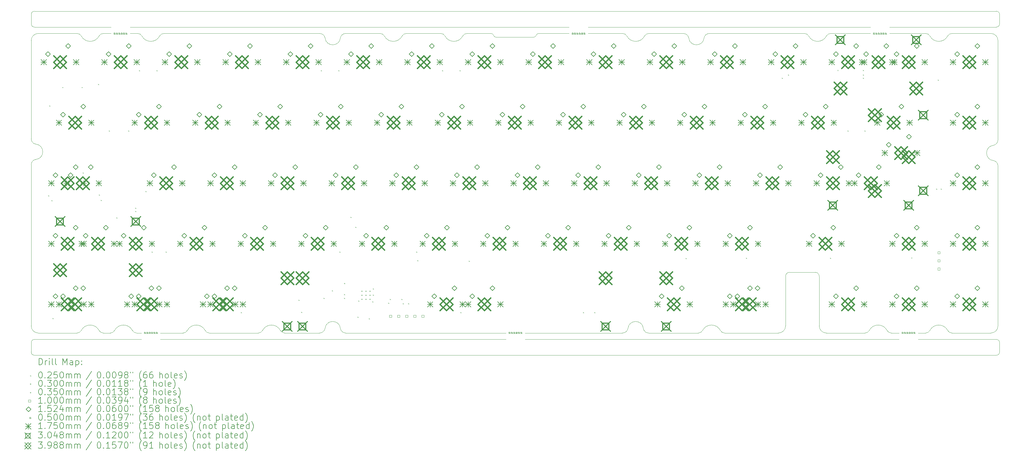
<source format=gbr>
%FSLAX45Y45*%
G04 Gerber Fmt 4.5, Leading zero omitted, Abs format (unit mm)*
G04 Created by KiCad (PCBNEW (6.99.0-1912-g359c99991b)) date 2023-08-15 13:42:38*
%MOMM*%
%LPD*%
G01*
G04 APERTURE LIST*
%TA.AperFunction,Profile*%
%ADD10C,0.100000*%
%TD*%
%ADD11C,0.200000*%
%ADD12C,0.025000*%
%ADD13C,0.030000*%
%ADD14C,0.035000*%
%ADD15C,0.100000*%
%ADD16C,0.152400*%
%ADD17C,0.050000*%
%ADD18C,0.175000*%
%ADD19C,0.304800*%
%ADD20C,0.398780*%
G04 APERTURE END LIST*
D10*
X30160020Y-10127241D02*
G75*
G03*
X30382271Y-9904984I-10J222261D01*
G01*
X4060000Y-10327234D02*
X14916135Y-10327234D01*
X7137700Y-10127235D02*
G75*
G03*
X7270700Y-10044669I-1540J150885D01*
G01*
X9884800Y-700000D02*
X10965200Y-700000D01*
X23707499Y-8340000D02*
X23707499Y-9902234D01*
X13694800Y-700000D02*
G75*
G03*
X13561800Y-780600I40J-150100D01*
G01*
X26896797Y-10044670D02*
G75*
G03*
X27029799Y-10127234I134533J68310D01*
G01*
X3345200Y-700000D02*
X3105000Y-700000D01*
X30432270Y-100000D02*
G75*
G03*
X30332271Y0I-100000J0D01*
G01*
X28934800Y-700000D02*
X30160020Y-700000D01*
X30332271Y-10827241D02*
G75*
G03*
X30432271Y-10727234I-11J100011D01*
G01*
X2505000Y-500000D02*
X100000Y-500000D01*
X3478200Y-780600D02*
G75*
G03*
X4036800Y-780600I279300J145549D01*
G01*
X2487700Y-10127234D02*
X2264800Y-10127234D01*
X9717978Y-9990755D02*
G75*
G03*
X9884800Y-10127234I166862J33765D01*
G01*
X25124798Y-699998D02*
G75*
G03*
X24991799Y-780600I32J-150082D01*
G01*
X1573200Y-780600D02*
G75*
G03*
X1440200Y-700000I-132855J-69194D01*
G01*
X28243202Y-780599D02*
G75*
G03*
X28110199Y-700000I-132852J-69191D01*
G01*
X30382741Y-4869318D02*
X30382271Y-9904984D01*
X7962300Y-10127234D02*
X9060199Y-10127234D01*
X27870000Y-10127234D02*
X28110201Y-10127234D01*
X30332271Y0D02*
X100000Y0D01*
X13003197Y-780601D02*
G75*
G03*
X12870200Y-700000I-132847J-69179D01*
G01*
X5465599Y-10044669D02*
G75*
G03*
X4907000Y-10044669I-279300J-145549D01*
G01*
X3179303Y-10044668D02*
G75*
G03*
X3312300Y-10127234I134527J68298D01*
G01*
X0Y-10727234D02*
X0Y-10427234D01*
X7829303Y-10044668D02*
G75*
G03*
X7962300Y-10127234I134527J68298D01*
G01*
X28934800Y-699999D02*
G75*
G03*
X28801801Y-780600I30J-150081D01*
G01*
X23482499Y-10127239D02*
G75*
G03*
X23707499Y-9902234I-9J225009D01*
G01*
X3478194Y-780603D02*
G75*
G03*
X3345200Y-700000I-132854J-69187D01*
G01*
X2131800Y-10044669D02*
G75*
G03*
X1573200Y-10044669I-279300J-145549D01*
G01*
X21791100Y-10127234D02*
X23482499Y-10127234D01*
X19237731Y-9990755D02*
G75*
G03*
X18753733Y-9982754I-242331J-16076D01*
G01*
X15516135Y-10327234D02*
X27270000Y-10327234D01*
X2264800Y-700000D02*
G75*
G03*
X2131800Y-780600I40J-150100D01*
G01*
X0Y-9904983D02*
G75*
G03*
X222250Y-10127234I222250J0D01*
G01*
X28801798Y-10044671D02*
G75*
G03*
X28934801Y-10127234I134532J68311D01*
G01*
X17500000Y-700000D02*
X18585199Y-700000D01*
X4773999Y-10127231D02*
G75*
G03*
X4907000Y-10044669I-1529J150871D01*
G01*
X13694800Y-700000D02*
X14450000Y-700000D01*
X100000Y0D02*
G75*
G03*
X0Y-100000I0J-100000D01*
G01*
X9233981Y-840000D02*
G75*
G03*
X9060200Y-700000I-173631J-37670D01*
G01*
X20663981Y-840000D02*
G75*
G03*
X20490200Y-700000I-173631J-37670D01*
G01*
X30332271Y-500000D02*
X26972271Y-500000D01*
X1440200Y-10127234D02*
X222250Y-10127234D01*
X7829300Y-10044669D02*
G75*
G03*
X7270700Y-10044669I-279300J-145549D01*
G01*
X15950000Y-700002D02*
G75*
G03*
X15870000Y-760000I-80J-83228D01*
G01*
X30432276Y-10427234D02*
G75*
G03*
X30332271Y-10327234I-100006J-6D01*
G01*
X20966500Y-10127231D02*
G75*
G03*
X21099500Y-10044669I-1530J150871D01*
G01*
X30382735Y-4869318D02*
G75*
G03*
X30250741Y-4702500I-171465J-42D01*
G01*
X19409800Y-700002D02*
G75*
G03*
X19276799Y-780600I-150J-149788D01*
G01*
X18718197Y-780601D02*
G75*
G03*
X18585199Y-700000I-132847J-69179D01*
G01*
X30382271Y-922250D02*
X30382741Y-4046217D01*
X30242742Y-4220006D02*
G75*
G03*
X30250741Y-4702500I24078J-240914D01*
G01*
X25124798Y-700000D02*
X26372271Y-700000D01*
X26896799Y-10044669D02*
G75*
G03*
X26338199Y-10044669I-279300J-145549D01*
G01*
X20663982Y-840000D02*
G75*
G03*
X21147982Y-832000I241669J24080D01*
G01*
X21658098Y-10044670D02*
G75*
G03*
X21791100Y-10127234I134532J68310D01*
G01*
X2131798Y-10044670D02*
G75*
G03*
X2264800Y-10127234I134532J68310D01*
G01*
X24765000Y-8340000D02*
G75*
G03*
X24640000Y-8215000I-124960J40D01*
G01*
X30432271Y-100000D02*
X30432271Y-400000D01*
X11098196Y-780602D02*
G75*
G03*
X10965200Y-700000I-132866J-69208D01*
G01*
X30432271Y-10427234D02*
X30432271Y-10727234D01*
X19409800Y-700000D02*
X20490200Y-700000D01*
X3179300Y-10044669D02*
G75*
G03*
X2620700Y-10044669I-279300J-145549D01*
G01*
X9060199Y-10127233D02*
G75*
G03*
X9233982Y-9982754I151J176573D01*
G01*
X30332271Y-500001D02*
G75*
G03*
X30432271Y-400000I-1J100001D01*
G01*
X14916135Y-10127234D02*
X9884800Y-10127234D01*
X30242741Y-4220002D02*
G75*
G03*
X30382741Y-4046217I-37671J173632D01*
G01*
X0Y-9904983D02*
X0Y-4829154D01*
X4169800Y-700000D02*
G75*
G03*
X4036800Y-780600I40J-150100D01*
G01*
X18579950Y-10127234D02*
G75*
G03*
X18753733Y-9982754I150J176574D01*
G01*
X100000Y-10327234D02*
G75*
G03*
X0Y-10427234I0J-100000D01*
G01*
X9717982Y-9990754D02*
G75*
G03*
X9233982Y-9982754I-242332J-16076D01*
G01*
X16900000Y-700000D02*
X15950000Y-700000D01*
X11098200Y-780600D02*
G75*
G03*
X11656800Y-780600I279300J145549D01*
G01*
X2487700Y-10127235D02*
G75*
G03*
X2620700Y-10044669I-1540J150885D01*
G01*
X11789800Y-700000D02*
X12870200Y-700000D01*
X0Y-4018346D02*
G75*
G03*
X136233Y-4182500I167068J45D01*
G01*
X0Y-10727234D02*
G75*
G03*
X100000Y-10827234I100000J0D01*
G01*
X0Y-400000D02*
G75*
G03*
X100000Y-500000I100000J0D01*
G01*
X26205199Y-10127231D02*
G75*
G03*
X26338199Y-10044669I-1529J150871D01*
G01*
X27870000Y-10327234D02*
X30332271Y-10327234D01*
X19237728Y-9990755D02*
G75*
G03*
X19404551Y-10127234I166862J33765D01*
G01*
X0Y-4018346D02*
X0Y-922250D01*
X24990000Y-10127234D02*
X26205199Y-10127234D01*
X1573200Y-780600D02*
G75*
G03*
X2131800Y-780600I279300J145549D01*
G01*
X144233Y-4665000D02*
G75*
G03*
X136233Y-4182500I-24073J240917D01*
G01*
X5465598Y-10044670D02*
G75*
G03*
X5598600Y-10127234I134532J68310D01*
G01*
X4169800Y-700000D02*
X9060200Y-700000D01*
X24765006Y-9902234D02*
G75*
G03*
X24990000Y-10127234I224994J-6D01*
G01*
X24640000Y-8215000D02*
X23832499Y-8215000D01*
X15790000Y-819998D02*
G75*
G03*
X15870000Y-760000I80J83228D01*
G01*
X14530002Y-759999D02*
G75*
G03*
X14450000Y-700000I-79922J-23231D01*
G01*
X3312300Y-10127234D02*
X3460000Y-10127234D01*
X28243201Y-780600D02*
G75*
G03*
X28801801Y-780600I279300J145549D01*
G01*
X100000Y-10827234D02*
X30332271Y-10827234D01*
X4060000Y-10127234D02*
X4773999Y-10127234D01*
X27029799Y-10127234D02*
X27270000Y-10127234D01*
X222250Y-700000D02*
G75*
G03*
X0Y-922250I0J-222250D01*
G01*
X20966500Y-10127234D02*
X19404551Y-10127234D01*
X24765000Y-9902234D02*
X24765000Y-8340000D01*
X30382270Y-922250D02*
G75*
G03*
X30160020Y-700000I-222250J1D01*
G01*
X16900000Y-500000D02*
X3105000Y-500000D01*
X18718200Y-780600D02*
G75*
G03*
X19276799Y-780600I279300J145549D01*
G01*
X11789800Y-700000D02*
G75*
G03*
X11656800Y-780600I40J-150100D01*
G01*
X21314800Y-699998D02*
G75*
G03*
X21147982Y-832000I50J-171472D01*
G01*
X7137700Y-10127234D02*
X5598600Y-10127234D01*
X17500000Y-500000D02*
X26372271Y-500000D01*
X0Y-400000D02*
X0Y-100000D01*
X14610000Y-820000D02*
X15790000Y-820000D01*
X24433200Y-780600D02*
G75*
G03*
X24991799Y-780600I279300J145549D01*
G01*
X15516135Y-10127234D02*
X18579950Y-10127234D01*
X1440200Y-10127231D02*
G75*
G03*
X1573200Y-10044669I-1530J150871D01*
G01*
X26972271Y-700000D02*
X28110199Y-700000D01*
X14529998Y-760001D02*
G75*
G03*
X14610000Y-820000I79922J23231D01*
G01*
X21658100Y-10044669D02*
G75*
G03*
X21099500Y-10044669I-279300J-145549D01*
G01*
X21314800Y-700000D02*
X24300198Y-700000D01*
X222250Y-700000D02*
X1440200Y-700000D01*
X28934801Y-10127234D02*
X30160020Y-10127234D01*
X2505000Y-700000D02*
X2264800Y-700000D01*
X9884800Y-699998D02*
G75*
G03*
X9717982Y-832000I50J-171472D01*
G01*
X9233982Y-840000D02*
G75*
G03*
X9717982Y-832000I241669J24080D01*
G01*
X144233Y-4665000D02*
G75*
G03*
X0Y-4829154I21345J-164196D01*
G01*
X28110201Y-10127232D02*
G75*
G03*
X28243201Y-10044669I-1531J150872D01*
G01*
X13003200Y-780600D02*
G75*
G03*
X13561800Y-780600I279300J145549D01*
G01*
X23832499Y-8214999D02*
G75*
G03*
X23707499Y-8340000I-39J-124961D01*
G01*
X24433202Y-780599D02*
G75*
G03*
X24300198Y-700000I-132852J-69191D01*
G01*
X100000Y-10327234D02*
X3460000Y-10327234D01*
X28801801Y-10044669D02*
G75*
G03*
X28243201Y-10044669I-279300J-145549D01*
G01*
D11*
D12*
X537500Y-5797500D02*
X562500Y-5822500D01*
X562500Y-5797500D02*
X537500Y-5822500D01*
X567500Y-2967500D02*
X592500Y-2992500D01*
X592500Y-2967500D02*
X567500Y-2992500D01*
X637500Y-5950982D02*
X662500Y-5975982D01*
X662500Y-5950982D02*
X637500Y-5975982D01*
X667500Y-9652500D02*
X692500Y-9677500D01*
X692500Y-9652500D02*
X667500Y-9677500D01*
X977500Y-2387500D02*
X1002500Y-2412500D01*
X1002500Y-2387500D02*
X977500Y-2412500D01*
X1587500Y-2387500D02*
X1612500Y-2412500D01*
X1612500Y-2387500D02*
X1587500Y-2412500D01*
X1617500Y-5077500D02*
X1642500Y-5102500D01*
X1642500Y-5077500D02*
X1617500Y-5102500D01*
X2097500Y-2287500D02*
X2122500Y-2312500D01*
X2122500Y-2287500D02*
X2097500Y-2312500D01*
X2127500Y-5767500D02*
X2152500Y-5792500D01*
X2152500Y-5767500D02*
X2127500Y-5792500D01*
X2187500Y-5937500D02*
X2212500Y-5962500D01*
X2212500Y-5937500D02*
X2187500Y-5962500D01*
X2437500Y-3754732D02*
X2462500Y-3779732D01*
X2462500Y-3754732D02*
X2437500Y-3779732D01*
X2677500Y-6492500D02*
X2702500Y-6517500D01*
X2702500Y-6492500D02*
X2677500Y-6517500D01*
X3047500Y-3754732D02*
X3072500Y-3779732D01*
X3072500Y-3754732D02*
X3047500Y-3779732D01*
X3272500Y-6187500D02*
X3297500Y-6212500D01*
X3297500Y-6187500D02*
X3272500Y-6212500D01*
X3272500Y-6287500D02*
X3297500Y-6312500D01*
X3297500Y-6287500D02*
X3272500Y-6312500D01*
X3387500Y-1857500D02*
X3412500Y-1882500D01*
X3412500Y-1857500D02*
X3387500Y-1882500D01*
X3587500Y-5659732D02*
X3612500Y-5684732D01*
X3612500Y-5659732D02*
X3587500Y-5684732D01*
X3787500Y-7564732D02*
X3812500Y-7589732D01*
X3812500Y-7564732D02*
X3787500Y-7589732D01*
X3937500Y-1857500D02*
X3962500Y-1882500D01*
X3962500Y-1857500D02*
X3937500Y-1882500D01*
X4227500Y-7564732D02*
X4252500Y-7589732D01*
X4252500Y-7564732D02*
X4227500Y-7589732D01*
X6587500Y-9469732D02*
X6612500Y-9494732D01*
X6612500Y-9469732D02*
X6587500Y-9494732D01*
X8397500Y-9077500D02*
X8422500Y-9102500D01*
X8422500Y-9077500D02*
X8397500Y-9102500D01*
X8487500Y-9462500D02*
X8512500Y-9487500D01*
X8512500Y-9462500D02*
X8487500Y-9487500D01*
X9102500Y-1857500D02*
X9127500Y-1882500D01*
X9127500Y-1857500D02*
X9102500Y-1882500D01*
X9187500Y-9017500D02*
X9212500Y-9042500D01*
X9212500Y-9017500D02*
X9187500Y-9042500D01*
X9452500Y-8787500D02*
X9477500Y-8812500D01*
X9477500Y-8787500D02*
X9452500Y-8812500D01*
X9652500Y-1857500D02*
X9677500Y-1882500D01*
X9677500Y-1857500D02*
X9652500Y-1882500D01*
X9685000Y-7564732D02*
X9710000Y-7589732D01*
X9710000Y-7564732D02*
X9685000Y-7589732D01*
X9827500Y-8906240D02*
X9852500Y-8931240D01*
X9852500Y-8906240D02*
X9827500Y-8931240D01*
X9827500Y-9017500D02*
X9852500Y-9042500D01*
X9852500Y-9017500D02*
X9827500Y-9042500D01*
X10037500Y-6475000D02*
X10062500Y-6500000D01*
X10062500Y-6475000D02*
X10037500Y-6500000D01*
X10187500Y-6787500D02*
X10212500Y-6812500D01*
X10212500Y-6787500D02*
X10187500Y-6812500D01*
X10252500Y-9612500D02*
X10277500Y-9637500D01*
X10277500Y-9612500D02*
X10252500Y-9637500D01*
X10276206Y-9106683D02*
X10301206Y-9131683D01*
X10301206Y-9106683D02*
X10276206Y-9131683D01*
X10612500Y-9667500D02*
X10637500Y-9692500D01*
X10637500Y-9667500D02*
X10612500Y-9692500D01*
X10720982Y-9129732D02*
X10745982Y-9154732D01*
X10745982Y-9129732D02*
X10720982Y-9154732D01*
X10737500Y-8727500D02*
X10762500Y-8752500D01*
X10762500Y-8727500D02*
X10737500Y-8752500D01*
X10737500Y-8917500D02*
X10762500Y-8942500D01*
X10762500Y-8917500D02*
X10737500Y-8942500D01*
X11220982Y-9174365D02*
X11245982Y-9199365D01*
X11245982Y-9174365D02*
X11220982Y-9199365D01*
X11267500Y-9057500D02*
X11292500Y-9082500D01*
X11292500Y-9057500D02*
X11267500Y-9082500D01*
X11637500Y-9057500D02*
X11662500Y-9082500D01*
X11662500Y-9057500D02*
X11637500Y-9082500D01*
X11677500Y-9187500D02*
X11702500Y-9212500D01*
X11702500Y-9187500D02*
X11677500Y-9212500D01*
X11848500Y-9187500D02*
X11873500Y-9212500D01*
X11873500Y-9187500D02*
X11848500Y-9212500D01*
X12097500Y-7564732D02*
X12122500Y-7589732D01*
X12122500Y-7564732D02*
X12097500Y-7589732D01*
X12137500Y-7837500D02*
X12162500Y-7862500D01*
X12162500Y-7837500D02*
X12137500Y-7862500D01*
X12912500Y-1857500D02*
X12937500Y-1882500D01*
X12937500Y-1857500D02*
X12912500Y-1882500D01*
X13462500Y-1857500D02*
X13487500Y-1882500D01*
X13487500Y-1857500D02*
X13462500Y-1882500D01*
X13487500Y-9469732D02*
X13512500Y-9494732D01*
X13512500Y-9469732D02*
X13487500Y-9494732D01*
X13752500Y-7852500D02*
X13777500Y-7877500D01*
X13777500Y-7852500D02*
X13752500Y-7877500D01*
X17337500Y-9469732D02*
X17362500Y-9494732D01*
X17362500Y-9469732D02*
X17337500Y-9494732D01*
X17697500Y-9469732D02*
X17722500Y-9494732D01*
X17722500Y-9469732D02*
X17697500Y-9494732D01*
X20567500Y-7767500D02*
X20592500Y-7792500D01*
X20592500Y-7767500D02*
X20567500Y-7792500D01*
X22462500Y-7757500D02*
X22487500Y-7782500D01*
X22487500Y-7757500D02*
X22462500Y-7782500D01*
X23587500Y-2097500D02*
X23612500Y-2122500D01*
X23612500Y-2097500D02*
X23587500Y-2122500D01*
X23787500Y-1990982D02*
X23812500Y-2015982D01*
X23812500Y-1990982D02*
X23787500Y-2015982D01*
X25107500Y-7757500D02*
X25132500Y-7782500D01*
X25132500Y-7757500D02*
X25107500Y-7782500D01*
X25337500Y-1849732D02*
X25362500Y-1874732D01*
X25362500Y-1849732D02*
X25337500Y-1874732D01*
X25657500Y-3754732D02*
X25682500Y-3779732D01*
X25682500Y-3754732D02*
X25657500Y-3779732D01*
X26137500Y-1849732D02*
X26162500Y-1874732D01*
X26162500Y-1849732D02*
X26137500Y-1874732D01*
X26137500Y-1990982D02*
X26162500Y-2015982D01*
X26162500Y-1990982D02*
X26137500Y-2015982D01*
X26137500Y-2097500D02*
X26162500Y-2122500D01*
X26162500Y-2097500D02*
X26137500Y-2122500D01*
X26187500Y-3754732D02*
X26212500Y-3779732D01*
X26212500Y-3754732D02*
X26187500Y-3779732D01*
X27657500Y-7752500D02*
X27682500Y-7777500D01*
X27682500Y-7752500D02*
X27657500Y-7777500D01*
X28437500Y-5587500D02*
X28462500Y-5612500D01*
X28462500Y-5587500D02*
X28437500Y-5612500D01*
X28487500Y-2157500D02*
X28512500Y-2182500D01*
X28512500Y-2157500D02*
X28487500Y-2182500D01*
X28587500Y-5587500D02*
X28612500Y-5612500D01*
X28612500Y-5587500D02*
X28587500Y-5612500D01*
D13*
X9865000Y-8570000D02*
G75*
G03*
X9865000Y-8570000I-15000J0D01*
G01*
D14*
X10390982Y-8793740D02*
X10390982Y-8828740D01*
X10373482Y-8811240D02*
X10408482Y-8811240D01*
X10390982Y-8921240D02*
X10390982Y-8956240D01*
X10373482Y-8938740D02*
X10408482Y-8938740D01*
X10390982Y-9048740D02*
X10390982Y-9083740D01*
X10373482Y-9066240D02*
X10408482Y-9066240D01*
X10518482Y-8793740D02*
X10518482Y-8828740D01*
X10500982Y-8811240D02*
X10535982Y-8811240D01*
X10518482Y-8921240D02*
X10518482Y-8956240D01*
X10500982Y-8938740D02*
X10535982Y-8938740D01*
X10518482Y-9048740D02*
X10518482Y-9083740D01*
X10500982Y-9066240D02*
X10535982Y-9066240D01*
X10645982Y-8793740D02*
X10645982Y-8828740D01*
X10628482Y-8811240D02*
X10663482Y-8811240D01*
X10645982Y-8921240D02*
X10645982Y-8956240D01*
X10628482Y-8938740D02*
X10663482Y-8938740D01*
X10645982Y-9048740D02*
X10645982Y-9083740D01*
X10628482Y-9066240D02*
X10663482Y-9066240D01*
D15*
X11327356Y-9630356D02*
X11327356Y-9559644D01*
X11256644Y-9559644D01*
X11256644Y-9630356D01*
X11327356Y-9630356D01*
X11581356Y-9630356D02*
X11581356Y-9559644D01*
X11510644Y-9559644D01*
X11510644Y-9630356D01*
X11581356Y-9630356D01*
X11835356Y-9630356D02*
X11835356Y-9559644D01*
X11764644Y-9559644D01*
X11764644Y-9630356D01*
X11835356Y-9630356D01*
X12089356Y-9630356D02*
X12089356Y-9559644D01*
X12018644Y-9559644D01*
X12018644Y-9630356D01*
X12089356Y-9630356D01*
X12343356Y-9630356D02*
X12343356Y-9559644D01*
X12272644Y-9559644D01*
X12272644Y-9630356D01*
X12343356Y-9630356D01*
X28560356Y-7635356D02*
X28560356Y-7564644D01*
X28489644Y-7564644D01*
X28489644Y-7635356D01*
X28560356Y-7635356D01*
X28560356Y-7885356D02*
X28560356Y-7814644D01*
X28489644Y-7814644D01*
X28489644Y-7885356D01*
X28560356Y-7885356D01*
X28560356Y-8145356D02*
X28560356Y-8074644D01*
X28489644Y-8074644D01*
X28489644Y-8145356D01*
X28560356Y-8145356D01*
D16*
X522482Y-1425682D02*
X598682Y-1349482D01*
X522482Y-1273282D01*
X446282Y-1349482D01*
X522482Y-1425682D01*
X760607Y-5235682D02*
X836807Y-5159482D01*
X760607Y-5083282D01*
X684407Y-5159482D01*
X760607Y-5235682D01*
X760607Y-7140682D02*
X836807Y-7064482D01*
X760607Y-6988282D01*
X684407Y-7064482D01*
X760607Y-7140682D01*
X760607Y-9045682D02*
X836807Y-8969482D01*
X760607Y-8893282D01*
X684407Y-8969482D01*
X760607Y-9045682D01*
X998732Y-3330682D02*
X1074932Y-3254482D01*
X998732Y-3178282D01*
X922532Y-3254482D01*
X998732Y-3330682D01*
X998732Y-9045682D02*
X1074932Y-8969482D01*
X998732Y-8893282D01*
X922532Y-8969482D01*
X998732Y-9045682D01*
X1157482Y-1171682D02*
X1233682Y-1095482D01*
X1157482Y-1019282D01*
X1081282Y-1095482D01*
X1157482Y-1171682D01*
X1236857Y-5235682D02*
X1313057Y-5159482D01*
X1236857Y-5083282D01*
X1160657Y-5159482D01*
X1236857Y-5235682D01*
X1395607Y-4981682D02*
X1471807Y-4905482D01*
X1395607Y-4829282D01*
X1319407Y-4905482D01*
X1395607Y-4981682D01*
X1395607Y-6886682D02*
X1471807Y-6810482D01*
X1395607Y-6734282D01*
X1319407Y-6810482D01*
X1395607Y-6886682D01*
X1395607Y-8791682D02*
X1471807Y-8715482D01*
X1395607Y-8639282D01*
X1319407Y-8715482D01*
X1395607Y-8791682D01*
X1633732Y-3076682D02*
X1709932Y-3000482D01*
X1633732Y-2924282D01*
X1557532Y-3000482D01*
X1633732Y-3076682D01*
X1633732Y-8791682D02*
X1709932Y-8715482D01*
X1633732Y-8639282D01*
X1557532Y-8715482D01*
X1633732Y-8791682D01*
X1713107Y-7140682D02*
X1789307Y-7064482D01*
X1713107Y-6988282D01*
X1636907Y-7064482D01*
X1713107Y-7140682D01*
X1871857Y-4981682D02*
X1948057Y-4905482D01*
X1871857Y-4829282D01*
X1795657Y-4905482D01*
X1871857Y-4981682D01*
X2348107Y-6886682D02*
X2424307Y-6810482D01*
X2348107Y-6734282D01*
X2271907Y-6810482D01*
X2348107Y-6886682D01*
X2427482Y-1425682D02*
X2503682Y-1349482D01*
X2427482Y-1273282D01*
X2351282Y-1349482D01*
X2427482Y-1425682D01*
X2903732Y-7140682D02*
X2979932Y-7064482D01*
X2903732Y-6988282D01*
X2827532Y-7064482D01*
X2903732Y-7140682D01*
X3062482Y-1171682D02*
X3138682Y-1095482D01*
X3062482Y-1019282D01*
X2986282Y-1095482D01*
X3062482Y-1171682D01*
X3141857Y-9045682D02*
X3218057Y-8969482D01*
X3141857Y-8893282D01*
X3065657Y-8969482D01*
X3141857Y-9045682D01*
X3379982Y-3330682D02*
X3456182Y-3254482D01*
X3379982Y-3178282D01*
X3303782Y-3254482D01*
X3379982Y-3330682D01*
X3379982Y-9045682D02*
X3456182Y-8969482D01*
X3379982Y-8893282D01*
X3303782Y-8969482D01*
X3379982Y-9045682D01*
X3538732Y-6886682D02*
X3614932Y-6810482D01*
X3538732Y-6734282D01*
X3462532Y-6810482D01*
X3538732Y-6886682D01*
X3776857Y-8791682D02*
X3853057Y-8715482D01*
X3776857Y-8639282D01*
X3700657Y-8715482D01*
X3776857Y-8791682D01*
X3856232Y-5235682D02*
X3932432Y-5159482D01*
X3856232Y-5083282D01*
X3780032Y-5159482D01*
X3856232Y-5235682D01*
X4014982Y-3076682D02*
X4091182Y-3000482D01*
X4014982Y-2924282D01*
X3938782Y-3000482D01*
X4014982Y-3076682D01*
X4014982Y-8791682D02*
X4091182Y-8715482D01*
X4014982Y-8639282D01*
X3938782Y-8715482D01*
X4014982Y-8791682D01*
X4332482Y-1425682D02*
X4408682Y-1349482D01*
X4332482Y-1273282D01*
X4256282Y-1349482D01*
X4332482Y-1425682D01*
X4491232Y-4981682D02*
X4567432Y-4905482D01*
X4491232Y-4829282D01*
X4415032Y-4905482D01*
X4491232Y-4981682D01*
X4808732Y-7140682D02*
X4884932Y-7064482D01*
X4808732Y-6988282D01*
X4732532Y-7064482D01*
X4808732Y-7140682D01*
X4967482Y-1171682D02*
X5043682Y-1095482D01*
X4967482Y-1019282D01*
X4891282Y-1095482D01*
X4967482Y-1171682D01*
X5284982Y-3330682D02*
X5361182Y-3254482D01*
X5284982Y-3178282D01*
X5208782Y-3254482D01*
X5284982Y-3330682D01*
X5443732Y-6886682D02*
X5519932Y-6810482D01*
X5443732Y-6734282D01*
X5367532Y-6810482D01*
X5443732Y-6886682D01*
X5523107Y-9045682D02*
X5599307Y-8969482D01*
X5523107Y-8893282D01*
X5446907Y-8969482D01*
X5523107Y-9045682D01*
X5761232Y-5235682D02*
X5837432Y-5159482D01*
X5761232Y-5083282D01*
X5685032Y-5159482D01*
X5761232Y-5235682D01*
X5761232Y-9045682D02*
X5837432Y-8969482D01*
X5761232Y-8893282D01*
X5685032Y-8969482D01*
X5761232Y-9045682D01*
X5919982Y-3076682D02*
X5996182Y-3000482D01*
X5919982Y-2924282D01*
X5843782Y-3000482D01*
X5919982Y-3076682D01*
X6158107Y-8791682D02*
X6234307Y-8715482D01*
X6158107Y-8639282D01*
X6081907Y-8715482D01*
X6158107Y-8791682D01*
X6237482Y-1425682D02*
X6313682Y-1349482D01*
X6237482Y-1273282D01*
X6161282Y-1349482D01*
X6237482Y-1425682D01*
X6396232Y-4981682D02*
X6472432Y-4905482D01*
X6396232Y-4829282D01*
X6320032Y-4905482D01*
X6396232Y-4981682D01*
X6396232Y-8791682D02*
X6472432Y-8715482D01*
X6396232Y-8639282D01*
X6320032Y-8715482D01*
X6396232Y-8791682D01*
X6713732Y-7140682D02*
X6789932Y-7064482D01*
X6713732Y-6988282D01*
X6637532Y-7064482D01*
X6713732Y-7140682D01*
X6872482Y-1171682D02*
X6948682Y-1095482D01*
X6872482Y-1019282D01*
X6796282Y-1095482D01*
X6872482Y-1171682D01*
X7189982Y-3330682D02*
X7266182Y-3254482D01*
X7189982Y-3178282D01*
X7113782Y-3254482D01*
X7189982Y-3330682D01*
X7348732Y-6886682D02*
X7424932Y-6810482D01*
X7348732Y-6734282D01*
X7272532Y-6810482D01*
X7348732Y-6886682D01*
X7666232Y-5235682D02*
X7742432Y-5159482D01*
X7666232Y-5083282D01*
X7590032Y-5159482D01*
X7666232Y-5235682D01*
X7824982Y-3076682D02*
X7901182Y-3000482D01*
X7824982Y-2924282D01*
X7748782Y-3000482D01*
X7824982Y-3076682D01*
X8142482Y-1425682D02*
X8218682Y-1349482D01*
X8142482Y-1273282D01*
X8066282Y-1349482D01*
X8142482Y-1425682D01*
X8301232Y-4981682D02*
X8377432Y-4905482D01*
X8301232Y-4829282D01*
X8225032Y-4905482D01*
X8301232Y-4981682D01*
X8618732Y-7140682D02*
X8694932Y-7064482D01*
X8618732Y-6988282D01*
X8542532Y-7064482D01*
X8618732Y-7140682D01*
X8777482Y-1171682D02*
X8853682Y-1095482D01*
X8777482Y-1019282D01*
X8701282Y-1095482D01*
X8777482Y-1171682D01*
X9094982Y-3330682D02*
X9171182Y-3254482D01*
X9094982Y-3178282D01*
X9018782Y-3254482D01*
X9094982Y-3330682D01*
X9253732Y-6886682D02*
X9329932Y-6810482D01*
X9253732Y-6734282D01*
X9177532Y-6810482D01*
X9253732Y-6886682D01*
X9571232Y-5235682D02*
X9647432Y-5159482D01*
X9571232Y-5083282D01*
X9495032Y-5159482D01*
X9571232Y-5235682D01*
X9729982Y-3076682D02*
X9806182Y-3000482D01*
X9729982Y-2924282D01*
X9653782Y-3000482D01*
X9729982Y-3076682D01*
X10047482Y-1425682D02*
X10123682Y-1349482D01*
X10047482Y-1273282D01*
X9971282Y-1349482D01*
X10047482Y-1425682D01*
X10206232Y-4981682D02*
X10282432Y-4905482D01*
X10206232Y-4829282D01*
X10130032Y-4905482D01*
X10206232Y-4981682D01*
X10523732Y-7140682D02*
X10599932Y-7064482D01*
X10523732Y-6988282D01*
X10447532Y-7064482D01*
X10523732Y-7140682D01*
X10682482Y-1171682D02*
X10758682Y-1095482D01*
X10682482Y-1019282D01*
X10606282Y-1095482D01*
X10682482Y-1171682D01*
X10999982Y-3330682D02*
X11076182Y-3254482D01*
X10999982Y-3178282D01*
X10923782Y-3254482D01*
X10999982Y-3330682D01*
X11158732Y-6886682D02*
X11234932Y-6810482D01*
X11158732Y-6734282D01*
X11082532Y-6810482D01*
X11158732Y-6886682D01*
X11476232Y-5235682D02*
X11552432Y-5159482D01*
X11476232Y-5083282D01*
X11400032Y-5159482D01*
X11476232Y-5235682D01*
X11634982Y-3076682D02*
X11711182Y-3000482D01*
X11634982Y-2924282D01*
X11558782Y-3000482D01*
X11634982Y-3076682D01*
X11952482Y-1425682D02*
X12028682Y-1349482D01*
X11952482Y-1273282D01*
X11876282Y-1349482D01*
X11952482Y-1425682D01*
X12111232Y-4981682D02*
X12187432Y-4905482D01*
X12111232Y-4829282D01*
X12035032Y-4905482D01*
X12111232Y-4981682D01*
X12428732Y-7140682D02*
X12504932Y-7064482D01*
X12428732Y-6988282D01*
X12352532Y-7064482D01*
X12428732Y-7140682D01*
X12587482Y-1171682D02*
X12663682Y-1095482D01*
X12587482Y-1019282D01*
X12511282Y-1095482D01*
X12587482Y-1171682D01*
X12666857Y-9045682D02*
X12743057Y-8969482D01*
X12666857Y-8893282D01*
X12590657Y-8969482D01*
X12666857Y-9045682D01*
X12904982Y-3330682D02*
X12981182Y-3254482D01*
X12904982Y-3178282D01*
X12828782Y-3254482D01*
X12904982Y-3330682D01*
X13063732Y-6886682D02*
X13139932Y-6810482D01*
X13063732Y-6734282D01*
X12987532Y-6810482D01*
X13063732Y-6886682D01*
X13301857Y-8791682D02*
X13378057Y-8715482D01*
X13301857Y-8639282D01*
X13225657Y-8715482D01*
X13301857Y-8791682D01*
X13381232Y-5235682D02*
X13457432Y-5159482D01*
X13381232Y-5083282D01*
X13305032Y-5159482D01*
X13381232Y-5235682D01*
X13539982Y-3076682D02*
X13616182Y-3000482D01*
X13539982Y-2924282D01*
X13463782Y-3000482D01*
X13539982Y-3076682D01*
X13857482Y-1425682D02*
X13933682Y-1349482D01*
X13857482Y-1273282D01*
X13781282Y-1349482D01*
X13857482Y-1425682D01*
X13857482Y-9045682D02*
X13933682Y-8969482D01*
X13857482Y-8893282D01*
X13781282Y-8969482D01*
X13857482Y-9045682D01*
X14016232Y-4981682D02*
X14092432Y-4905482D01*
X14016232Y-4829282D01*
X13940032Y-4905482D01*
X14016232Y-4981682D01*
X14333732Y-7140682D02*
X14409932Y-7064482D01*
X14333732Y-6988282D01*
X14257532Y-7064482D01*
X14333732Y-7140682D01*
X14492482Y-1171682D02*
X14568682Y-1095482D01*
X14492482Y-1019282D01*
X14416282Y-1095482D01*
X14492482Y-1171682D01*
X14492482Y-8791682D02*
X14568682Y-8715482D01*
X14492482Y-8639282D01*
X14416282Y-8715482D01*
X14492482Y-8791682D01*
X14809982Y-3330682D02*
X14886182Y-3254482D01*
X14809982Y-3178282D01*
X14733782Y-3254482D01*
X14809982Y-3330682D01*
X14968732Y-6886682D02*
X15044932Y-6810482D01*
X14968732Y-6734282D01*
X14892532Y-6810482D01*
X14968732Y-6886682D01*
X15286232Y-5235682D02*
X15362432Y-5159482D01*
X15286232Y-5083282D01*
X15210032Y-5159482D01*
X15286232Y-5235682D01*
X15444982Y-3076682D02*
X15521182Y-3000482D01*
X15444982Y-2924282D01*
X15368782Y-3000482D01*
X15444982Y-3076682D01*
X15762482Y-1425682D02*
X15838682Y-1349482D01*
X15762482Y-1273282D01*
X15686282Y-1349482D01*
X15762482Y-1425682D01*
X15921232Y-4981682D02*
X15997432Y-4905482D01*
X15921232Y-4829282D01*
X15845032Y-4905482D01*
X15921232Y-4981682D01*
X16238732Y-7140682D02*
X16314932Y-7064482D01*
X16238732Y-6988282D01*
X16162532Y-7064482D01*
X16238732Y-7140682D01*
X16397482Y-1171682D02*
X16473682Y-1095482D01*
X16397482Y-1019282D01*
X16321282Y-1095482D01*
X16397482Y-1171682D01*
X16714982Y-3330682D02*
X16791182Y-3254482D01*
X16714982Y-3178282D01*
X16638782Y-3254482D01*
X16714982Y-3330682D01*
X16873732Y-6886682D02*
X16949932Y-6810482D01*
X16873732Y-6734282D01*
X16797532Y-6810482D01*
X16873732Y-6886682D01*
X17191232Y-5235682D02*
X17267432Y-5159482D01*
X17191232Y-5083282D01*
X17115032Y-5159482D01*
X17191232Y-5235682D01*
X17349982Y-3076682D02*
X17426182Y-3000482D01*
X17349982Y-2924282D01*
X17273782Y-3000482D01*
X17349982Y-3076682D01*
X17667482Y-1425682D02*
X17743682Y-1349482D01*
X17667482Y-1273282D01*
X17591282Y-1349482D01*
X17667482Y-1425682D01*
X17826232Y-4981682D02*
X17902432Y-4905482D01*
X17826232Y-4829282D01*
X17750032Y-4905482D01*
X17826232Y-4981682D01*
X18143732Y-7140682D02*
X18219932Y-7064482D01*
X18143732Y-6988282D01*
X18067532Y-7064482D01*
X18143732Y-7140682D01*
X18302482Y-1171682D02*
X18378682Y-1095482D01*
X18302482Y-1019282D01*
X18226282Y-1095482D01*
X18302482Y-1171682D01*
X18619982Y-3330682D02*
X18696182Y-3254482D01*
X18619982Y-3178282D01*
X18543782Y-3254482D01*
X18619982Y-3330682D01*
X18778732Y-6886682D02*
X18854932Y-6810482D01*
X18778732Y-6734282D01*
X18702532Y-6810482D01*
X18778732Y-6886682D01*
X19096232Y-5235682D02*
X19172432Y-5159482D01*
X19096232Y-5083282D01*
X19020032Y-5159482D01*
X19096232Y-5235682D01*
X19254982Y-3076682D02*
X19331182Y-3000482D01*
X19254982Y-2924282D01*
X19178782Y-3000482D01*
X19254982Y-3076682D01*
X19572482Y-1425682D02*
X19648682Y-1349482D01*
X19572482Y-1273282D01*
X19496282Y-1349482D01*
X19572482Y-1425682D01*
X19731232Y-4981682D02*
X19807432Y-4905482D01*
X19731232Y-4829282D01*
X19655032Y-4905482D01*
X19731232Y-4981682D01*
X19810607Y-9045682D02*
X19886807Y-8969482D01*
X19810607Y-8893282D01*
X19734407Y-8969482D01*
X19810607Y-9045682D01*
X20048732Y-7140682D02*
X20124932Y-7064482D01*
X20048732Y-6988282D01*
X19972532Y-7064482D01*
X20048732Y-7140682D01*
X20207482Y-1171682D02*
X20283682Y-1095482D01*
X20207482Y-1019282D01*
X20131282Y-1095482D01*
X20207482Y-1171682D01*
X20445607Y-8791682D02*
X20521807Y-8715482D01*
X20445607Y-8639282D01*
X20369407Y-8715482D01*
X20445607Y-8791682D01*
X20524982Y-3330682D02*
X20601182Y-3254482D01*
X20524982Y-3178282D01*
X20448782Y-3254482D01*
X20524982Y-3330682D01*
X20683732Y-6886682D02*
X20759932Y-6810482D01*
X20683732Y-6734282D01*
X20607532Y-6810482D01*
X20683732Y-6886682D01*
X21001232Y-5235682D02*
X21077432Y-5159482D01*
X21001232Y-5083282D01*
X20925032Y-5159482D01*
X21001232Y-5235682D01*
X21159982Y-3076682D02*
X21236182Y-3000482D01*
X21159982Y-2924282D01*
X21083782Y-3000482D01*
X21159982Y-3076682D01*
X21477482Y-1425682D02*
X21553682Y-1349482D01*
X21477482Y-1273282D01*
X21401282Y-1349482D01*
X21477482Y-1425682D01*
X21636232Y-4981682D02*
X21712432Y-4905482D01*
X21636232Y-4829282D01*
X21560032Y-4905482D01*
X21636232Y-4981682D01*
X21953732Y-7140682D02*
X22029932Y-7064482D01*
X21953732Y-6988282D01*
X21877532Y-7064482D01*
X21953732Y-7140682D01*
X21953732Y-9045682D02*
X22029932Y-8969482D01*
X21953732Y-8893282D01*
X21877532Y-8969482D01*
X21953732Y-9045682D01*
X22112482Y-1171682D02*
X22188682Y-1095482D01*
X22112482Y-1019282D01*
X22036282Y-1095482D01*
X22112482Y-1171682D01*
X22191857Y-9045682D02*
X22268057Y-8969482D01*
X22191857Y-8893282D01*
X22115657Y-8969482D01*
X22191857Y-9045682D01*
X22429982Y-3330682D02*
X22506182Y-3254482D01*
X22429982Y-3178282D01*
X22353782Y-3254482D01*
X22429982Y-3330682D01*
X22588732Y-6886682D02*
X22664932Y-6810482D01*
X22588732Y-6734282D01*
X22512532Y-6810482D01*
X22588732Y-6886682D01*
X22588732Y-8791682D02*
X22664932Y-8715482D01*
X22588732Y-8639282D01*
X22512532Y-8715482D01*
X22588732Y-8791682D01*
X22826857Y-8791682D02*
X22903057Y-8715482D01*
X22826857Y-8639282D01*
X22750657Y-8715482D01*
X22826857Y-8791682D01*
X22906232Y-5235682D02*
X22982432Y-5159482D01*
X22906232Y-5083282D01*
X22830032Y-5159482D01*
X22906232Y-5235682D01*
X23064982Y-3076682D02*
X23141182Y-3000482D01*
X23064982Y-2924282D01*
X22988782Y-3000482D01*
X23064982Y-3076682D01*
X23382482Y-1425682D02*
X23458682Y-1349482D01*
X23382482Y-1273282D01*
X23306282Y-1349482D01*
X23382482Y-1425682D01*
X23541232Y-4981682D02*
X23617432Y-4905482D01*
X23541232Y-4829282D01*
X23465032Y-4905482D01*
X23541232Y-4981682D01*
X24017482Y-1171682D02*
X24093682Y-1095482D01*
X24017482Y-1019282D01*
X23941282Y-1095482D01*
X24017482Y-1171682D01*
X24334982Y-3330682D02*
X24411182Y-3254482D01*
X24334982Y-3178282D01*
X24258782Y-3254482D01*
X24334982Y-3330682D01*
X24573107Y-7140682D02*
X24649307Y-7064482D01*
X24573107Y-6988282D01*
X24496907Y-7064482D01*
X24573107Y-7140682D01*
X24811232Y-5235682D02*
X24887432Y-5159482D01*
X24811232Y-5083282D01*
X24735032Y-5159482D01*
X24811232Y-5235682D01*
X24969982Y-3076682D02*
X25046182Y-3000482D01*
X24969982Y-2924282D01*
X24893782Y-3000482D01*
X24969982Y-3076682D01*
X25208107Y-6886682D02*
X25284307Y-6810482D01*
X25208107Y-6734282D01*
X25131907Y-6810482D01*
X25208107Y-6886682D01*
X25287482Y-1425682D02*
X25363682Y-1349482D01*
X25287482Y-1273282D01*
X25211282Y-1349482D01*
X25287482Y-1425682D01*
X25287482Y-9045682D02*
X25363682Y-8969482D01*
X25287482Y-8893282D01*
X25211282Y-8969482D01*
X25287482Y-9045682D01*
X25446232Y-4981682D02*
X25522432Y-4905482D01*
X25446232Y-4829282D01*
X25370032Y-4905482D01*
X25446232Y-4981682D01*
X25922482Y-1171682D02*
X25998682Y-1095482D01*
X25922482Y-1019282D01*
X25846282Y-1095482D01*
X25922482Y-1171682D01*
X25922482Y-8791682D02*
X25998682Y-8715482D01*
X25922482Y-8639282D01*
X25846282Y-8715482D01*
X25922482Y-8791682D01*
X26001857Y-5235682D02*
X26078057Y-5159482D01*
X26001857Y-5083282D01*
X25925657Y-5159482D01*
X26001857Y-5235682D01*
X26239982Y-1425682D02*
X26316182Y-1349482D01*
X26239982Y-1273282D01*
X26163782Y-1349482D01*
X26239982Y-1425682D01*
X26636857Y-4981682D02*
X26713057Y-4905482D01*
X26636857Y-4829282D01*
X26560657Y-4905482D01*
X26636857Y-4981682D01*
X26716232Y-3330682D02*
X26792432Y-3254482D01*
X26716232Y-3178282D01*
X26640032Y-3254482D01*
X26716232Y-3330682D01*
X26874982Y-1171682D02*
X26951182Y-1095482D01*
X26874982Y-1019282D01*
X26798782Y-1095482D01*
X26874982Y-1171682D01*
X26954357Y-4283182D02*
X27030557Y-4206982D01*
X26954357Y-4130782D01*
X26878157Y-4206982D01*
X26954357Y-4283182D01*
X27192482Y-1425682D02*
X27268682Y-1349482D01*
X27192482Y-1273282D01*
X27116282Y-1349482D01*
X27192482Y-1425682D01*
X27192482Y-7140682D02*
X27268682Y-7064482D01*
X27192482Y-6988282D01*
X27116282Y-7064482D01*
X27192482Y-7140682D01*
X27192482Y-9045682D02*
X27268682Y-8969482D01*
X27192482Y-8893282D01*
X27116282Y-8969482D01*
X27192482Y-9045682D01*
X27351232Y-3076682D02*
X27427432Y-3000482D01*
X27351232Y-2924282D01*
X27275032Y-3000482D01*
X27351232Y-3076682D01*
X27589357Y-4029182D02*
X27665557Y-3952982D01*
X27589357Y-3876782D01*
X27513157Y-3952982D01*
X27589357Y-4029182D01*
X27827482Y-1171682D02*
X27903682Y-1095482D01*
X27827482Y-1019282D01*
X27751282Y-1095482D01*
X27827482Y-1171682D01*
X27827482Y-6886682D02*
X27903682Y-6810482D01*
X27827482Y-6734282D01*
X27751282Y-6810482D01*
X27827482Y-6886682D01*
X27827482Y-8791682D02*
X27903682Y-8715482D01*
X27827482Y-8639282D01*
X27751282Y-8715482D01*
X27827482Y-8791682D01*
X29097482Y-1425682D02*
X29173682Y-1349482D01*
X29097482Y-1273282D01*
X29021282Y-1349482D01*
X29097482Y-1425682D01*
X29097482Y-3330682D02*
X29173682Y-3254482D01*
X29097482Y-3178282D01*
X29021282Y-3254482D01*
X29097482Y-3330682D01*
X29097482Y-5235682D02*
X29173682Y-5159482D01*
X29097482Y-5083282D01*
X29021282Y-5159482D01*
X29097482Y-5235682D01*
X29097482Y-7140682D02*
X29173682Y-7064482D01*
X29097482Y-6988282D01*
X29021282Y-7064482D01*
X29097482Y-7140682D01*
X29097482Y-9045682D02*
X29173682Y-8969482D01*
X29097482Y-8893282D01*
X29021282Y-8969482D01*
X29097482Y-9045682D01*
X29732482Y-1171682D02*
X29808682Y-1095482D01*
X29732482Y-1019282D01*
X29656282Y-1095482D01*
X29732482Y-1171682D01*
X29732482Y-3076682D02*
X29808682Y-3000482D01*
X29732482Y-2924282D01*
X29656282Y-3000482D01*
X29732482Y-3076682D01*
X29732482Y-4981682D02*
X29808682Y-4905482D01*
X29732482Y-4829282D01*
X29656282Y-4905482D01*
X29732482Y-4981682D01*
X29732482Y-6886682D02*
X29808682Y-6810482D01*
X29732482Y-6734282D01*
X29656282Y-6810482D01*
X29732482Y-6886682D01*
X29732482Y-8791682D02*
X29808682Y-8715482D01*
X29732482Y-8639282D01*
X29656282Y-8715482D01*
X29732482Y-8791682D01*
D17*
X2595000Y-680000D02*
X2645000Y-730000D01*
X2645000Y-680000D02*
X2595000Y-730000D01*
X2645000Y-705000D02*
G75*
G03*
X2645000Y-705000I-25000J0D01*
G01*
X2669000Y-680000D02*
X2719000Y-730000D01*
X2719000Y-680000D02*
X2669000Y-730000D01*
X2719000Y-705000D02*
G75*
G03*
X2719000Y-705000I-25000J0D01*
G01*
X2743000Y-680000D02*
X2793000Y-730000D01*
X2793000Y-680000D02*
X2743000Y-730000D01*
X2793000Y-705000D02*
G75*
G03*
X2793000Y-705000I-25000J0D01*
G01*
X2817000Y-680000D02*
X2867000Y-730000D01*
X2867000Y-680000D02*
X2817000Y-730000D01*
X2867000Y-705000D02*
G75*
G03*
X2867000Y-705000I-25000J0D01*
G01*
X2891000Y-680000D02*
X2941000Y-730000D01*
X2941000Y-680000D02*
X2891000Y-730000D01*
X2941000Y-705000D02*
G75*
G03*
X2941000Y-705000I-25000J0D01*
G01*
X2965000Y-680000D02*
X3015000Y-730000D01*
X3015000Y-680000D02*
X2965000Y-730000D01*
X3015000Y-705000D02*
G75*
G03*
X3015000Y-705000I-25000J0D01*
G01*
X3550000Y-10097234D02*
X3600000Y-10147234D01*
X3600000Y-10097234D02*
X3550000Y-10147234D01*
X3600000Y-10122234D02*
G75*
G03*
X3600000Y-10122234I-25000J0D01*
G01*
X3624000Y-10097234D02*
X3674000Y-10147234D01*
X3674000Y-10097234D02*
X3624000Y-10147234D01*
X3674000Y-10122234D02*
G75*
G03*
X3674000Y-10122234I-25000J0D01*
G01*
X3698000Y-10097234D02*
X3748000Y-10147234D01*
X3748000Y-10097234D02*
X3698000Y-10147234D01*
X3748000Y-10122234D02*
G75*
G03*
X3748000Y-10122234I-25000J0D01*
G01*
X3772000Y-10097234D02*
X3822000Y-10147234D01*
X3822000Y-10097234D02*
X3772000Y-10147234D01*
X3822000Y-10122234D02*
G75*
G03*
X3822000Y-10122234I-25000J0D01*
G01*
X3846000Y-10097234D02*
X3896000Y-10147234D01*
X3896000Y-10097234D02*
X3846000Y-10147234D01*
X3896000Y-10122234D02*
G75*
G03*
X3896000Y-10122234I-25000J0D01*
G01*
X3920000Y-10097234D02*
X3970000Y-10147234D01*
X3970000Y-10097234D02*
X3920000Y-10147234D01*
X3970000Y-10122234D02*
G75*
G03*
X3970000Y-10122234I-25000J0D01*
G01*
X15006135Y-10097234D02*
X15056135Y-10147234D01*
X15056135Y-10097234D02*
X15006135Y-10147234D01*
X15056135Y-10122234D02*
G75*
G03*
X15056135Y-10122234I-25000J0D01*
G01*
X15080135Y-10097234D02*
X15130135Y-10147234D01*
X15130135Y-10097234D02*
X15080135Y-10147234D01*
X15130135Y-10122234D02*
G75*
G03*
X15130135Y-10122234I-25000J0D01*
G01*
X15154135Y-10097234D02*
X15204135Y-10147234D01*
X15204135Y-10097234D02*
X15154135Y-10147234D01*
X15204135Y-10122234D02*
G75*
G03*
X15204135Y-10122234I-25000J0D01*
G01*
X15228135Y-10097234D02*
X15278135Y-10147234D01*
X15278135Y-10097234D02*
X15228135Y-10147234D01*
X15278135Y-10122234D02*
G75*
G03*
X15278135Y-10122234I-25000J0D01*
G01*
X15302135Y-10097234D02*
X15352135Y-10147234D01*
X15352135Y-10097234D02*
X15302135Y-10147234D01*
X15352135Y-10122234D02*
G75*
G03*
X15352135Y-10122234I-25000J0D01*
G01*
X15376135Y-10097234D02*
X15426135Y-10147234D01*
X15426135Y-10097234D02*
X15376135Y-10147234D01*
X15426135Y-10122234D02*
G75*
G03*
X15426135Y-10122234I-25000J0D01*
G01*
X16990000Y-680000D02*
X17040000Y-730000D01*
X17040000Y-680000D02*
X16990000Y-730000D01*
X17040000Y-705000D02*
G75*
G03*
X17040000Y-705000I-25000J0D01*
G01*
X17064000Y-680000D02*
X17114000Y-730000D01*
X17114000Y-680000D02*
X17064000Y-730000D01*
X17114000Y-705000D02*
G75*
G03*
X17114000Y-705000I-25000J0D01*
G01*
X17138000Y-680000D02*
X17188000Y-730000D01*
X17188000Y-680000D02*
X17138000Y-730000D01*
X17188000Y-705000D02*
G75*
G03*
X17188000Y-705000I-25000J0D01*
G01*
X17212000Y-680000D02*
X17262000Y-730000D01*
X17262000Y-680000D02*
X17212000Y-730000D01*
X17262000Y-705000D02*
G75*
G03*
X17262000Y-705000I-25000J0D01*
G01*
X17286000Y-680000D02*
X17336000Y-730000D01*
X17336000Y-680000D02*
X17286000Y-730000D01*
X17336000Y-705000D02*
G75*
G03*
X17336000Y-705000I-25000J0D01*
G01*
X17360000Y-680000D02*
X17410000Y-730000D01*
X17410000Y-680000D02*
X17360000Y-730000D01*
X17410000Y-705000D02*
G75*
G03*
X17410000Y-705000I-25000J0D01*
G01*
X26462271Y-680000D02*
X26512271Y-730000D01*
X26512271Y-680000D02*
X26462271Y-730000D01*
X26512271Y-705000D02*
G75*
G03*
X26512271Y-705000I-25000J0D01*
G01*
X26536271Y-680000D02*
X26586271Y-730000D01*
X26586271Y-680000D02*
X26536271Y-730000D01*
X26586271Y-705000D02*
G75*
G03*
X26586271Y-705000I-25000J0D01*
G01*
X26610271Y-680000D02*
X26660271Y-730000D01*
X26660271Y-680000D02*
X26610271Y-730000D01*
X26660271Y-705000D02*
G75*
G03*
X26660271Y-705000I-25000J0D01*
G01*
X26684271Y-680000D02*
X26734271Y-730000D01*
X26734271Y-680000D02*
X26684271Y-730000D01*
X26734271Y-705000D02*
G75*
G03*
X26734271Y-705000I-25000J0D01*
G01*
X26758271Y-680000D02*
X26808271Y-730000D01*
X26808271Y-680000D02*
X26758271Y-730000D01*
X26808271Y-705000D02*
G75*
G03*
X26808271Y-705000I-25000J0D01*
G01*
X26832271Y-680000D02*
X26882271Y-730000D01*
X26882271Y-680000D02*
X26832271Y-730000D01*
X26882271Y-705000D02*
G75*
G03*
X26882271Y-705000I-25000J0D01*
G01*
X27360000Y-10097234D02*
X27410000Y-10147234D01*
X27410000Y-10097234D02*
X27360000Y-10147234D01*
X27410000Y-10122234D02*
G75*
G03*
X27410000Y-10122234I-25000J0D01*
G01*
X27434000Y-10097234D02*
X27484000Y-10147234D01*
X27484000Y-10097234D02*
X27434000Y-10147234D01*
X27484000Y-10122234D02*
G75*
G03*
X27484000Y-10122234I-25000J0D01*
G01*
X27508000Y-10097234D02*
X27558000Y-10147234D01*
X27558000Y-10097234D02*
X27508000Y-10147234D01*
X27558000Y-10122234D02*
G75*
G03*
X27558000Y-10122234I-25000J0D01*
G01*
X27582000Y-10097234D02*
X27632000Y-10147234D01*
X27632000Y-10097234D02*
X27582000Y-10147234D01*
X27632000Y-10122234D02*
G75*
G03*
X27632000Y-10122234I-25000J0D01*
G01*
X27656000Y-10097234D02*
X27706000Y-10147234D01*
X27706000Y-10097234D02*
X27656000Y-10147234D01*
X27706000Y-10122234D02*
G75*
G03*
X27706000Y-10122234I-25000J0D01*
G01*
X27730000Y-10097234D02*
X27780000Y-10147234D01*
X27780000Y-10097234D02*
X27730000Y-10147234D01*
X27780000Y-10122234D02*
G75*
G03*
X27780000Y-10122234I-25000J0D01*
G01*
D18*
X307982Y-1515982D02*
X482982Y-1690982D01*
X482982Y-1515982D02*
X307982Y-1690982D01*
X395482Y-1515982D02*
X395482Y-1690982D01*
X307982Y-1603482D02*
X482982Y-1603482D01*
X546107Y-5325982D02*
X721107Y-5500982D01*
X721107Y-5325982D02*
X546107Y-5500982D01*
X633607Y-5325982D02*
X633607Y-5500982D01*
X546107Y-5413482D02*
X721107Y-5413482D01*
X546107Y-7230982D02*
X721107Y-7405982D01*
X721107Y-7230982D02*
X546107Y-7405982D01*
X633607Y-7230982D02*
X633607Y-7405982D01*
X546107Y-7318482D02*
X721107Y-7318482D01*
X546107Y-9135982D02*
X721107Y-9310982D01*
X721107Y-9135982D02*
X546107Y-9310982D01*
X633607Y-9135982D02*
X633607Y-9310982D01*
X546107Y-9223482D02*
X721107Y-9223482D01*
X784232Y-3420982D02*
X959232Y-3595982D01*
X959232Y-3420982D02*
X784232Y-3595982D01*
X871732Y-3420982D02*
X871732Y-3595982D01*
X784232Y-3508482D02*
X959232Y-3508482D01*
X784232Y-9135982D02*
X959232Y-9310982D01*
X959232Y-9135982D02*
X784232Y-9310982D01*
X871732Y-9135982D02*
X871732Y-9310982D01*
X784232Y-9223482D02*
X959232Y-9223482D01*
X1022357Y-5325982D02*
X1197357Y-5500982D01*
X1197357Y-5325982D02*
X1022357Y-5500982D01*
X1109857Y-5325982D02*
X1109857Y-5500982D01*
X1022357Y-5413482D02*
X1197357Y-5413482D01*
X1323982Y-1515982D02*
X1498982Y-1690982D01*
X1498982Y-1515982D02*
X1323982Y-1690982D01*
X1411482Y-1515982D02*
X1411482Y-1690982D01*
X1323982Y-1603482D02*
X1498982Y-1603482D01*
X1498607Y-7230982D02*
X1673607Y-7405982D01*
X1673607Y-7230982D02*
X1498607Y-7405982D01*
X1586107Y-7230982D02*
X1586107Y-7405982D01*
X1498607Y-7318482D02*
X1673607Y-7318482D01*
X1562107Y-5325982D02*
X1737107Y-5500982D01*
X1737107Y-5325982D02*
X1562107Y-5500982D01*
X1649607Y-5325982D02*
X1649607Y-5500982D01*
X1562107Y-5413482D02*
X1737107Y-5413482D01*
X1562107Y-7230982D02*
X1737107Y-7405982D01*
X1737107Y-7230982D02*
X1562107Y-7405982D01*
X1649607Y-7230982D02*
X1649607Y-7405982D01*
X1562107Y-7318482D02*
X1737107Y-7318482D01*
X1562107Y-9135982D02*
X1737107Y-9310982D01*
X1737107Y-9135982D02*
X1562107Y-9310982D01*
X1649607Y-9135982D02*
X1649607Y-9310982D01*
X1562107Y-9223482D02*
X1737107Y-9223482D01*
X1800232Y-3420982D02*
X1975232Y-3595982D01*
X1975232Y-3420982D02*
X1800232Y-3595982D01*
X1887732Y-3420982D02*
X1887732Y-3595982D01*
X1800232Y-3508482D02*
X1975232Y-3508482D01*
X1800232Y-9135982D02*
X1975232Y-9310982D01*
X1975232Y-9135982D02*
X1800232Y-9310982D01*
X1887732Y-9135982D02*
X1887732Y-9310982D01*
X1800232Y-9223482D02*
X1975232Y-9223482D01*
X2038357Y-5325982D02*
X2213357Y-5500982D01*
X2213357Y-5325982D02*
X2038357Y-5500982D01*
X2125857Y-5325982D02*
X2125857Y-5500982D01*
X2038357Y-5413482D02*
X2213357Y-5413482D01*
X2212982Y-1515982D02*
X2387982Y-1690982D01*
X2387982Y-1515982D02*
X2212982Y-1690982D01*
X2300482Y-1515982D02*
X2300482Y-1690982D01*
X2212982Y-1603482D02*
X2387982Y-1603482D01*
X2514607Y-7230982D02*
X2689607Y-7405982D01*
X2689607Y-7230982D02*
X2514607Y-7405982D01*
X2602107Y-7230982D02*
X2602107Y-7405982D01*
X2514607Y-7318482D02*
X2689607Y-7318482D01*
X2689232Y-7230982D02*
X2864232Y-7405982D01*
X2864232Y-7230982D02*
X2689232Y-7405982D01*
X2776732Y-7230982D02*
X2776732Y-7405982D01*
X2689232Y-7318482D02*
X2864232Y-7318482D01*
X2927357Y-9135982D02*
X3102357Y-9310982D01*
X3102357Y-9135982D02*
X2927357Y-9310982D01*
X3014857Y-9135982D02*
X3014857Y-9310982D01*
X2927357Y-9223482D02*
X3102357Y-9223482D01*
X3165482Y-3420982D02*
X3340482Y-3595982D01*
X3340482Y-3420982D02*
X3165482Y-3595982D01*
X3252982Y-3420982D02*
X3252982Y-3595982D01*
X3165482Y-3508482D02*
X3340482Y-3508482D01*
X3165482Y-9135982D02*
X3340482Y-9310982D01*
X3340482Y-9135982D02*
X3165482Y-9310982D01*
X3252982Y-9135982D02*
X3252982Y-9310982D01*
X3165482Y-9223482D02*
X3340482Y-9223482D01*
X3228982Y-1515982D02*
X3403982Y-1690982D01*
X3403982Y-1515982D02*
X3228982Y-1690982D01*
X3316482Y-1515982D02*
X3316482Y-1690982D01*
X3228982Y-1603482D02*
X3403982Y-1603482D01*
X3641732Y-5325982D02*
X3816732Y-5500982D01*
X3816732Y-5325982D02*
X3641732Y-5500982D01*
X3729232Y-5325982D02*
X3729232Y-5500982D01*
X3641732Y-5413482D02*
X3816732Y-5413482D01*
X3705232Y-7230982D02*
X3880232Y-7405982D01*
X3880232Y-7230982D02*
X3705232Y-7405982D01*
X3792732Y-7230982D02*
X3792732Y-7405982D01*
X3705232Y-7318482D02*
X3880232Y-7318482D01*
X3943357Y-9135982D02*
X4118357Y-9310982D01*
X4118357Y-9135982D02*
X3943357Y-9310982D01*
X4030857Y-9135982D02*
X4030857Y-9310982D01*
X3943357Y-9223482D02*
X4118357Y-9223482D01*
X4117982Y-1515982D02*
X4292982Y-1690982D01*
X4292982Y-1515982D02*
X4117982Y-1690982D01*
X4205482Y-1515982D02*
X4205482Y-1690982D01*
X4117982Y-1603482D02*
X4292982Y-1603482D01*
X4181482Y-3420982D02*
X4356482Y-3595982D01*
X4356482Y-3420982D02*
X4181482Y-3595982D01*
X4268982Y-3420982D02*
X4268982Y-3595982D01*
X4181482Y-3508482D02*
X4356482Y-3508482D01*
X4181482Y-9135982D02*
X4356482Y-9310982D01*
X4356482Y-9135982D02*
X4181482Y-9310982D01*
X4268982Y-9135982D02*
X4268982Y-9310982D01*
X4181482Y-9223482D02*
X4356482Y-9223482D01*
X4594232Y-7230982D02*
X4769232Y-7405982D01*
X4769232Y-7230982D02*
X4594232Y-7405982D01*
X4681732Y-7230982D02*
X4681732Y-7405982D01*
X4594232Y-7318482D02*
X4769232Y-7318482D01*
X4657732Y-5325982D02*
X4832732Y-5500982D01*
X4832732Y-5325982D02*
X4657732Y-5500982D01*
X4745232Y-5325982D02*
X4745232Y-5500982D01*
X4657732Y-5413482D02*
X4832732Y-5413482D01*
X5070482Y-3420982D02*
X5245482Y-3595982D01*
X5245482Y-3420982D02*
X5070482Y-3595982D01*
X5157982Y-3420982D02*
X5157982Y-3595982D01*
X5070482Y-3508482D02*
X5245482Y-3508482D01*
X5133982Y-1515982D02*
X5308982Y-1690982D01*
X5308982Y-1515982D02*
X5133982Y-1690982D01*
X5221482Y-1515982D02*
X5221482Y-1690982D01*
X5133982Y-1603482D02*
X5308982Y-1603482D01*
X5308607Y-9135982D02*
X5483607Y-9310982D01*
X5483607Y-9135982D02*
X5308607Y-9310982D01*
X5396107Y-9135982D02*
X5396107Y-9310982D01*
X5308607Y-9223482D02*
X5483607Y-9223482D01*
X5546732Y-5325982D02*
X5721732Y-5500982D01*
X5721732Y-5325982D02*
X5546732Y-5500982D01*
X5634232Y-5325982D02*
X5634232Y-5500982D01*
X5546732Y-5413482D02*
X5721732Y-5413482D01*
X5546732Y-9135982D02*
X5721732Y-9310982D01*
X5721732Y-9135982D02*
X5546732Y-9310982D01*
X5634232Y-9135982D02*
X5634232Y-9310982D01*
X5546732Y-9223482D02*
X5721732Y-9223482D01*
X5610232Y-7230982D02*
X5785232Y-7405982D01*
X5785232Y-7230982D02*
X5610232Y-7405982D01*
X5697732Y-7230982D02*
X5697732Y-7405982D01*
X5610232Y-7318482D02*
X5785232Y-7318482D01*
X6022982Y-1515982D02*
X6197982Y-1690982D01*
X6197982Y-1515982D02*
X6022982Y-1690982D01*
X6110482Y-1515982D02*
X6110482Y-1690982D01*
X6022982Y-1603482D02*
X6197982Y-1603482D01*
X6086482Y-3420982D02*
X6261482Y-3595982D01*
X6261482Y-3420982D02*
X6086482Y-3595982D01*
X6173982Y-3420982D02*
X6173982Y-3595982D01*
X6086482Y-3508482D02*
X6261482Y-3508482D01*
X6324607Y-9135982D02*
X6499607Y-9310982D01*
X6499607Y-9135982D02*
X6324607Y-9310982D01*
X6412107Y-9135982D02*
X6412107Y-9310982D01*
X6324607Y-9223482D02*
X6499607Y-9223482D01*
X6499232Y-7230982D02*
X6674232Y-7405982D01*
X6674232Y-7230982D02*
X6499232Y-7405982D01*
X6586732Y-7230982D02*
X6586732Y-7405982D01*
X6499232Y-7318482D02*
X6674232Y-7318482D01*
X6562732Y-5325982D02*
X6737732Y-5500982D01*
X6737732Y-5325982D02*
X6562732Y-5500982D01*
X6650232Y-5325982D02*
X6650232Y-5500982D01*
X6562732Y-5413482D02*
X6737732Y-5413482D01*
X6562732Y-9135982D02*
X6737732Y-9310982D01*
X6737732Y-9135982D02*
X6562732Y-9310982D01*
X6650232Y-9135982D02*
X6650232Y-9310982D01*
X6562732Y-9223482D02*
X6737732Y-9223482D01*
X6975482Y-3420982D02*
X7150482Y-3595982D01*
X7150482Y-3420982D02*
X6975482Y-3595982D01*
X7062982Y-3420982D02*
X7062982Y-3595982D01*
X6975482Y-3508482D02*
X7150482Y-3508482D01*
X7038982Y-1515982D02*
X7213982Y-1690982D01*
X7213982Y-1515982D02*
X7038982Y-1690982D01*
X7126482Y-1515982D02*
X7126482Y-1690982D01*
X7038982Y-1603482D02*
X7213982Y-1603482D01*
X7451732Y-5325982D02*
X7626732Y-5500982D01*
X7626732Y-5325982D02*
X7451732Y-5500982D01*
X7539232Y-5325982D02*
X7539232Y-5500982D01*
X7451732Y-5413482D02*
X7626732Y-5413482D01*
X7515232Y-7230982D02*
X7690232Y-7405982D01*
X7690232Y-7230982D02*
X7515232Y-7405982D01*
X7602732Y-7230982D02*
X7602732Y-7405982D01*
X7515232Y-7318482D02*
X7690232Y-7318482D01*
X7927982Y-1515982D02*
X8102982Y-1690982D01*
X8102982Y-1515982D02*
X7927982Y-1690982D01*
X8015482Y-1515982D02*
X8015482Y-1690982D01*
X7927982Y-1603482D02*
X8102982Y-1603482D01*
X7991482Y-3420982D02*
X8166482Y-3595982D01*
X8166482Y-3420982D02*
X7991482Y-3595982D01*
X8078982Y-3420982D02*
X8078982Y-3595982D01*
X7991482Y-3508482D02*
X8166482Y-3508482D01*
X8404232Y-7230982D02*
X8579232Y-7405982D01*
X8579232Y-7230982D02*
X8404232Y-7405982D01*
X8491732Y-7230982D02*
X8491732Y-7405982D01*
X8404232Y-7318482D02*
X8579232Y-7318482D01*
X8467732Y-5325982D02*
X8642732Y-5500982D01*
X8642732Y-5325982D02*
X8467732Y-5500982D01*
X8555232Y-5325982D02*
X8555232Y-5500982D01*
X8467732Y-5413482D02*
X8642732Y-5413482D01*
X8880482Y-3420982D02*
X9055482Y-3595982D01*
X9055482Y-3420982D02*
X8880482Y-3595982D01*
X8967982Y-3420982D02*
X8967982Y-3595982D01*
X8880482Y-3508482D02*
X9055482Y-3508482D01*
X8943982Y-1515982D02*
X9118982Y-1690982D01*
X9118982Y-1515982D02*
X8943982Y-1690982D01*
X9031482Y-1515982D02*
X9031482Y-1690982D01*
X8943982Y-1603482D02*
X9118982Y-1603482D01*
X9356732Y-5325982D02*
X9531732Y-5500982D01*
X9531732Y-5325982D02*
X9356732Y-5500982D01*
X9444232Y-5325982D02*
X9444232Y-5500982D01*
X9356732Y-5413482D02*
X9531732Y-5413482D01*
X9420232Y-7230982D02*
X9595232Y-7405982D01*
X9595232Y-7230982D02*
X9420232Y-7405982D01*
X9507732Y-7230982D02*
X9507732Y-7405982D01*
X9420232Y-7318482D02*
X9595232Y-7318482D01*
X9832982Y-1515982D02*
X10007982Y-1690982D01*
X10007982Y-1515982D02*
X9832982Y-1690982D01*
X9920482Y-1515982D02*
X9920482Y-1690982D01*
X9832982Y-1603482D02*
X10007982Y-1603482D01*
X9896482Y-3420982D02*
X10071482Y-3595982D01*
X10071482Y-3420982D02*
X9896482Y-3595982D01*
X9983982Y-3420982D02*
X9983982Y-3595982D01*
X9896482Y-3508482D02*
X10071482Y-3508482D01*
X10309232Y-7230982D02*
X10484232Y-7405982D01*
X10484232Y-7230982D02*
X10309232Y-7405982D01*
X10396732Y-7230982D02*
X10396732Y-7405982D01*
X10309232Y-7318482D02*
X10484232Y-7318482D01*
X10372732Y-5325982D02*
X10547732Y-5500982D01*
X10547732Y-5325982D02*
X10372732Y-5500982D01*
X10460232Y-5325982D02*
X10460232Y-5500982D01*
X10372732Y-5413482D02*
X10547732Y-5413482D01*
X10785482Y-3420982D02*
X10960482Y-3595982D01*
X10960482Y-3420982D02*
X10785482Y-3595982D01*
X10872982Y-3420982D02*
X10872982Y-3595982D01*
X10785482Y-3508482D02*
X10960482Y-3508482D01*
X10848982Y-1515982D02*
X11023982Y-1690982D01*
X11023982Y-1515982D02*
X10848982Y-1690982D01*
X10936482Y-1515982D02*
X10936482Y-1690982D01*
X10848982Y-1603482D02*
X11023982Y-1603482D01*
X11261732Y-5325982D02*
X11436732Y-5500982D01*
X11436732Y-5325982D02*
X11261732Y-5500982D01*
X11349232Y-5325982D02*
X11349232Y-5500982D01*
X11261732Y-5413482D02*
X11436732Y-5413482D01*
X11325232Y-7230982D02*
X11500232Y-7405982D01*
X11500232Y-7230982D02*
X11325232Y-7405982D01*
X11412732Y-7230982D02*
X11412732Y-7405982D01*
X11325232Y-7318482D02*
X11500232Y-7318482D01*
X11737982Y-1515982D02*
X11912982Y-1690982D01*
X11912982Y-1515982D02*
X11737982Y-1690982D01*
X11825482Y-1515982D02*
X11825482Y-1690982D01*
X11737982Y-1603482D02*
X11912982Y-1603482D01*
X11801482Y-3420982D02*
X11976482Y-3595982D01*
X11976482Y-3420982D02*
X11801482Y-3595982D01*
X11888982Y-3420982D02*
X11888982Y-3595982D01*
X11801482Y-3508482D02*
X11976482Y-3508482D01*
X12214232Y-7230982D02*
X12389232Y-7405982D01*
X12389232Y-7230982D02*
X12214232Y-7405982D01*
X12301732Y-7230982D02*
X12301732Y-7405982D01*
X12214232Y-7318482D02*
X12389232Y-7318482D01*
X12277732Y-5325982D02*
X12452732Y-5500982D01*
X12452732Y-5325982D02*
X12277732Y-5500982D01*
X12365232Y-5325982D02*
X12365232Y-5500982D01*
X12277732Y-5413482D02*
X12452732Y-5413482D01*
X12452357Y-9135982D02*
X12627357Y-9310982D01*
X12627357Y-9135982D02*
X12452357Y-9310982D01*
X12539857Y-9135982D02*
X12539857Y-9310982D01*
X12452357Y-9223482D02*
X12627357Y-9223482D01*
X12690482Y-3420982D02*
X12865482Y-3595982D01*
X12865482Y-3420982D02*
X12690482Y-3595982D01*
X12777982Y-3420982D02*
X12777982Y-3595982D01*
X12690482Y-3508482D02*
X12865482Y-3508482D01*
X12753982Y-1515982D02*
X12928982Y-1690982D01*
X12928982Y-1515982D02*
X12753982Y-1690982D01*
X12841482Y-1515982D02*
X12841482Y-1690982D01*
X12753982Y-1603482D02*
X12928982Y-1603482D01*
X13166732Y-5325982D02*
X13341732Y-5500982D01*
X13341732Y-5325982D02*
X13166732Y-5500982D01*
X13254232Y-5325982D02*
X13254232Y-5500982D01*
X13166732Y-5413482D02*
X13341732Y-5413482D01*
X13230232Y-7230982D02*
X13405232Y-7405982D01*
X13405232Y-7230982D02*
X13230232Y-7405982D01*
X13317732Y-7230982D02*
X13317732Y-7405982D01*
X13230232Y-7318482D02*
X13405232Y-7318482D01*
X13468357Y-9135982D02*
X13643357Y-9310982D01*
X13643357Y-9135982D02*
X13468357Y-9310982D01*
X13555857Y-9135982D02*
X13555857Y-9310982D01*
X13468357Y-9223482D02*
X13643357Y-9223482D01*
X13642982Y-1515982D02*
X13817982Y-1690982D01*
X13817982Y-1515982D02*
X13642982Y-1690982D01*
X13730482Y-1515982D02*
X13730482Y-1690982D01*
X13642982Y-1603482D02*
X13817982Y-1603482D01*
X13642982Y-9135982D02*
X13817982Y-9310982D01*
X13817982Y-9135982D02*
X13642982Y-9310982D01*
X13730482Y-9135982D02*
X13730482Y-9310982D01*
X13642982Y-9223482D02*
X13817982Y-9223482D01*
X13706482Y-3420982D02*
X13881482Y-3595982D01*
X13881482Y-3420982D02*
X13706482Y-3595982D01*
X13793982Y-3420982D02*
X13793982Y-3595982D01*
X13706482Y-3508482D02*
X13881482Y-3508482D01*
X14119232Y-7230982D02*
X14294232Y-7405982D01*
X14294232Y-7230982D02*
X14119232Y-7405982D01*
X14206732Y-7230982D02*
X14206732Y-7405982D01*
X14119232Y-7318482D02*
X14294232Y-7318482D01*
X14182732Y-5325982D02*
X14357732Y-5500982D01*
X14357732Y-5325982D02*
X14182732Y-5500982D01*
X14270232Y-5325982D02*
X14270232Y-5500982D01*
X14182732Y-5413482D02*
X14357732Y-5413482D01*
X14595482Y-3420982D02*
X14770482Y-3595982D01*
X14770482Y-3420982D02*
X14595482Y-3595982D01*
X14682982Y-3420982D02*
X14682982Y-3595982D01*
X14595482Y-3508482D02*
X14770482Y-3508482D01*
X14658982Y-1515982D02*
X14833982Y-1690982D01*
X14833982Y-1515982D02*
X14658982Y-1690982D01*
X14746482Y-1515982D02*
X14746482Y-1690982D01*
X14658982Y-1603482D02*
X14833982Y-1603482D01*
X14658982Y-9135982D02*
X14833982Y-9310982D01*
X14833982Y-9135982D02*
X14658982Y-9310982D01*
X14746482Y-9135982D02*
X14746482Y-9310982D01*
X14658982Y-9223482D02*
X14833982Y-9223482D01*
X15071732Y-5325982D02*
X15246732Y-5500982D01*
X15246732Y-5325982D02*
X15071732Y-5500982D01*
X15159232Y-5325982D02*
X15159232Y-5500982D01*
X15071732Y-5413482D02*
X15246732Y-5413482D01*
X15135232Y-7230982D02*
X15310232Y-7405982D01*
X15310232Y-7230982D02*
X15135232Y-7405982D01*
X15222732Y-7230982D02*
X15222732Y-7405982D01*
X15135232Y-7318482D02*
X15310232Y-7318482D01*
X15547982Y-1515982D02*
X15722982Y-1690982D01*
X15722982Y-1515982D02*
X15547982Y-1690982D01*
X15635482Y-1515982D02*
X15635482Y-1690982D01*
X15547982Y-1603482D02*
X15722982Y-1603482D01*
X15611482Y-3420982D02*
X15786482Y-3595982D01*
X15786482Y-3420982D02*
X15611482Y-3595982D01*
X15698982Y-3420982D02*
X15698982Y-3595982D01*
X15611482Y-3508482D02*
X15786482Y-3508482D01*
X16024232Y-7230982D02*
X16199232Y-7405982D01*
X16199232Y-7230982D02*
X16024232Y-7405982D01*
X16111732Y-7230982D02*
X16111732Y-7405982D01*
X16024232Y-7318482D02*
X16199232Y-7318482D01*
X16087732Y-5325982D02*
X16262732Y-5500982D01*
X16262732Y-5325982D02*
X16087732Y-5500982D01*
X16175232Y-5325982D02*
X16175232Y-5500982D01*
X16087732Y-5413482D02*
X16262732Y-5413482D01*
X16500482Y-3420982D02*
X16675482Y-3595982D01*
X16675482Y-3420982D02*
X16500482Y-3595982D01*
X16587982Y-3420982D02*
X16587982Y-3595982D01*
X16500482Y-3508482D02*
X16675482Y-3508482D01*
X16563982Y-1515982D02*
X16738982Y-1690982D01*
X16738982Y-1515982D02*
X16563982Y-1690982D01*
X16651482Y-1515982D02*
X16651482Y-1690982D01*
X16563982Y-1603482D02*
X16738982Y-1603482D01*
X16976732Y-5325982D02*
X17151732Y-5500982D01*
X17151732Y-5325982D02*
X16976732Y-5500982D01*
X17064232Y-5325982D02*
X17064232Y-5500982D01*
X16976732Y-5413482D02*
X17151732Y-5413482D01*
X17040232Y-7230982D02*
X17215232Y-7405982D01*
X17215232Y-7230982D02*
X17040232Y-7405982D01*
X17127732Y-7230982D02*
X17127732Y-7405982D01*
X17040232Y-7318482D02*
X17215232Y-7318482D01*
X17452982Y-1515982D02*
X17627982Y-1690982D01*
X17627982Y-1515982D02*
X17452982Y-1690982D01*
X17540482Y-1515982D02*
X17540482Y-1690982D01*
X17452982Y-1603482D02*
X17627982Y-1603482D01*
X17516482Y-3420982D02*
X17691482Y-3595982D01*
X17691482Y-3420982D02*
X17516482Y-3595982D01*
X17603982Y-3420982D02*
X17603982Y-3595982D01*
X17516482Y-3508482D02*
X17691482Y-3508482D01*
X17929232Y-7230982D02*
X18104232Y-7405982D01*
X18104232Y-7230982D02*
X17929232Y-7405982D01*
X18016732Y-7230982D02*
X18016732Y-7405982D01*
X17929232Y-7318482D02*
X18104232Y-7318482D01*
X17992732Y-5325982D02*
X18167732Y-5500982D01*
X18167732Y-5325982D02*
X17992732Y-5500982D01*
X18080232Y-5325982D02*
X18080232Y-5500982D01*
X17992732Y-5413482D02*
X18167732Y-5413482D01*
X18405482Y-3420982D02*
X18580482Y-3595982D01*
X18580482Y-3420982D02*
X18405482Y-3595982D01*
X18492982Y-3420982D02*
X18492982Y-3595982D01*
X18405482Y-3508482D02*
X18580482Y-3508482D01*
X18468982Y-1515982D02*
X18643982Y-1690982D01*
X18643982Y-1515982D02*
X18468982Y-1690982D01*
X18556482Y-1515982D02*
X18556482Y-1690982D01*
X18468982Y-1603482D02*
X18643982Y-1603482D01*
X18881732Y-5325982D02*
X19056732Y-5500982D01*
X19056732Y-5325982D02*
X18881732Y-5500982D01*
X18969232Y-5325982D02*
X18969232Y-5500982D01*
X18881732Y-5413482D02*
X19056732Y-5413482D01*
X18945232Y-7230982D02*
X19120232Y-7405982D01*
X19120232Y-7230982D02*
X18945232Y-7405982D01*
X19032732Y-7230982D02*
X19032732Y-7405982D01*
X18945232Y-7318482D02*
X19120232Y-7318482D01*
X19357982Y-1515982D02*
X19532982Y-1690982D01*
X19532982Y-1515982D02*
X19357982Y-1690982D01*
X19445482Y-1515982D02*
X19445482Y-1690982D01*
X19357982Y-1603482D02*
X19532982Y-1603482D01*
X19421482Y-3420982D02*
X19596482Y-3595982D01*
X19596482Y-3420982D02*
X19421482Y-3595982D01*
X19508982Y-3420982D02*
X19508982Y-3595982D01*
X19421482Y-3508482D02*
X19596482Y-3508482D01*
X19596107Y-9135982D02*
X19771107Y-9310982D01*
X19771107Y-9135982D02*
X19596107Y-9310982D01*
X19683607Y-9135982D02*
X19683607Y-9310982D01*
X19596107Y-9223482D02*
X19771107Y-9223482D01*
X19834232Y-7230982D02*
X20009232Y-7405982D01*
X20009232Y-7230982D02*
X19834232Y-7405982D01*
X19921732Y-7230982D02*
X19921732Y-7405982D01*
X19834232Y-7318482D02*
X20009232Y-7318482D01*
X19897732Y-5325982D02*
X20072732Y-5500982D01*
X20072732Y-5325982D02*
X19897732Y-5500982D01*
X19985232Y-5325982D02*
X19985232Y-5500982D01*
X19897732Y-5413482D02*
X20072732Y-5413482D01*
X20310482Y-3420982D02*
X20485482Y-3595982D01*
X20485482Y-3420982D02*
X20310482Y-3595982D01*
X20397982Y-3420982D02*
X20397982Y-3595982D01*
X20310482Y-3508482D02*
X20485482Y-3508482D01*
X20373982Y-1515982D02*
X20548982Y-1690982D01*
X20548982Y-1515982D02*
X20373982Y-1690982D01*
X20461482Y-1515982D02*
X20461482Y-1690982D01*
X20373982Y-1603482D02*
X20548982Y-1603482D01*
X20612107Y-9135982D02*
X20787107Y-9310982D01*
X20787107Y-9135982D02*
X20612107Y-9310982D01*
X20699607Y-9135982D02*
X20699607Y-9310982D01*
X20612107Y-9223482D02*
X20787107Y-9223482D01*
X20786732Y-5325982D02*
X20961732Y-5500982D01*
X20961732Y-5325982D02*
X20786732Y-5500982D01*
X20874232Y-5325982D02*
X20874232Y-5500982D01*
X20786732Y-5413482D02*
X20961732Y-5413482D01*
X20850232Y-7230982D02*
X21025232Y-7405982D01*
X21025232Y-7230982D02*
X20850232Y-7405982D01*
X20937732Y-7230982D02*
X20937732Y-7405982D01*
X20850232Y-7318482D02*
X21025232Y-7318482D01*
X21262982Y-1515982D02*
X21437982Y-1690982D01*
X21437982Y-1515982D02*
X21262982Y-1690982D01*
X21350482Y-1515982D02*
X21350482Y-1690982D01*
X21262982Y-1603482D02*
X21437982Y-1603482D01*
X21326482Y-3420982D02*
X21501482Y-3595982D01*
X21501482Y-3420982D02*
X21326482Y-3595982D01*
X21413982Y-3420982D02*
X21413982Y-3595982D01*
X21326482Y-3508482D02*
X21501482Y-3508482D01*
X21739232Y-7230982D02*
X21914232Y-7405982D01*
X21914232Y-7230982D02*
X21739232Y-7405982D01*
X21826732Y-7230982D02*
X21826732Y-7405982D01*
X21739232Y-7318482D02*
X21914232Y-7318482D01*
X21739232Y-9135982D02*
X21914232Y-9310982D01*
X21914232Y-9135982D02*
X21739232Y-9310982D01*
X21826732Y-9135982D02*
X21826732Y-9310982D01*
X21739232Y-9223482D02*
X21914232Y-9223482D01*
X21802732Y-5325982D02*
X21977732Y-5500982D01*
X21977732Y-5325982D02*
X21802732Y-5500982D01*
X21890232Y-5325982D02*
X21890232Y-5500982D01*
X21802732Y-5413482D02*
X21977732Y-5413482D01*
X21977357Y-9135982D02*
X22152357Y-9310982D01*
X22152357Y-9135982D02*
X21977357Y-9310982D01*
X22064857Y-9135982D02*
X22064857Y-9310982D01*
X21977357Y-9223482D02*
X22152357Y-9223482D01*
X22215482Y-3420982D02*
X22390482Y-3595982D01*
X22390482Y-3420982D02*
X22215482Y-3595982D01*
X22302982Y-3420982D02*
X22302982Y-3595982D01*
X22215482Y-3508482D02*
X22390482Y-3508482D01*
X22278982Y-1515982D02*
X22453982Y-1690982D01*
X22453982Y-1515982D02*
X22278982Y-1690982D01*
X22366482Y-1515982D02*
X22366482Y-1690982D01*
X22278982Y-1603482D02*
X22453982Y-1603482D01*
X22691732Y-5325982D02*
X22866732Y-5500982D01*
X22866732Y-5325982D02*
X22691732Y-5500982D01*
X22779232Y-5325982D02*
X22779232Y-5500982D01*
X22691732Y-5413482D02*
X22866732Y-5413482D01*
X22755232Y-7230982D02*
X22930232Y-7405982D01*
X22930232Y-7230982D02*
X22755232Y-7405982D01*
X22842732Y-7230982D02*
X22842732Y-7405982D01*
X22755232Y-7318482D02*
X22930232Y-7318482D01*
X22755232Y-9135982D02*
X22930232Y-9310982D01*
X22930232Y-9135982D02*
X22755232Y-9310982D01*
X22842732Y-9135982D02*
X22842732Y-9310982D01*
X22755232Y-9223482D02*
X22930232Y-9223482D01*
X22993357Y-9135982D02*
X23168357Y-9310982D01*
X23168357Y-9135982D02*
X22993357Y-9310982D01*
X23080857Y-9135982D02*
X23080857Y-9310982D01*
X22993357Y-9223482D02*
X23168357Y-9223482D01*
X23167982Y-1515982D02*
X23342982Y-1690982D01*
X23342982Y-1515982D02*
X23167982Y-1690982D01*
X23255482Y-1515982D02*
X23255482Y-1690982D01*
X23167982Y-1603482D02*
X23342982Y-1603482D01*
X23231482Y-3420982D02*
X23406482Y-3595982D01*
X23406482Y-3420982D02*
X23231482Y-3595982D01*
X23318982Y-3420982D02*
X23318982Y-3595982D01*
X23231482Y-3508482D02*
X23406482Y-3508482D01*
X23707732Y-5325982D02*
X23882732Y-5500982D01*
X23882732Y-5325982D02*
X23707732Y-5500982D01*
X23795232Y-5325982D02*
X23795232Y-5500982D01*
X23707732Y-5413482D02*
X23882732Y-5413482D01*
X24120482Y-3420982D02*
X24295482Y-3595982D01*
X24295482Y-3420982D02*
X24120482Y-3595982D01*
X24207982Y-3420982D02*
X24207982Y-3595982D01*
X24120482Y-3508482D02*
X24295482Y-3508482D01*
X24183982Y-1515982D02*
X24358982Y-1690982D01*
X24358982Y-1515982D02*
X24183982Y-1690982D01*
X24271482Y-1515982D02*
X24271482Y-1690982D01*
X24183982Y-1603482D02*
X24358982Y-1603482D01*
X24358607Y-7230982D02*
X24533607Y-7405982D01*
X24533607Y-7230982D02*
X24358607Y-7405982D01*
X24446107Y-7230982D02*
X24446107Y-7405982D01*
X24358607Y-7318482D02*
X24533607Y-7318482D01*
X24596732Y-5325982D02*
X24771732Y-5500982D01*
X24771732Y-5325982D02*
X24596732Y-5500982D01*
X24684232Y-5325982D02*
X24684232Y-5500982D01*
X24596732Y-5413482D02*
X24771732Y-5413482D01*
X25072982Y-1515982D02*
X25247982Y-1690982D01*
X25247982Y-1515982D02*
X25072982Y-1690982D01*
X25160482Y-1515982D02*
X25160482Y-1690982D01*
X25072982Y-1603482D02*
X25247982Y-1603482D01*
X25072982Y-9135982D02*
X25247982Y-9310982D01*
X25247982Y-9135982D02*
X25072982Y-9310982D01*
X25160482Y-9135982D02*
X25160482Y-9310982D01*
X25072982Y-9223482D02*
X25247982Y-9223482D01*
X25136482Y-3420982D02*
X25311482Y-3595982D01*
X25311482Y-3420982D02*
X25136482Y-3595982D01*
X25223982Y-3420982D02*
X25223982Y-3595982D01*
X25136482Y-3508482D02*
X25311482Y-3508482D01*
X25374607Y-7230982D02*
X25549607Y-7405982D01*
X25549607Y-7230982D02*
X25374607Y-7405982D01*
X25462107Y-7230982D02*
X25462107Y-7405982D01*
X25374607Y-7318482D02*
X25549607Y-7318482D01*
X25612732Y-5325982D02*
X25787732Y-5500982D01*
X25787732Y-5325982D02*
X25612732Y-5500982D01*
X25700232Y-5325982D02*
X25700232Y-5500982D01*
X25612732Y-5413482D02*
X25787732Y-5413482D01*
X25787357Y-5325982D02*
X25962357Y-5500982D01*
X25962357Y-5325982D02*
X25787357Y-5500982D01*
X25874857Y-5325982D02*
X25874857Y-5500982D01*
X25787357Y-5413482D02*
X25962357Y-5413482D01*
X26025482Y-1515982D02*
X26200482Y-1690982D01*
X26200482Y-1515982D02*
X26025482Y-1690982D01*
X26112982Y-1515982D02*
X26112982Y-1690982D01*
X26025482Y-1603482D02*
X26200482Y-1603482D01*
X26088982Y-1515982D02*
X26263982Y-1690982D01*
X26263982Y-1515982D02*
X26088982Y-1690982D01*
X26176482Y-1515982D02*
X26176482Y-1690982D01*
X26088982Y-1603482D02*
X26263982Y-1603482D01*
X26088982Y-9135982D02*
X26263982Y-9310982D01*
X26263982Y-9135982D02*
X26088982Y-9310982D01*
X26176482Y-9135982D02*
X26176482Y-9310982D01*
X26088982Y-9223482D02*
X26263982Y-9223482D01*
X26501732Y-3420982D02*
X26676732Y-3595982D01*
X26676732Y-3420982D02*
X26501732Y-3595982D01*
X26589232Y-3420982D02*
X26589232Y-3595982D01*
X26501732Y-3508482D02*
X26676732Y-3508482D01*
X26739857Y-4373482D02*
X26914857Y-4548482D01*
X26914857Y-4373482D02*
X26739857Y-4548482D01*
X26827357Y-4373482D02*
X26827357Y-4548482D01*
X26739857Y-4460982D02*
X26914857Y-4460982D01*
X26803357Y-5325982D02*
X26978357Y-5500982D01*
X26978357Y-5325982D02*
X26803357Y-5500982D01*
X26890857Y-5325982D02*
X26890857Y-5500982D01*
X26803357Y-5413482D02*
X26978357Y-5413482D01*
X26977982Y-1515982D02*
X27152982Y-1690982D01*
X27152982Y-1515982D02*
X26977982Y-1690982D01*
X27065482Y-1515982D02*
X27065482Y-1690982D01*
X26977982Y-1603482D02*
X27152982Y-1603482D01*
X26977982Y-7230982D02*
X27152982Y-7405982D01*
X27152982Y-7230982D02*
X26977982Y-7405982D01*
X27065482Y-7230982D02*
X27065482Y-7405982D01*
X26977982Y-7318482D02*
X27152982Y-7318482D01*
X26977982Y-9135982D02*
X27152982Y-9310982D01*
X27152982Y-9135982D02*
X26977982Y-9310982D01*
X27065482Y-9135982D02*
X27065482Y-9310982D01*
X26977982Y-9223482D02*
X27152982Y-9223482D01*
X27041482Y-1515982D02*
X27216482Y-1690982D01*
X27216482Y-1515982D02*
X27041482Y-1690982D01*
X27128982Y-1515982D02*
X27128982Y-1690982D01*
X27041482Y-1603482D02*
X27216482Y-1603482D01*
X27517732Y-3420982D02*
X27692732Y-3595982D01*
X27692732Y-3420982D02*
X27517732Y-3595982D01*
X27605232Y-3420982D02*
X27605232Y-3595982D01*
X27517732Y-3508482D02*
X27692732Y-3508482D01*
X27755857Y-4373482D02*
X27930857Y-4548482D01*
X27930857Y-4373482D02*
X27755857Y-4548482D01*
X27843357Y-4373482D02*
X27843357Y-4548482D01*
X27755857Y-4460982D02*
X27930857Y-4460982D01*
X27993982Y-1515982D02*
X28168982Y-1690982D01*
X28168982Y-1515982D02*
X27993982Y-1690982D01*
X28081482Y-1515982D02*
X28081482Y-1690982D01*
X27993982Y-1603482D02*
X28168982Y-1603482D01*
X27993982Y-7230982D02*
X28168982Y-7405982D01*
X28168982Y-7230982D02*
X27993982Y-7405982D01*
X28081482Y-7230982D02*
X28081482Y-7405982D01*
X27993982Y-7318482D02*
X28168982Y-7318482D01*
X27993982Y-9135982D02*
X28168982Y-9310982D01*
X28168982Y-9135982D02*
X27993982Y-9310982D01*
X28081482Y-9135982D02*
X28081482Y-9310982D01*
X27993982Y-9223482D02*
X28168982Y-9223482D01*
X28882982Y-1515982D02*
X29057982Y-1690982D01*
X29057982Y-1515982D02*
X28882982Y-1690982D01*
X28970482Y-1515982D02*
X28970482Y-1690982D01*
X28882982Y-1603482D02*
X29057982Y-1603482D01*
X28882982Y-3420982D02*
X29057982Y-3595982D01*
X29057982Y-3420982D02*
X28882982Y-3595982D01*
X28970482Y-3420982D02*
X28970482Y-3595982D01*
X28882982Y-3508482D02*
X29057982Y-3508482D01*
X28882982Y-5325982D02*
X29057982Y-5500982D01*
X29057982Y-5325982D02*
X28882982Y-5500982D01*
X28970482Y-5325982D02*
X28970482Y-5500982D01*
X28882982Y-5413482D02*
X29057982Y-5413482D01*
X28882982Y-7230982D02*
X29057982Y-7405982D01*
X29057982Y-7230982D02*
X28882982Y-7405982D01*
X28970482Y-7230982D02*
X28970482Y-7405982D01*
X28882982Y-7318482D02*
X29057982Y-7318482D01*
X28882982Y-9135982D02*
X29057982Y-9310982D01*
X29057982Y-9135982D02*
X28882982Y-9310982D01*
X28970482Y-9135982D02*
X28970482Y-9310982D01*
X28882982Y-9223482D02*
X29057982Y-9223482D01*
X29898982Y-1515982D02*
X30073982Y-1690982D01*
X30073982Y-1515982D02*
X29898982Y-1690982D01*
X29986482Y-1515982D02*
X29986482Y-1690982D01*
X29898982Y-1603482D02*
X30073982Y-1603482D01*
X29898982Y-3420982D02*
X30073982Y-3595982D01*
X30073982Y-3420982D02*
X29898982Y-3595982D01*
X29986482Y-3420982D02*
X29986482Y-3595982D01*
X29898982Y-3508482D02*
X30073982Y-3508482D01*
X29898982Y-5325982D02*
X30073982Y-5500982D01*
X30073982Y-5325982D02*
X29898982Y-5500982D01*
X29986482Y-5325982D02*
X29986482Y-5500982D01*
X29898982Y-5413482D02*
X30073982Y-5413482D01*
X29898982Y-7230982D02*
X30073982Y-7405982D01*
X30073982Y-7230982D02*
X29898982Y-7405982D01*
X29986482Y-7230982D02*
X29986482Y-7405982D01*
X29898982Y-7318482D02*
X30073982Y-7318482D01*
X29898982Y-9135982D02*
X30073982Y-9310982D01*
X30073982Y-9135982D02*
X29898982Y-9310982D01*
X29986482Y-9135982D02*
X29986482Y-9310982D01*
X29898982Y-9223482D02*
X30073982Y-9223482D01*
D19*
X751082Y-6467582D02*
X1055882Y-6772382D01*
X1055882Y-6467582D02*
X751082Y-6772382D01*
X1011246Y-6727746D02*
X1011246Y-6512218D01*
X795718Y-6512218D01*
X795718Y-6727746D01*
X1011246Y-6727746D01*
X3132332Y-6467582D02*
X3437132Y-6772382D01*
X3437132Y-6467582D02*
X3132332Y-6772382D01*
X3392496Y-6727746D02*
X3392496Y-6512218D01*
X3176968Y-6512218D01*
X3176968Y-6727746D01*
X3392496Y-6727746D01*
X7894832Y-9769582D02*
X8199632Y-10074382D01*
X8199632Y-9769582D02*
X7894832Y-10074382D01*
X8154996Y-10029746D02*
X8154996Y-9814218D01*
X7939468Y-9814218D01*
X7939468Y-10029746D01*
X8154996Y-10029746D01*
X8371082Y-9769582D02*
X8675882Y-10074382D01*
X8675882Y-9769582D02*
X8371082Y-10074382D01*
X8631246Y-10029746D02*
X8631246Y-9814218D01*
X8415718Y-9814218D01*
X8415718Y-10029746D01*
X8631246Y-10029746D01*
X17896082Y-9769582D02*
X18200882Y-10074382D01*
X18200882Y-9769582D02*
X17896082Y-10074382D01*
X18156246Y-10029746D02*
X18156246Y-9814218D01*
X17940718Y-9814218D01*
X17940718Y-10029746D01*
X18156246Y-10029746D01*
X19801082Y-9769582D02*
X20105882Y-10074382D01*
X20105882Y-9769582D02*
X19801082Y-10074382D01*
X20061246Y-10029746D02*
X20061246Y-9814218D01*
X19845718Y-9814218D01*
X19845718Y-10029746D01*
X20061246Y-10029746D01*
X25039832Y-5959582D02*
X25344632Y-6264382D01*
X25344632Y-5959582D02*
X25039832Y-6264382D01*
X25299996Y-6219746D02*
X25299996Y-6004218D01*
X25084468Y-6004218D01*
X25084468Y-6219746D01*
X25299996Y-6219746D01*
X25277957Y-752582D02*
X25582757Y-1057382D01*
X25582757Y-752582D02*
X25277957Y-1057382D01*
X25538121Y-1012746D02*
X25538121Y-797218D01*
X25322593Y-797218D01*
X25322593Y-1012746D01*
X25538121Y-1012746D01*
X27421082Y-5959582D02*
X27725882Y-6264382D01*
X27725882Y-5959582D02*
X27421082Y-6264382D01*
X27681246Y-6219746D02*
X27681246Y-6004218D01*
X27465718Y-6004218D01*
X27465718Y-6219746D01*
X27681246Y-6219746D01*
X27659207Y-752582D02*
X27964007Y-1057382D01*
X27964007Y-752582D02*
X27659207Y-1057382D01*
X27919371Y-1012746D02*
X27919371Y-797218D01*
X27703843Y-797218D01*
X27703843Y-1012746D01*
X27919371Y-1012746D01*
X27881457Y-3117957D02*
X28186257Y-3422757D01*
X28186257Y-3117957D02*
X27881457Y-3422757D01*
X28141621Y-3378121D02*
X28141621Y-3162593D01*
X27926093Y-3162593D01*
X27926093Y-3378121D01*
X28141621Y-3378121D01*
X27881457Y-5499207D02*
X28186257Y-5804007D01*
X28186257Y-5499207D02*
X27881457Y-5804007D01*
X28141621Y-5759371D02*
X28141621Y-5543843D01*
X27926093Y-5543843D01*
X27926093Y-5759371D01*
X28141621Y-5759371D01*
D20*
X704092Y-1404092D02*
X1102872Y-1802872D01*
X1102872Y-1404092D02*
X704092Y-1802872D01*
X903482Y-1802872D02*
X1102872Y-1603482D01*
X903482Y-1404092D01*
X704092Y-1603482D01*
X903482Y-1802872D01*
X704092Y-7944592D02*
X1102872Y-8343372D01*
X1102872Y-7944592D02*
X704092Y-8343372D01*
X903482Y-8343372D02*
X1102872Y-8143982D01*
X903482Y-7944592D01*
X704092Y-8143982D01*
X903482Y-8343372D01*
X942217Y-5214092D02*
X1340997Y-5612872D01*
X1340997Y-5214092D02*
X942217Y-5612872D01*
X1141607Y-5612872D02*
X1340997Y-5413482D01*
X1141607Y-5214092D01*
X942217Y-5413482D01*
X1141607Y-5612872D01*
X942217Y-7119092D02*
X1340997Y-7517872D01*
X1340997Y-7119092D02*
X942217Y-7517872D01*
X1141607Y-7517872D02*
X1340997Y-7318482D01*
X1141607Y-7119092D01*
X942217Y-7318482D01*
X1141607Y-7517872D01*
X942217Y-9024092D02*
X1340997Y-9422872D01*
X1340997Y-9024092D02*
X942217Y-9422872D01*
X1141607Y-9422872D02*
X1340997Y-9223482D01*
X1141607Y-9024092D01*
X942217Y-9223482D01*
X1141607Y-9422872D01*
X1180342Y-3309092D02*
X1579122Y-3707872D01*
X1579122Y-3309092D02*
X1180342Y-3707872D01*
X1379732Y-3707872D02*
X1579122Y-3508482D01*
X1379732Y-3309092D01*
X1180342Y-3508482D01*
X1379732Y-3707872D01*
X1180342Y-9024092D02*
X1579122Y-9422872D01*
X1579122Y-9024092D02*
X1180342Y-9422872D01*
X1379732Y-9422872D02*
X1579122Y-9223482D01*
X1379732Y-9024092D01*
X1180342Y-9223482D01*
X1379732Y-9422872D01*
X1418467Y-5214092D02*
X1817247Y-5612872D01*
X1817247Y-5214092D02*
X1418467Y-5612872D01*
X1617857Y-5612872D02*
X1817247Y-5413482D01*
X1617857Y-5214092D01*
X1418467Y-5413482D01*
X1617857Y-5612872D01*
X1894717Y-7119092D02*
X2293497Y-7517872D01*
X2293497Y-7119092D02*
X1894717Y-7517872D01*
X2094107Y-7517872D02*
X2293497Y-7318482D01*
X2094107Y-7119092D01*
X1894717Y-7318482D01*
X2094107Y-7517872D01*
X2609092Y-1404092D02*
X3007872Y-1802872D01*
X3007872Y-1404092D02*
X2609092Y-1802872D01*
X2808482Y-1802872D02*
X3007872Y-1603482D01*
X2808482Y-1404092D01*
X2609092Y-1603482D01*
X2808482Y-1802872D01*
X3085342Y-7119092D02*
X3484122Y-7517872D01*
X3484122Y-7119092D02*
X3085342Y-7517872D01*
X3284732Y-7517872D02*
X3484122Y-7318482D01*
X3284732Y-7119092D01*
X3085342Y-7318482D01*
X3284732Y-7517872D01*
X3085342Y-7944592D02*
X3484122Y-8343372D01*
X3484122Y-7944592D02*
X3085342Y-8343372D01*
X3284732Y-8343372D02*
X3484122Y-8143982D01*
X3284732Y-7944592D01*
X3085342Y-8143982D01*
X3284732Y-8343372D01*
X3323467Y-9024092D02*
X3722247Y-9422872D01*
X3722247Y-9024092D02*
X3323467Y-9422872D01*
X3522857Y-9422872D02*
X3722247Y-9223482D01*
X3522857Y-9024092D01*
X3323467Y-9223482D01*
X3522857Y-9422872D01*
X3561592Y-3309092D02*
X3960372Y-3707872D01*
X3960372Y-3309092D02*
X3561592Y-3707872D01*
X3760982Y-3707872D02*
X3960372Y-3508482D01*
X3760982Y-3309092D01*
X3561592Y-3508482D01*
X3760982Y-3707872D01*
X3561592Y-9024092D02*
X3960372Y-9422872D01*
X3960372Y-9024092D02*
X3561592Y-9422872D01*
X3760982Y-9422872D02*
X3960372Y-9223482D01*
X3760982Y-9024092D01*
X3561592Y-9223482D01*
X3760982Y-9422872D01*
X4037842Y-5214092D02*
X4436622Y-5612872D01*
X4436622Y-5214092D02*
X4037842Y-5612872D01*
X4237232Y-5612872D02*
X4436622Y-5413482D01*
X4237232Y-5214092D01*
X4037842Y-5413482D01*
X4237232Y-5612872D01*
X4514092Y-1404092D02*
X4912872Y-1802872D01*
X4912872Y-1404092D02*
X4514092Y-1802872D01*
X4713482Y-1802872D02*
X4912872Y-1603482D01*
X4713482Y-1404092D01*
X4514092Y-1603482D01*
X4713482Y-1802872D01*
X4990342Y-7119092D02*
X5389122Y-7517872D01*
X5389122Y-7119092D02*
X4990342Y-7517872D01*
X5189732Y-7517872D02*
X5389122Y-7318482D01*
X5189732Y-7119092D01*
X4990342Y-7318482D01*
X5189732Y-7517872D01*
X5466592Y-3309092D02*
X5865372Y-3707872D01*
X5865372Y-3309092D02*
X5466592Y-3707872D01*
X5665982Y-3707872D02*
X5865372Y-3508482D01*
X5665982Y-3309092D01*
X5466592Y-3508482D01*
X5665982Y-3707872D01*
X5704717Y-9024092D02*
X6103497Y-9422872D01*
X6103497Y-9024092D02*
X5704717Y-9422872D01*
X5904107Y-9422872D02*
X6103497Y-9223482D01*
X5904107Y-9024092D01*
X5704717Y-9223482D01*
X5904107Y-9422872D01*
X5942842Y-5214092D02*
X6341622Y-5612872D01*
X6341622Y-5214092D02*
X5942842Y-5612872D01*
X6142232Y-5612872D02*
X6341622Y-5413482D01*
X6142232Y-5214092D01*
X5942842Y-5413482D01*
X6142232Y-5612872D01*
X5942842Y-9024092D02*
X6341622Y-9422872D01*
X6341622Y-9024092D02*
X5942842Y-9422872D01*
X6142232Y-9422872D02*
X6341622Y-9223482D01*
X6142232Y-9024092D01*
X5942842Y-9223482D01*
X6142232Y-9422872D01*
X6419092Y-1404092D02*
X6817872Y-1802872D01*
X6817872Y-1404092D02*
X6419092Y-1802872D01*
X6618482Y-1802872D02*
X6817872Y-1603482D01*
X6618482Y-1404092D01*
X6419092Y-1603482D01*
X6618482Y-1802872D01*
X6895342Y-7119092D02*
X7294122Y-7517872D01*
X7294122Y-7119092D02*
X6895342Y-7517872D01*
X7094732Y-7517872D02*
X7294122Y-7318482D01*
X7094732Y-7119092D01*
X6895342Y-7318482D01*
X7094732Y-7517872D01*
X7371592Y-3309092D02*
X7770372Y-3707872D01*
X7770372Y-3309092D02*
X7371592Y-3707872D01*
X7570982Y-3707872D02*
X7770372Y-3508482D01*
X7570982Y-3309092D01*
X7371592Y-3508482D01*
X7570982Y-3707872D01*
X7847842Y-5214092D02*
X8246622Y-5612872D01*
X8246622Y-5214092D02*
X7847842Y-5612872D01*
X8047232Y-5612872D02*
X8246622Y-5413482D01*
X8047232Y-5214092D01*
X7847842Y-5413482D01*
X8047232Y-5612872D01*
X7847842Y-8198592D02*
X8246622Y-8597372D01*
X8246622Y-8198592D02*
X7847842Y-8597372D01*
X8047232Y-8597372D02*
X8246622Y-8397982D01*
X8047232Y-8198592D01*
X7847842Y-8397982D01*
X8047232Y-8597372D01*
X8324092Y-1404092D02*
X8722872Y-1802872D01*
X8722872Y-1404092D02*
X8324092Y-1802872D01*
X8523482Y-1802872D02*
X8722872Y-1603482D01*
X8523482Y-1404092D01*
X8324092Y-1603482D01*
X8523482Y-1802872D01*
X8324092Y-8198592D02*
X8722872Y-8597372D01*
X8722872Y-8198592D02*
X8324092Y-8597372D01*
X8523482Y-8597372D02*
X8722872Y-8397982D01*
X8523482Y-8198592D01*
X8324092Y-8397982D01*
X8523482Y-8597372D01*
X8800342Y-7119092D02*
X9199122Y-7517872D01*
X9199122Y-7119092D02*
X8800342Y-7517872D01*
X8999732Y-7517872D02*
X9199122Y-7318482D01*
X8999732Y-7119092D01*
X8800342Y-7318482D01*
X8999732Y-7517872D01*
X9276592Y-3309092D02*
X9675372Y-3707872D01*
X9675372Y-3309092D02*
X9276592Y-3707872D01*
X9475982Y-3707872D02*
X9675372Y-3508482D01*
X9475982Y-3309092D01*
X9276592Y-3508482D01*
X9475982Y-3707872D01*
X9752842Y-5214092D02*
X10151622Y-5612872D01*
X10151622Y-5214092D02*
X9752842Y-5612872D01*
X9952232Y-5612872D02*
X10151622Y-5413482D01*
X9952232Y-5214092D01*
X9752842Y-5413482D01*
X9952232Y-5612872D01*
X10229092Y-1404092D02*
X10627872Y-1802872D01*
X10627872Y-1404092D02*
X10229092Y-1802872D01*
X10428482Y-1802872D02*
X10627872Y-1603482D01*
X10428482Y-1404092D01*
X10229092Y-1603482D01*
X10428482Y-1802872D01*
X10705342Y-7119092D02*
X11104122Y-7517872D01*
X11104122Y-7119092D02*
X10705342Y-7517872D01*
X10904732Y-7517872D02*
X11104122Y-7318482D01*
X10904732Y-7119092D01*
X10705342Y-7318482D01*
X10904732Y-7517872D01*
X11181592Y-3309092D02*
X11580372Y-3707872D01*
X11580372Y-3309092D02*
X11181592Y-3707872D01*
X11380982Y-3707872D02*
X11580372Y-3508482D01*
X11380982Y-3309092D01*
X11181592Y-3508482D01*
X11380982Y-3707872D01*
X11657842Y-5214092D02*
X12056622Y-5612872D01*
X12056622Y-5214092D02*
X11657842Y-5612872D01*
X11857232Y-5612872D02*
X12056622Y-5413482D01*
X11857232Y-5214092D01*
X11657842Y-5413482D01*
X11857232Y-5612872D01*
X12134092Y-1404092D02*
X12532872Y-1802872D01*
X12532872Y-1404092D02*
X12134092Y-1802872D01*
X12333482Y-1802872D02*
X12532872Y-1603482D01*
X12333482Y-1404092D01*
X12134092Y-1603482D01*
X12333482Y-1802872D01*
X12610342Y-7119092D02*
X13009122Y-7517872D01*
X13009122Y-7119092D02*
X12610342Y-7517872D01*
X12809732Y-7517872D02*
X13009122Y-7318482D01*
X12809732Y-7119092D01*
X12610342Y-7318482D01*
X12809732Y-7517872D01*
X12848467Y-9024092D02*
X13247247Y-9422872D01*
X13247247Y-9024092D02*
X12848467Y-9422872D01*
X13047857Y-9422872D02*
X13247247Y-9223482D01*
X13047857Y-9024092D01*
X12848467Y-9223482D01*
X13047857Y-9422872D01*
X13086592Y-3309092D02*
X13485372Y-3707872D01*
X13485372Y-3309092D02*
X13086592Y-3707872D01*
X13285982Y-3707872D02*
X13485372Y-3508482D01*
X13285982Y-3309092D01*
X13086592Y-3508482D01*
X13285982Y-3707872D01*
X13562842Y-5214092D02*
X13961622Y-5612872D01*
X13961622Y-5214092D02*
X13562842Y-5612872D01*
X13762232Y-5612872D02*
X13961622Y-5413482D01*
X13762232Y-5214092D01*
X13562842Y-5413482D01*
X13762232Y-5612872D01*
X14039092Y-1404092D02*
X14437872Y-1802872D01*
X14437872Y-1404092D02*
X14039092Y-1802872D01*
X14238482Y-1802872D02*
X14437872Y-1603482D01*
X14238482Y-1404092D01*
X14039092Y-1603482D01*
X14238482Y-1802872D01*
X14039092Y-9024092D02*
X14437872Y-9422872D01*
X14437872Y-9024092D02*
X14039092Y-9422872D01*
X14238482Y-9422872D02*
X14437872Y-9223482D01*
X14238482Y-9024092D01*
X14039092Y-9223482D01*
X14238482Y-9422872D01*
X14515342Y-7119092D02*
X14914122Y-7517872D01*
X14914122Y-7119092D02*
X14515342Y-7517872D01*
X14714732Y-7517872D02*
X14914122Y-7318482D01*
X14714732Y-7119092D01*
X14515342Y-7318482D01*
X14714732Y-7517872D01*
X14991592Y-3309092D02*
X15390372Y-3707872D01*
X15390372Y-3309092D02*
X14991592Y-3707872D01*
X15190982Y-3707872D02*
X15390372Y-3508482D01*
X15190982Y-3309092D01*
X14991592Y-3508482D01*
X15190982Y-3707872D01*
X15467842Y-5214092D02*
X15866622Y-5612872D01*
X15866622Y-5214092D02*
X15467842Y-5612872D01*
X15667232Y-5612872D02*
X15866622Y-5413482D01*
X15667232Y-5214092D01*
X15467842Y-5413482D01*
X15667232Y-5612872D01*
X15944092Y-1404092D02*
X16342872Y-1802872D01*
X16342872Y-1404092D02*
X15944092Y-1802872D01*
X16143482Y-1802872D02*
X16342872Y-1603482D01*
X16143482Y-1404092D01*
X15944092Y-1603482D01*
X16143482Y-1802872D01*
X16420342Y-7119092D02*
X16819122Y-7517872D01*
X16819122Y-7119092D02*
X16420342Y-7517872D01*
X16619732Y-7517872D02*
X16819122Y-7318482D01*
X16619732Y-7119092D01*
X16420342Y-7318482D01*
X16619732Y-7517872D01*
X16896592Y-3309092D02*
X17295372Y-3707872D01*
X17295372Y-3309092D02*
X16896592Y-3707872D01*
X17095982Y-3707872D02*
X17295372Y-3508482D01*
X17095982Y-3309092D01*
X16896592Y-3508482D01*
X17095982Y-3707872D01*
X17372842Y-5214092D02*
X17771622Y-5612872D01*
X17771622Y-5214092D02*
X17372842Y-5612872D01*
X17572232Y-5612872D02*
X17771622Y-5413482D01*
X17572232Y-5214092D01*
X17372842Y-5413482D01*
X17572232Y-5612872D01*
X17849092Y-1404092D02*
X18247872Y-1802872D01*
X18247872Y-1404092D02*
X17849092Y-1802872D01*
X18048482Y-1802872D02*
X18247872Y-1603482D01*
X18048482Y-1404092D01*
X17849092Y-1603482D01*
X18048482Y-1802872D01*
X17849092Y-8198592D02*
X18247872Y-8597372D01*
X18247872Y-8198592D02*
X17849092Y-8597372D01*
X18048482Y-8597372D02*
X18247872Y-8397982D01*
X18048482Y-8198592D01*
X17849092Y-8397982D01*
X18048482Y-8597372D01*
X18325342Y-7119092D02*
X18724122Y-7517872D01*
X18724122Y-7119092D02*
X18325342Y-7517872D01*
X18524732Y-7517872D02*
X18724122Y-7318482D01*
X18524732Y-7119092D01*
X18325342Y-7318482D01*
X18524732Y-7517872D01*
X18801592Y-3309092D02*
X19200372Y-3707872D01*
X19200372Y-3309092D02*
X18801592Y-3707872D01*
X19000982Y-3707872D02*
X19200372Y-3508482D01*
X19000982Y-3309092D01*
X18801592Y-3508482D01*
X19000982Y-3707872D01*
X19277842Y-5214092D02*
X19676622Y-5612872D01*
X19676622Y-5214092D02*
X19277842Y-5612872D01*
X19477232Y-5612872D02*
X19676622Y-5413482D01*
X19477232Y-5214092D01*
X19277842Y-5413482D01*
X19477232Y-5612872D01*
X19754092Y-1404092D02*
X20152872Y-1802872D01*
X20152872Y-1404092D02*
X19754092Y-1802872D01*
X19953482Y-1802872D02*
X20152872Y-1603482D01*
X19953482Y-1404092D01*
X19754092Y-1603482D01*
X19953482Y-1802872D01*
X19754092Y-8198592D02*
X20152872Y-8597372D01*
X20152872Y-8198592D02*
X19754092Y-8597372D01*
X19953482Y-8597372D02*
X20152872Y-8397982D01*
X19953482Y-8198592D01*
X19754092Y-8397982D01*
X19953482Y-8597372D01*
X19992217Y-9024092D02*
X20390997Y-9422872D01*
X20390997Y-9024092D02*
X19992217Y-9422872D01*
X20191607Y-9422872D02*
X20390997Y-9223482D01*
X20191607Y-9024092D01*
X19992217Y-9223482D01*
X20191607Y-9422872D01*
X20230342Y-7119092D02*
X20629122Y-7517872D01*
X20629122Y-7119092D02*
X20230342Y-7517872D01*
X20429732Y-7517872D02*
X20629122Y-7318482D01*
X20429732Y-7119092D01*
X20230342Y-7318482D01*
X20429732Y-7517872D01*
X20706592Y-3309092D02*
X21105372Y-3707872D01*
X21105372Y-3309092D02*
X20706592Y-3707872D01*
X20905982Y-3707872D02*
X21105372Y-3508482D01*
X20905982Y-3309092D01*
X20706592Y-3508482D01*
X20905982Y-3707872D01*
X21182842Y-5214092D02*
X21581622Y-5612872D01*
X21581622Y-5214092D02*
X21182842Y-5612872D01*
X21382232Y-5612872D02*
X21581622Y-5413482D01*
X21382232Y-5214092D01*
X21182842Y-5413482D01*
X21382232Y-5612872D01*
X21659092Y-1404092D02*
X22057872Y-1802872D01*
X22057872Y-1404092D02*
X21659092Y-1802872D01*
X21858482Y-1802872D02*
X22057872Y-1603482D01*
X21858482Y-1404092D01*
X21659092Y-1603482D01*
X21858482Y-1802872D01*
X22135342Y-7119092D02*
X22534122Y-7517872D01*
X22534122Y-7119092D02*
X22135342Y-7517872D01*
X22334732Y-7517872D02*
X22534122Y-7318482D01*
X22334732Y-7119092D01*
X22135342Y-7318482D01*
X22334732Y-7517872D01*
X22135342Y-9024092D02*
X22534122Y-9422872D01*
X22534122Y-9024092D02*
X22135342Y-9422872D01*
X22334732Y-9422872D02*
X22534122Y-9223482D01*
X22334732Y-9024092D01*
X22135342Y-9223482D01*
X22334732Y-9422872D01*
X22373467Y-9024092D02*
X22772247Y-9422872D01*
X22772247Y-9024092D02*
X22373467Y-9422872D01*
X22572857Y-9422872D02*
X22772247Y-9223482D01*
X22572857Y-9024092D01*
X22373467Y-9223482D01*
X22572857Y-9422872D01*
X22611592Y-3309092D02*
X23010372Y-3707872D01*
X23010372Y-3309092D02*
X22611592Y-3707872D01*
X22810982Y-3707872D02*
X23010372Y-3508482D01*
X22810982Y-3309092D01*
X22611592Y-3508482D01*
X22810982Y-3707872D01*
X23087842Y-5214092D02*
X23486622Y-5612872D01*
X23486622Y-5214092D02*
X23087842Y-5612872D01*
X23287232Y-5612872D02*
X23486622Y-5413482D01*
X23287232Y-5214092D01*
X23087842Y-5413482D01*
X23287232Y-5612872D01*
X23564092Y-1404092D02*
X23962872Y-1802872D01*
X23962872Y-1404092D02*
X23564092Y-1802872D01*
X23763482Y-1802872D02*
X23962872Y-1603482D01*
X23763482Y-1404092D01*
X23564092Y-1603482D01*
X23763482Y-1802872D01*
X24516592Y-3309092D02*
X24915372Y-3707872D01*
X24915372Y-3309092D02*
X24516592Y-3707872D01*
X24715982Y-3707872D02*
X24915372Y-3508482D01*
X24715982Y-3309092D01*
X24516592Y-3508482D01*
X24715982Y-3707872D01*
X24754717Y-7119092D02*
X25153497Y-7517872D01*
X25153497Y-7119092D02*
X24754717Y-7517872D01*
X24954107Y-7517872D02*
X25153497Y-7318482D01*
X24954107Y-7119092D01*
X24754717Y-7318482D01*
X24954107Y-7517872D01*
X24992842Y-4388592D02*
X25391622Y-4787372D01*
X25391622Y-4388592D02*
X24992842Y-4787372D01*
X25192232Y-4787372D02*
X25391622Y-4587982D01*
X25192232Y-4388592D01*
X24992842Y-4587982D01*
X25192232Y-4787372D01*
X24992842Y-5214092D02*
X25391622Y-5612872D01*
X25391622Y-5214092D02*
X24992842Y-5612872D01*
X25192232Y-5612872D02*
X25391622Y-5413482D01*
X25192232Y-5214092D01*
X24992842Y-5413482D01*
X25192232Y-5612872D01*
X25230967Y-2229592D02*
X25629747Y-2628372D01*
X25629747Y-2229592D02*
X25230967Y-2628372D01*
X25430357Y-2628372D02*
X25629747Y-2428982D01*
X25430357Y-2229592D01*
X25230967Y-2428982D01*
X25430357Y-2628372D01*
X25469092Y-1404092D02*
X25867872Y-1802872D01*
X25867872Y-1404092D02*
X25469092Y-1802872D01*
X25668482Y-1802872D02*
X25867872Y-1603482D01*
X25668482Y-1404092D01*
X25469092Y-1603482D01*
X25668482Y-1802872D01*
X25469092Y-9024092D02*
X25867872Y-9422872D01*
X25867872Y-9024092D02*
X25469092Y-9422872D01*
X25668482Y-9422872D02*
X25867872Y-9223482D01*
X25668482Y-9024092D01*
X25469092Y-9223482D01*
X25668482Y-9422872D01*
X26183467Y-5214092D02*
X26582247Y-5612872D01*
X26582247Y-5214092D02*
X26183467Y-5612872D01*
X26382857Y-5612872D02*
X26582247Y-5413482D01*
X26382857Y-5214092D01*
X26183467Y-5413482D01*
X26382857Y-5612872D01*
X26310467Y-3070967D02*
X26709247Y-3469747D01*
X26709247Y-3070967D02*
X26310467Y-3469747D01*
X26509857Y-3469747D02*
X26709247Y-3270357D01*
X26509857Y-3070967D01*
X26310467Y-3270357D01*
X26509857Y-3469747D01*
X26310467Y-5452217D02*
X26709247Y-5850997D01*
X26709247Y-5452217D02*
X26310467Y-5850997D01*
X26509857Y-5850997D02*
X26709247Y-5651607D01*
X26509857Y-5452217D01*
X26310467Y-5651607D01*
X26509857Y-5850997D01*
X26421592Y-1404092D02*
X26820372Y-1802872D01*
X26820372Y-1404092D02*
X26421592Y-1802872D01*
X26620982Y-1802872D02*
X26820372Y-1603482D01*
X26620982Y-1404092D01*
X26421592Y-1603482D01*
X26620982Y-1802872D01*
X26897842Y-3309092D02*
X27296622Y-3707872D01*
X27296622Y-3309092D02*
X26897842Y-3707872D01*
X27097232Y-3707872D02*
X27296622Y-3508482D01*
X27097232Y-3309092D01*
X26897842Y-3508482D01*
X27097232Y-3707872D01*
X27135967Y-4261592D02*
X27534747Y-4660372D01*
X27534747Y-4261592D02*
X27135967Y-4660372D01*
X27335357Y-4660372D02*
X27534747Y-4460982D01*
X27335357Y-4261592D01*
X27135967Y-4460982D01*
X27335357Y-4660372D01*
X27374092Y-1404092D02*
X27772872Y-1802872D01*
X27772872Y-1404092D02*
X27374092Y-1802872D01*
X27573482Y-1802872D02*
X27772872Y-1603482D01*
X27573482Y-1404092D01*
X27374092Y-1603482D01*
X27573482Y-1802872D01*
X27374092Y-4388592D02*
X27772872Y-4787372D01*
X27772872Y-4388592D02*
X27374092Y-4787372D01*
X27573482Y-4787372D02*
X27772872Y-4587982D01*
X27573482Y-4388592D01*
X27374092Y-4587982D01*
X27573482Y-4787372D01*
X27374092Y-7119092D02*
X27772872Y-7517872D01*
X27772872Y-7119092D02*
X27374092Y-7517872D01*
X27573482Y-7517872D02*
X27772872Y-7318482D01*
X27573482Y-7119092D01*
X27374092Y-7318482D01*
X27573482Y-7517872D01*
X27374092Y-9024092D02*
X27772872Y-9422872D01*
X27772872Y-9024092D02*
X27374092Y-9422872D01*
X27573482Y-9422872D02*
X27772872Y-9223482D01*
X27573482Y-9024092D01*
X27374092Y-9223482D01*
X27573482Y-9422872D01*
X27612217Y-2229592D02*
X28010997Y-2628372D01*
X28010997Y-2229592D02*
X27612217Y-2628372D01*
X27811607Y-2628372D02*
X28010997Y-2428982D01*
X27811607Y-2229592D01*
X27612217Y-2428982D01*
X27811607Y-2628372D01*
X29279092Y-1404092D02*
X29677872Y-1802872D01*
X29677872Y-1404092D02*
X29279092Y-1802872D01*
X29478482Y-1802872D02*
X29677872Y-1603482D01*
X29478482Y-1404092D01*
X29279092Y-1603482D01*
X29478482Y-1802872D01*
X29279092Y-3309092D02*
X29677872Y-3707872D01*
X29677872Y-3309092D02*
X29279092Y-3707872D01*
X29478482Y-3707872D02*
X29677872Y-3508482D01*
X29478482Y-3309092D01*
X29279092Y-3508482D01*
X29478482Y-3707872D01*
X29279092Y-5214092D02*
X29677872Y-5612872D01*
X29677872Y-5214092D02*
X29279092Y-5612872D01*
X29478482Y-5612872D02*
X29677872Y-5413482D01*
X29478482Y-5214092D01*
X29279092Y-5413482D01*
X29478482Y-5612872D01*
X29279092Y-7119092D02*
X29677872Y-7517872D01*
X29677872Y-7119092D02*
X29279092Y-7517872D01*
X29478482Y-7517872D02*
X29677872Y-7318482D01*
X29478482Y-7119092D01*
X29279092Y-7318482D01*
X29478482Y-7517872D01*
X29279092Y-9024092D02*
X29677872Y-9422872D01*
X29677872Y-9024092D02*
X29279092Y-9422872D01*
X29478482Y-9422872D02*
X29677872Y-9223482D01*
X29478482Y-9024092D01*
X29279092Y-9223482D01*
X29478482Y-9422872D01*
D11*
X242619Y-11125710D02*
X242619Y-10925710D01*
X242619Y-10925710D02*
X290238Y-10925710D01*
X290238Y-10925710D02*
X318810Y-10935234D01*
X318810Y-10935234D02*
X337857Y-10954281D01*
X337857Y-10954281D02*
X347381Y-10973329D01*
X347381Y-10973329D02*
X356905Y-11011424D01*
X356905Y-11011424D02*
X356905Y-11039996D01*
X356905Y-11039996D02*
X347381Y-11078091D01*
X347381Y-11078091D02*
X337857Y-11097139D01*
X337857Y-11097139D02*
X318810Y-11116186D01*
X318810Y-11116186D02*
X290238Y-11125710D01*
X290238Y-11125710D02*
X242619Y-11125710D01*
X442619Y-11125710D02*
X442619Y-10992377D01*
X442619Y-11030472D02*
X452143Y-11011424D01*
X452143Y-11011424D02*
X461667Y-11001900D01*
X461667Y-11001900D02*
X480714Y-10992377D01*
X480714Y-10992377D02*
X499762Y-10992377D01*
X566429Y-11125710D02*
X566429Y-10992377D01*
X566429Y-10925710D02*
X556905Y-10935234D01*
X556905Y-10935234D02*
X566429Y-10944758D01*
X566429Y-10944758D02*
X575952Y-10935234D01*
X575952Y-10935234D02*
X566429Y-10925710D01*
X566429Y-10925710D02*
X566429Y-10944758D01*
X690238Y-11125710D02*
X671190Y-11116186D01*
X671190Y-11116186D02*
X661667Y-11097139D01*
X661667Y-11097139D02*
X661667Y-10925710D01*
X795000Y-11125710D02*
X775952Y-11116186D01*
X775952Y-11116186D02*
X766428Y-11097139D01*
X766428Y-11097139D02*
X766428Y-10925710D01*
X991190Y-11125710D02*
X991190Y-10925710D01*
X991190Y-10925710D02*
X1057857Y-11068567D01*
X1057857Y-11068567D02*
X1124524Y-10925710D01*
X1124524Y-10925710D02*
X1124524Y-11125710D01*
X1305476Y-11125710D02*
X1305476Y-11020948D01*
X1305476Y-11020948D02*
X1295952Y-11001900D01*
X1295952Y-11001900D02*
X1276905Y-10992377D01*
X1276905Y-10992377D02*
X1238809Y-10992377D01*
X1238809Y-10992377D02*
X1219762Y-11001900D01*
X1305476Y-11116186D02*
X1286429Y-11125710D01*
X1286429Y-11125710D02*
X1238809Y-11125710D01*
X1238809Y-11125710D02*
X1219762Y-11116186D01*
X1219762Y-11116186D02*
X1210238Y-11097139D01*
X1210238Y-11097139D02*
X1210238Y-11078091D01*
X1210238Y-11078091D02*
X1219762Y-11059043D01*
X1219762Y-11059043D02*
X1238809Y-11049520D01*
X1238809Y-11049520D02*
X1286429Y-11049520D01*
X1286429Y-11049520D02*
X1305476Y-11039996D01*
X1400714Y-10992377D02*
X1400714Y-11192377D01*
X1400714Y-11001900D02*
X1419762Y-10992377D01*
X1419762Y-10992377D02*
X1457857Y-10992377D01*
X1457857Y-10992377D02*
X1476905Y-11001900D01*
X1476905Y-11001900D02*
X1486428Y-11011424D01*
X1486428Y-11011424D02*
X1495952Y-11030472D01*
X1495952Y-11030472D02*
X1495952Y-11087615D01*
X1495952Y-11087615D02*
X1486428Y-11106662D01*
X1486428Y-11106662D02*
X1476905Y-11116186D01*
X1476905Y-11116186D02*
X1457857Y-11125710D01*
X1457857Y-11125710D02*
X1419762Y-11125710D01*
X1419762Y-11125710D02*
X1400714Y-11116186D01*
X1581667Y-11106662D02*
X1591190Y-11116186D01*
X1591190Y-11116186D02*
X1581667Y-11125710D01*
X1581667Y-11125710D02*
X1572143Y-11116186D01*
X1572143Y-11116186D02*
X1581667Y-11106662D01*
X1581667Y-11106662D02*
X1581667Y-11125710D01*
X1581667Y-11001900D02*
X1591190Y-11011424D01*
X1591190Y-11011424D02*
X1581667Y-11020948D01*
X1581667Y-11020948D02*
X1572143Y-11011424D01*
X1572143Y-11011424D02*
X1581667Y-11001900D01*
X1581667Y-11001900D02*
X1581667Y-11020948D01*
D12*
X-30000Y-11459734D02*
X-5000Y-11484734D01*
X-5000Y-11459734D02*
X-30000Y-11484734D01*
D11*
X280714Y-11345710D02*
X299762Y-11345710D01*
X299762Y-11345710D02*
X318810Y-11355234D01*
X318810Y-11355234D02*
X328333Y-11364758D01*
X328333Y-11364758D02*
X337857Y-11383805D01*
X337857Y-11383805D02*
X347381Y-11421900D01*
X347381Y-11421900D02*
X347381Y-11469519D01*
X347381Y-11469519D02*
X337857Y-11507615D01*
X337857Y-11507615D02*
X328333Y-11526662D01*
X328333Y-11526662D02*
X318810Y-11536186D01*
X318810Y-11536186D02*
X299762Y-11545710D01*
X299762Y-11545710D02*
X280714Y-11545710D01*
X280714Y-11545710D02*
X261667Y-11536186D01*
X261667Y-11536186D02*
X252143Y-11526662D01*
X252143Y-11526662D02*
X242619Y-11507615D01*
X242619Y-11507615D02*
X233095Y-11469519D01*
X233095Y-11469519D02*
X233095Y-11421900D01*
X233095Y-11421900D02*
X242619Y-11383805D01*
X242619Y-11383805D02*
X252143Y-11364758D01*
X252143Y-11364758D02*
X261667Y-11355234D01*
X261667Y-11355234D02*
X280714Y-11345710D01*
X433095Y-11526662D02*
X442619Y-11536186D01*
X442619Y-11536186D02*
X433095Y-11545710D01*
X433095Y-11545710D02*
X423571Y-11536186D01*
X423571Y-11536186D02*
X433095Y-11526662D01*
X433095Y-11526662D02*
X433095Y-11545710D01*
X518809Y-11364758D02*
X528333Y-11355234D01*
X528333Y-11355234D02*
X547381Y-11345710D01*
X547381Y-11345710D02*
X595000Y-11345710D01*
X595000Y-11345710D02*
X614048Y-11355234D01*
X614048Y-11355234D02*
X623571Y-11364758D01*
X623571Y-11364758D02*
X633095Y-11383805D01*
X633095Y-11383805D02*
X633095Y-11402853D01*
X633095Y-11402853D02*
X623571Y-11431424D01*
X623571Y-11431424D02*
X509286Y-11545710D01*
X509286Y-11545710D02*
X633095Y-11545710D01*
X814048Y-11345710D02*
X718809Y-11345710D01*
X718809Y-11345710D02*
X709286Y-11440948D01*
X709286Y-11440948D02*
X718809Y-11431424D01*
X718809Y-11431424D02*
X737857Y-11421900D01*
X737857Y-11421900D02*
X785476Y-11421900D01*
X785476Y-11421900D02*
X804524Y-11431424D01*
X804524Y-11431424D02*
X814048Y-11440948D01*
X814048Y-11440948D02*
X823571Y-11459996D01*
X823571Y-11459996D02*
X823571Y-11507615D01*
X823571Y-11507615D02*
X814048Y-11526662D01*
X814048Y-11526662D02*
X804524Y-11536186D01*
X804524Y-11536186D02*
X785476Y-11545710D01*
X785476Y-11545710D02*
X737857Y-11545710D01*
X737857Y-11545710D02*
X718809Y-11536186D01*
X718809Y-11536186D02*
X709286Y-11526662D01*
X947381Y-11345710D02*
X966429Y-11345710D01*
X966429Y-11345710D02*
X985476Y-11355234D01*
X985476Y-11355234D02*
X995000Y-11364758D01*
X995000Y-11364758D02*
X1004524Y-11383805D01*
X1004524Y-11383805D02*
X1014048Y-11421900D01*
X1014048Y-11421900D02*
X1014048Y-11469519D01*
X1014048Y-11469519D02*
X1004524Y-11507615D01*
X1004524Y-11507615D02*
X995000Y-11526662D01*
X995000Y-11526662D02*
X985476Y-11536186D01*
X985476Y-11536186D02*
X966429Y-11545710D01*
X966429Y-11545710D02*
X947381Y-11545710D01*
X947381Y-11545710D02*
X928333Y-11536186D01*
X928333Y-11536186D02*
X918809Y-11526662D01*
X918809Y-11526662D02*
X909286Y-11507615D01*
X909286Y-11507615D02*
X899762Y-11469519D01*
X899762Y-11469519D02*
X899762Y-11421900D01*
X899762Y-11421900D02*
X909286Y-11383805D01*
X909286Y-11383805D02*
X918809Y-11364758D01*
X918809Y-11364758D02*
X928333Y-11355234D01*
X928333Y-11355234D02*
X947381Y-11345710D01*
X1099762Y-11545710D02*
X1099762Y-11412377D01*
X1099762Y-11431424D02*
X1109286Y-11421900D01*
X1109286Y-11421900D02*
X1128333Y-11412377D01*
X1128333Y-11412377D02*
X1156905Y-11412377D01*
X1156905Y-11412377D02*
X1175952Y-11421900D01*
X1175952Y-11421900D02*
X1185476Y-11440948D01*
X1185476Y-11440948D02*
X1185476Y-11545710D01*
X1185476Y-11440948D02*
X1195000Y-11421900D01*
X1195000Y-11421900D02*
X1214048Y-11412377D01*
X1214048Y-11412377D02*
X1242619Y-11412377D01*
X1242619Y-11412377D02*
X1261667Y-11421900D01*
X1261667Y-11421900D02*
X1271191Y-11440948D01*
X1271191Y-11440948D02*
X1271191Y-11545710D01*
X1366429Y-11545710D02*
X1366429Y-11412377D01*
X1366429Y-11431424D02*
X1375952Y-11421900D01*
X1375952Y-11421900D02*
X1395000Y-11412377D01*
X1395000Y-11412377D02*
X1423571Y-11412377D01*
X1423571Y-11412377D02*
X1442619Y-11421900D01*
X1442619Y-11421900D02*
X1452143Y-11440948D01*
X1452143Y-11440948D02*
X1452143Y-11545710D01*
X1452143Y-11440948D02*
X1461667Y-11421900D01*
X1461667Y-11421900D02*
X1480714Y-11412377D01*
X1480714Y-11412377D02*
X1509286Y-11412377D01*
X1509286Y-11412377D02*
X1528333Y-11421900D01*
X1528333Y-11421900D02*
X1537857Y-11440948D01*
X1537857Y-11440948D02*
X1537857Y-11545710D01*
X1895952Y-11336186D02*
X1724524Y-11593329D01*
X2120714Y-11345710D02*
X2139762Y-11345710D01*
X2139762Y-11345710D02*
X2158810Y-11355234D01*
X2158810Y-11355234D02*
X2168333Y-11364758D01*
X2168333Y-11364758D02*
X2177857Y-11383805D01*
X2177857Y-11383805D02*
X2187381Y-11421900D01*
X2187381Y-11421900D02*
X2187381Y-11469519D01*
X2187381Y-11469519D02*
X2177857Y-11507615D01*
X2177857Y-11507615D02*
X2168333Y-11526662D01*
X2168333Y-11526662D02*
X2158810Y-11536186D01*
X2158810Y-11536186D02*
X2139762Y-11545710D01*
X2139762Y-11545710D02*
X2120714Y-11545710D01*
X2120714Y-11545710D02*
X2101667Y-11536186D01*
X2101667Y-11536186D02*
X2092143Y-11526662D01*
X2092143Y-11526662D02*
X2082619Y-11507615D01*
X2082619Y-11507615D02*
X2073095Y-11469519D01*
X2073095Y-11469519D02*
X2073095Y-11421900D01*
X2073095Y-11421900D02*
X2082619Y-11383805D01*
X2082619Y-11383805D02*
X2092143Y-11364758D01*
X2092143Y-11364758D02*
X2101667Y-11355234D01*
X2101667Y-11355234D02*
X2120714Y-11345710D01*
X2273095Y-11526662D02*
X2282619Y-11536186D01*
X2282619Y-11536186D02*
X2273095Y-11545710D01*
X2273095Y-11545710D02*
X2263572Y-11536186D01*
X2263572Y-11536186D02*
X2273095Y-11526662D01*
X2273095Y-11526662D02*
X2273095Y-11545710D01*
X2406429Y-11345710D02*
X2425476Y-11345710D01*
X2425476Y-11345710D02*
X2444524Y-11355234D01*
X2444524Y-11355234D02*
X2454048Y-11364758D01*
X2454048Y-11364758D02*
X2463572Y-11383805D01*
X2463572Y-11383805D02*
X2473095Y-11421900D01*
X2473095Y-11421900D02*
X2473095Y-11469519D01*
X2473095Y-11469519D02*
X2463572Y-11507615D01*
X2463572Y-11507615D02*
X2454048Y-11526662D01*
X2454048Y-11526662D02*
X2444524Y-11536186D01*
X2444524Y-11536186D02*
X2425476Y-11545710D01*
X2425476Y-11545710D02*
X2406429Y-11545710D01*
X2406429Y-11545710D02*
X2387381Y-11536186D01*
X2387381Y-11536186D02*
X2377857Y-11526662D01*
X2377857Y-11526662D02*
X2368333Y-11507615D01*
X2368333Y-11507615D02*
X2358810Y-11469519D01*
X2358810Y-11469519D02*
X2358810Y-11421900D01*
X2358810Y-11421900D02*
X2368333Y-11383805D01*
X2368333Y-11383805D02*
X2377857Y-11364758D01*
X2377857Y-11364758D02*
X2387381Y-11355234D01*
X2387381Y-11355234D02*
X2406429Y-11345710D01*
X2596905Y-11345710D02*
X2615953Y-11345710D01*
X2615953Y-11345710D02*
X2635000Y-11355234D01*
X2635000Y-11355234D02*
X2644524Y-11364758D01*
X2644524Y-11364758D02*
X2654048Y-11383805D01*
X2654048Y-11383805D02*
X2663572Y-11421900D01*
X2663572Y-11421900D02*
X2663572Y-11469519D01*
X2663572Y-11469519D02*
X2654048Y-11507615D01*
X2654048Y-11507615D02*
X2644524Y-11526662D01*
X2644524Y-11526662D02*
X2635000Y-11536186D01*
X2635000Y-11536186D02*
X2615953Y-11545710D01*
X2615953Y-11545710D02*
X2596905Y-11545710D01*
X2596905Y-11545710D02*
X2577857Y-11536186D01*
X2577857Y-11536186D02*
X2568333Y-11526662D01*
X2568333Y-11526662D02*
X2558810Y-11507615D01*
X2558810Y-11507615D02*
X2549286Y-11469519D01*
X2549286Y-11469519D02*
X2549286Y-11421900D01*
X2549286Y-11421900D02*
X2558810Y-11383805D01*
X2558810Y-11383805D02*
X2568333Y-11364758D01*
X2568333Y-11364758D02*
X2577857Y-11355234D01*
X2577857Y-11355234D02*
X2596905Y-11345710D01*
X2758810Y-11545710D02*
X2796905Y-11545710D01*
X2796905Y-11545710D02*
X2815952Y-11536186D01*
X2815952Y-11536186D02*
X2825476Y-11526662D01*
X2825476Y-11526662D02*
X2844524Y-11498091D01*
X2844524Y-11498091D02*
X2854048Y-11459996D01*
X2854048Y-11459996D02*
X2854048Y-11383805D01*
X2854048Y-11383805D02*
X2844524Y-11364758D01*
X2844524Y-11364758D02*
X2835000Y-11355234D01*
X2835000Y-11355234D02*
X2815952Y-11345710D01*
X2815952Y-11345710D02*
X2777857Y-11345710D01*
X2777857Y-11345710D02*
X2758810Y-11355234D01*
X2758810Y-11355234D02*
X2749286Y-11364758D01*
X2749286Y-11364758D02*
X2739762Y-11383805D01*
X2739762Y-11383805D02*
X2739762Y-11431424D01*
X2739762Y-11431424D02*
X2749286Y-11450472D01*
X2749286Y-11450472D02*
X2758810Y-11459996D01*
X2758810Y-11459996D02*
X2777857Y-11469519D01*
X2777857Y-11469519D02*
X2815952Y-11469519D01*
X2815952Y-11469519D02*
X2835000Y-11459996D01*
X2835000Y-11459996D02*
X2844524Y-11450472D01*
X2844524Y-11450472D02*
X2854048Y-11431424D01*
X2968333Y-11431424D02*
X2949286Y-11421900D01*
X2949286Y-11421900D02*
X2939762Y-11412377D01*
X2939762Y-11412377D02*
X2930238Y-11393329D01*
X2930238Y-11393329D02*
X2930238Y-11383805D01*
X2930238Y-11383805D02*
X2939762Y-11364758D01*
X2939762Y-11364758D02*
X2949286Y-11355234D01*
X2949286Y-11355234D02*
X2968333Y-11345710D01*
X2968333Y-11345710D02*
X3006429Y-11345710D01*
X3006429Y-11345710D02*
X3025476Y-11355234D01*
X3025476Y-11355234D02*
X3035000Y-11364758D01*
X3035000Y-11364758D02*
X3044524Y-11383805D01*
X3044524Y-11383805D02*
X3044524Y-11393329D01*
X3044524Y-11393329D02*
X3035000Y-11412377D01*
X3035000Y-11412377D02*
X3025476Y-11421900D01*
X3025476Y-11421900D02*
X3006429Y-11431424D01*
X3006429Y-11431424D02*
X2968333Y-11431424D01*
X2968333Y-11431424D02*
X2949286Y-11440948D01*
X2949286Y-11440948D02*
X2939762Y-11450472D01*
X2939762Y-11450472D02*
X2930238Y-11469519D01*
X2930238Y-11469519D02*
X2930238Y-11507615D01*
X2930238Y-11507615D02*
X2939762Y-11526662D01*
X2939762Y-11526662D02*
X2949286Y-11536186D01*
X2949286Y-11536186D02*
X2968333Y-11545710D01*
X2968333Y-11545710D02*
X3006429Y-11545710D01*
X3006429Y-11545710D02*
X3025476Y-11536186D01*
X3025476Y-11536186D02*
X3035000Y-11526662D01*
X3035000Y-11526662D02*
X3044524Y-11507615D01*
X3044524Y-11507615D02*
X3044524Y-11469519D01*
X3044524Y-11469519D02*
X3035000Y-11450472D01*
X3035000Y-11450472D02*
X3025476Y-11440948D01*
X3025476Y-11440948D02*
X3006429Y-11431424D01*
X3120714Y-11345710D02*
X3120714Y-11383805D01*
X3196905Y-11345710D02*
X3196905Y-11383805D01*
X3459762Y-11621900D02*
X3450238Y-11612377D01*
X3450238Y-11612377D02*
X3431191Y-11583805D01*
X3431191Y-11583805D02*
X3421667Y-11564758D01*
X3421667Y-11564758D02*
X3412143Y-11536186D01*
X3412143Y-11536186D02*
X3402619Y-11488567D01*
X3402619Y-11488567D02*
X3402619Y-11450472D01*
X3402619Y-11450472D02*
X3412143Y-11402853D01*
X3412143Y-11402853D02*
X3421667Y-11374281D01*
X3421667Y-11374281D02*
X3431191Y-11355234D01*
X3431191Y-11355234D02*
X3450238Y-11326662D01*
X3450238Y-11326662D02*
X3459762Y-11317138D01*
X3621667Y-11345710D02*
X3583571Y-11345710D01*
X3583571Y-11345710D02*
X3564524Y-11355234D01*
X3564524Y-11355234D02*
X3555000Y-11364758D01*
X3555000Y-11364758D02*
X3535952Y-11393329D01*
X3535952Y-11393329D02*
X3526429Y-11431424D01*
X3526429Y-11431424D02*
X3526429Y-11507615D01*
X3526429Y-11507615D02*
X3535952Y-11526662D01*
X3535952Y-11526662D02*
X3545476Y-11536186D01*
X3545476Y-11536186D02*
X3564524Y-11545710D01*
X3564524Y-11545710D02*
X3602619Y-11545710D01*
X3602619Y-11545710D02*
X3621667Y-11536186D01*
X3621667Y-11536186D02*
X3631191Y-11526662D01*
X3631191Y-11526662D02*
X3640714Y-11507615D01*
X3640714Y-11507615D02*
X3640714Y-11459996D01*
X3640714Y-11459996D02*
X3631191Y-11440948D01*
X3631191Y-11440948D02*
X3621667Y-11431424D01*
X3621667Y-11431424D02*
X3602619Y-11421900D01*
X3602619Y-11421900D02*
X3564524Y-11421900D01*
X3564524Y-11421900D02*
X3545476Y-11431424D01*
X3545476Y-11431424D02*
X3535952Y-11440948D01*
X3535952Y-11440948D02*
X3526429Y-11459996D01*
X3812143Y-11345710D02*
X3774048Y-11345710D01*
X3774048Y-11345710D02*
X3755000Y-11355234D01*
X3755000Y-11355234D02*
X3745476Y-11364758D01*
X3745476Y-11364758D02*
X3726429Y-11393329D01*
X3726429Y-11393329D02*
X3716905Y-11431424D01*
X3716905Y-11431424D02*
X3716905Y-11507615D01*
X3716905Y-11507615D02*
X3726429Y-11526662D01*
X3726429Y-11526662D02*
X3735952Y-11536186D01*
X3735952Y-11536186D02*
X3755000Y-11545710D01*
X3755000Y-11545710D02*
X3793095Y-11545710D01*
X3793095Y-11545710D02*
X3812143Y-11536186D01*
X3812143Y-11536186D02*
X3821667Y-11526662D01*
X3821667Y-11526662D02*
X3831191Y-11507615D01*
X3831191Y-11507615D02*
X3831191Y-11459996D01*
X3831191Y-11459996D02*
X3821667Y-11440948D01*
X3821667Y-11440948D02*
X3812143Y-11431424D01*
X3812143Y-11431424D02*
X3793095Y-11421900D01*
X3793095Y-11421900D02*
X3755000Y-11421900D01*
X3755000Y-11421900D02*
X3735952Y-11431424D01*
X3735952Y-11431424D02*
X3726429Y-11440948D01*
X3726429Y-11440948D02*
X3716905Y-11459996D01*
X4036905Y-11545710D02*
X4036905Y-11345710D01*
X4122619Y-11545710D02*
X4122619Y-11440948D01*
X4122619Y-11440948D02*
X4113095Y-11421900D01*
X4113095Y-11421900D02*
X4094048Y-11412377D01*
X4094048Y-11412377D02*
X4065476Y-11412377D01*
X4065476Y-11412377D02*
X4046429Y-11421900D01*
X4046429Y-11421900D02*
X4036905Y-11431424D01*
X4246429Y-11545710D02*
X4227381Y-11536186D01*
X4227381Y-11536186D02*
X4217857Y-11526662D01*
X4217857Y-11526662D02*
X4208334Y-11507615D01*
X4208334Y-11507615D02*
X4208334Y-11450472D01*
X4208334Y-11450472D02*
X4217857Y-11431424D01*
X4217857Y-11431424D02*
X4227381Y-11421900D01*
X4227381Y-11421900D02*
X4246429Y-11412377D01*
X4246429Y-11412377D02*
X4275000Y-11412377D01*
X4275000Y-11412377D02*
X4294048Y-11421900D01*
X4294048Y-11421900D02*
X4303572Y-11431424D01*
X4303572Y-11431424D02*
X4313095Y-11450472D01*
X4313095Y-11450472D02*
X4313095Y-11507615D01*
X4313095Y-11507615D02*
X4303572Y-11526662D01*
X4303572Y-11526662D02*
X4294048Y-11536186D01*
X4294048Y-11536186D02*
X4275000Y-11545710D01*
X4275000Y-11545710D02*
X4246429Y-11545710D01*
X4427381Y-11545710D02*
X4408334Y-11536186D01*
X4408334Y-11536186D02*
X4398810Y-11517138D01*
X4398810Y-11517138D02*
X4398810Y-11345710D01*
X4579762Y-11536186D02*
X4560715Y-11545710D01*
X4560715Y-11545710D02*
X4522619Y-11545710D01*
X4522619Y-11545710D02*
X4503572Y-11536186D01*
X4503572Y-11536186D02*
X4494048Y-11517138D01*
X4494048Y-11517138D02*
X4494048Y-11440948D01*
X4494048Y-11440948D02*
X4503572Y-11421900D01*
X4503572Y-11421900D02*
X4522619Y-11412377D01*
X4522619Y-11412377D02*
X4560715Y-11412377D01*
X4560715Y-11412377D02*
X4579762Y-11421900D01*
X4579762Y-11421900D02*
X4589286Y-11440948D01*
X4589286Y-11440948D02*
X4589286Y-11459996D01*
X4589286Y-11459996D02*
X4494048Y-11479043D01*
X4665476Y-11536186D02*
X4684524Y-11545710D01*
X4684524Y-11545710D02*
X4722619Y-11545710D01*
X4722619Y-11545710D02*
X4741667Y-11536186D01*
X4741667Y-11536186D02*
X4751191Y-11517138D01*
X4751191Y-11517138D02*
X4751191Y-11507615D01*
X4751191Y-11507615D02*
X4741667Y-11488567D01*
X4741667Y-11488567D02*
X4722619Y-11479043D01*
X4722619Y-11479043D02*
X4694048Y-11479043D01*
X4694048Y-11479043D02*
X4675000Y-11469519D01*
X4675000Y-11469519D02*
X4665476Y-11450472D01*
X4665476Y-11450472D02*
X4665476Y-11440948D01*
X4665476Y-11440948D02*
X4675000Y-11421900D01*
X4675000Y-11421900D02*
X4694048Y-11412377D01*
X4694048Y-11412377D02*
X4722619Y-11412377D01*
X4722619Y-11412377D02*
X4741667Y-11421900D01*
X4817857Y-11621900D02*
X4827381Y-11612377D01*
X4827381Y-11612377D02*
X4846429Y-11583805D01*
X4846429Y-11583805D02*
X4855953Y-11564758D01*
X4855953Y-11564758D02*
X4865476Y-11536186D01*
X4865476Y-11536186D02*
X4875000Y-11488567D01*
X4875000Y-11488567D02*
X4875000Y-11450472D01*
X4875000Y-11450472D02*
X4865476Y-11402853D01*
X4865476Y-11402853D02*
X4855953Y-11374281D01*
X4855953Y-11374281D02*
X4846429Y-11355234D01*
X4846429Y-11355234D02*
X4827381Y-11326662D01*
X4827381Y-11326662D02*
X4817857Y-11317138D01*
D13*
X-5000Y-11736234D02*
G75*
G03*
X-5000Y-11736234I-15000J0D01*
G01*
D11*
X280714Y-11609710D02*
X299762Y-11609710D01*
X299762Y-11609710D02*
X318810Y-11619234D01*
X318810Y-11619234D02*
X328333Y-11628758D01*
X328333Y-11628758D02*
X337857Y-11647805D01*
X337857Y-11647805D02*
X347381Y-11685900D01*
X347381Y-11685900D02*
X347381Y-11733519D01*
X347381Y-11733519D02*
X337857Y-11771615D01*
X337857Y-11771615D02*
X328333Y-11790662D01*
X328333Y-11790662D02*
X318810Y-11800186D01*
X318810Y-11800186D02*
X299762Y-11809710D01*
X299762Y-11809710D02*
X280714Y-11809710D01*
X280714Y-11809710D02*
X261667Y-11800186D01*
X261667Y-11800186D02*
X252143Y-11790662D01*
X252143Y-11790662D02*
X242619Y-11771615D01*
X242619Y-11771615D02*
X233095Y-11733519D01*
X233095Y-11733519D02*
X233095Y-11685900D01*
X233095Y-11685900D02*
X242619Y-11647805D01*
X242619Y-11647805D02*
X252143Y-11628758D01*
X252143Y-11628758D02*
X261667Y-11619234D01*
X261667Y-11619234D02*
X280714Y-11609710D01*
X433095Y-11790662D02*
X442619Y-11800186D01*
X442619Y-11800186D02*
X433095Y-11809710D01*
X433095Y-11809710D02*
X423571Y-11800186D01*
X423571Y-11800186D02*
X433095Y-11790662D01*
X433095Y-11790662D02*
X433095Y-11809710D01*
X509286Y-11609710D02*
X633095Y-11609710D01*
X633095Y-11609710D02*
X566429Y-11685900D01*
X566429Y-11685900D02*
X595000Y-11685900D01*
X595000Y-11685900D02*
X614048Y-11695424D01*
X614048Y-11695424D02*
X623571Y-11704948D01*
X623571Y-11704948D02*
X633095Y-11723996D01*
X633095Y-11723996D02*
X633095Y-11771615D01*
X633095Y-11771615D02*
X623571Y-11790662D01*
X623571Y-11790662D02*
X614048Y-11800186D01*
X614048Y-11800186D02*
X595000Y-11809710D01*
X595000Y-11809710D02*
X537857Y-11809710D01*
X537857Y-11809710D02*
X518809Y-11800186D01*
X518809Y-11800186D02*
X509286Y-11790662D01*
X756905Y-11609710D02*
X775952Y-11609710D01*
X775952Y-11609710D02*
X795000Y-11619234D01*
X795000Y-11619234D02*
X804524Y-11628758D01*
X804524Y-11628758D02*
X814048Y-11647805D01*
X814048Y-11647805D02*
X823571Y-11685900D01*
X823571Y-11685900D02*
X823571Y-11733519D01*
X823571Y-11733519D02*
X814048Y-11771615D01*
X814048Y-11771615D02*
X804524Y-11790662D01*
X804524Y-11790662D02*
X795000Y-11800186D01*
X795000Y-11800186D02*
X775952Y-11809710D01*
X775952Y-11809710D02*
X756905Y-11809710D01*
X756905Y-11809710D02*
X737857Y-11800186D01*
X737857Y-11800186D02*
X728333Y-11790662D01*
X728333Y-11790662D02*
X718809Y-11771615D01*
X718809Y-11771615D02*
X709286Y-11733519D01*
X709286Y-11733519D02*
X709286Y-11685900D01*
X709286Y-11685900D02*
X718809Y-11647805D01*
X718809Y-11647805D02*
X728333Y-11628758D01*
X728333Y-11628758D02*
X737857Y-11619234D01*
X737857Y-11619234D02*
X756905Y-11609710D01*
X947381Y-11609710D02*
X966429Y-11609710D01*
X966429Y-11609710D02*
X985476Y-11619234D01*
X985476Y-11619234D02*
X995000Y-11628758D01*
X995000Y-11628758D02*
X1004524Y-11647805D01*
X1004524Y-11647805D02*
X1014048Y-11685900D01*
X1014048Y-11685900D02*
X1014048Y-11733519D01*
X1014048Y-11733519D02*
X1004524Y-11771615D01*
X1004524Y-11771615D02*
X995000Y-11790662D01*
X995000Y-11790662D02*
X985476Y-11800186D01*
X985476Y-11800186D02*
X966429Y-11809710D01*
X966429Y-11809710D02*
X947381Y-11809710D01*
X947381Y-11809710D02*
X928333Y-11800186D01*
X928333Y-11800186D02*
X918809Y-11790662D01*
X918809Y-11790662D02*
X909286Y-11771615D01*
X909286Y-11771615D02*
X899762Y-11733519D01*
X899762Y-11733519D02*
X899762Y-11685900D01*
X899762Y-11685900D02*
X909286Y-11647805D01*
X909286Y-11647805D02*
X918809Y-11628758D01*
X918809Y-11628758D02*
X928333Y-11619234D01*
X928333Y-11619234D02*
X947381Y-11609710D01*
X1099762Y-11809710D02*
X1099762Y-11676377D01*
X1099762Y-11695424D02*
X1109286Y-11685900D01*
X1109286Y-11685900D02*
X1128333Y-11676377D01*
X1128333Y-11676377D02*
X1156905Y-11676377D01*
X1156905Y-11676377D02*
X1175952Y-11685900D01*
X1175952Y-11685900D02*
X1185476Y-11704948D01*
X1185476Y-11704948D02*
X1185476Y-11809710D01*
X1185476Y-11704948D02*
X1195000Y-11685900D01*
X1195000Y-11685900D02*
X1214048Y-11676377D01*
X1214048Y-11676377D02*
X1242619Y-11676377D01*
X1242619Y-11676377D02*
X1261667Y-11685900D01*
X1261667Y-11685900D02*
X1271191Y-11704948D01*
X1271191Y-11704948D02*
X1271191Y-11809710D01*
X1366429Y-11809710D02*
X1366429Y-11676377D01*
X1366429Y-11695424D02*
X1375952Y-11685900D01*
X1375952Y-11685900D02*
X1395000Y-11676377D01*
X1395000Y-11676377D02*
X1423571Y-11676377D01*
X1423571Y-11676377D02*
X1442619Y-11685900D01*
X1442619Y-11685900D02*
X1452143Y-11704948D01*
X1452143Y-11704948D02*
X1452143Y-11809710D01*
X1452143Y-11704948D02*
X1461667Y-11685900D01*
X1461667Y-11685900D02*
X1480714Y-11676377D01*
X1480714Y-11676377D02*
X1509286Y-11676377D01*
X1509286Y-11676377D02*
X1528333Y-11685900D01*
X1528333Y-11685900D02*
X1537857Y-11704948D01*
X1537857Y-11704948D02*
X1537857Y-11809710D01*
X1895952Y-11600186D02*
X1724524Y-11857329D01*
X2120714Y-11609710D02*
X2139762Y-11609710D01*
X2139762Y-11609710D02*
X2158810Y-11619234D01*
X2158810Y-11619234D02*
X2168333Y-11628758D01*
X2168333Y-11628758D02*
X2177857Y-11647805D01*
X2177857Y-11647805D02*
X2187381Y-11685900D01*
X2187381Y-11685900D02*
X2187381Y-11733519D01*
X2187381Y-11733519D02*
X2177857Y-11771615D01*
X2177857Y-11771615D02*
X2168333Y-11790662D01*
X2168333Y-11790662D02*
X2158810Y-11800186D01*
X2158810Y-11800186D02*
X2139762Y-11809710D01*
X2139762Y-11809710D02*
X2120714Y-11809710D01*
X2120714Y-11809710D02*
X2101667Y-11800186D01*
X2101667Y-11800186D02*
X2092143Y-11790662D01*
X2092143Y-11790662D02*
X2082619Y-11771615D01*
X2082619Y-11771615D02*
X2073095Y-11733519D01*
X2073095Y-11733519D02*
X2073095Y-11685900D01*
X2073095Y-11685900D02*
X2082619Y-11647805D01*
X2082619Y-11647805D02*
X2092143Y-11628758D01*
X2092143Y-11628758D02*
X2101667Y-11619234D01*
X2101667Y-11619234D02*
X2120714Y-11609710D01*
X2273095Y-11790662D02*
X2282619Y-11800186D01*
X2282619Y-11800186D02*
X2273095Y-11809710D01*
X2273095Y-11809710D02*
X2263572Y-11800186D01*
X2263572Y-11800186D02*
X2273095Y-11790662D01*
X2273095Y-11790662D02*
X2273095Y-11809710D01*
X2406429Y-11609710D02*
X2425476Y-11609710D01*
X2425476Y-11609710D02*
X2444524Y-11619234D01*
X2444524Y-11619234D02*
X2454048Y-11628758D01*
X2454048Y-11628758D02*
X2463572Y-11647805D01*
X2463572Y-11647805D02*
X2473095Y-11685900D01*
X2473095Y-11685900D02*
X2473095Y-11733519D01*
X2473095Y-11733519D02*
X2463572Y-11771615D01*
X2463572Y-11771615D02*
X2454048Y-11790662D01*
X2454048Y-11790662D02*
X2444524Y-11800186D01*
X2444524Y-11800186D02*
X2425476Y-11809710D01*
X2425476Y-11809710D02*
X2406429Y-11809710D01*
X2406429Y-11809710D02*
X2387381Y-11800186D01*
X2387381Y-11800186D02*
X2377857Y-11790662D01*
X2377857Y-11790662D02*
X2368333Y-11771615D01*
X2368333Y-11771615D02*
X2358810Y-11733519D01*
X2358810Y-11733519D02*
X2358810Y-11685900D01*
X2358810Y-11685900D02*
X2368333Y-11647805D01*
X2368333Y-11647805D02*
X2377857Y-11628758D01*
X2377857Y-11628758D02*
X2387381Y-11619234D01*
X2387381Y-11619234D02*
X2406429Y-11609710D01*
X2663572Y-11809710D02*
X2549286Y-11809710D01*
X2606429Y-11809710D02*
X2606429Y-11609710D01*
X2606429Y-11609710D02*
X2587381Y-11638281D01*
X2587381Y-11638281D02*
X2568333Y-11657329D01*
X2568333Y-11657329D02*
X2549286Y-11666853D01*
X2854048Y-11809710D02*
X2739762Y-11809710D01*
X2796905Y-11809710D02*
X2796905Y-11609710D01*
X2796905Y-11609710D02*
X2777857Y-11638281D01*
X2777857Y-11638281D02*
X2758810Y-11657329D01*
X2758810Y-11657329D02*
X2739762Y-11666853D01*
X2968333Y-11695424D02*
X2949286Y-11685900D01*
X2949286Y-11685900D02*
X2939762Y-11676377D01*
X2939762Y-11676377D02*
X2930238Y-11657329D01*
X2930238Y-11657329D02*
X2930238Y-11647805D01*
X2930238Y-11647805D02*
X2939762Y-11628758D01*
X2939762Y-11628758D02*
X2949286Y-11619234D01*
X2949286Y-11619234D02*
X2968333Y-11609710D01*
X2968333Y-11609710D02*
X3006429Y-11609710D01*
X3006429Y-11609710D02*
X3025476Y-11619234D01*
X3025476Y-11619234D02*
X3035000Y-11628758D01*
X3035000Y-11628758D02*
X3044524Y-11647805D01*
X3044524Y-11647805D02*
X3044524Y-11657329D01*
X3044524Y-11657329D02*
X3035000Y-11676377D01*
X3035000Y-11676377D02*
X3025476Y-11685900D01*
X3025476Y-11685900D02*
X3006429Y-11695424D01*
X3006429Y-11695424D02*
X2968333Y-11695424D01*
X2968333Y-11695424D02*
X2949286Y-11704948D01*
X2949286Y-11704948D02*
X2939762Y-11714472D01*
X2939762Y-11714472D02*
X2930238Y-11733519D01*
X2930238Y-11733519D02*
X2930238Y-11771615D01*
X2930238Y-11771615D02*
X2939762Y-11790662D01*
X2939762Y-11790662D02*
X2949286Y-11800186D01*
X2949286Y-11800186D02*
X2968333Y-11809710D01*
X2968333Y-11809710D02*
X3006429Y-11809710D01*
X3006429Y-11809710D02*
X3025476Y-11800186D01*
X3025476Y-11800186D02*
X3035000Y-11790662D01*
X3035000Y-11790662D02*
X3044524Y-11771615D01*
X3044524Y-11771615D02*
X3044524Y-11733519D01*
X3044524Y-11733519D02*
X3035000Y-11714472D01*
X3035000Y-11714472D02*
X3025476Y-11704948D01*
X3025476Y-11704948D02*
X3006429Y-11695424D01*
X3120714Y-11609710D02*
X3120714Y-11647805D01*
X3196905Y-11609710D02*
X3196905Y-11647805D01*
X3459762Y-11885900D02*
X3450238Y-11876377D01*
X3450238Y-11876377D02*
X3431191Y-11847805D01*
X3431191Y-11847805D02*
X3421667Y-11828758D01*
X3421667Y-11828758D02*
X3412143Y-11800186D01*
X3412143Y-11800186D02*
X3402619Y-11752567D01*
X3402619Y-11752567D02*
X3402619Y-11714472D01*
X3402619Y-11714472D02*
X3412143Y-11666853D01*
X3412143Y-11666853D02*
X3421667Y-11638281D01*
X3421667Y-11638281D02*
X3431191Y-11619234D01*
X3431191Y-11619234D02*
X3450238Y-11590662D01*
X3450238Y-11590662D02*
X3459762Y-11581138D01*
X3640714Y-11809710D02*
X3526429Y-11809710D01*
X3583571Y-11809710D02*
X3583571Y-11609710D01*
X3583571Y-11609710D02*
X3564524Y-11638281D01*
X3564524Y-11638281D02*
X3545476Y-11657329D01*
X3545476Y-11657329D02*
X3526429Y-11666853D01*
X3846429Y-11809710D02*
X3846429Y-11609710D01*
X3932143Y-11809710D02*
X3932143Y-11704948D01*
X3932143Y-11704948D02*
X3922619Y-11685900D01*
X3922619Y-11685900D02*
X3903572Y-11676377D01*
X3903572Y-11676377D02*
X3875000Y-11676377D01*
X3875000Y-11676377D02*
X3855952Y-11685900D01*
X3855952Y-11685900D02*
X3846429Y-11695424D01*
X4055952Y-11809710D02*
X4036905Y-11800186D01*
X4036905Y-11800186D02*
X4027381Y-11790662D01*
X4027381Y-11790662D02*
X4017857Y-11771615D01*
X4017857Y-11771615D02*
X4017857Y-11714472D01*
X4017857Y-11714472D02*
X4027381Y-11695424D01*
X4027381Y-11695424D02*
X4036905Y-11685900D01*
X4036905Y-11685900D02*
X4055952Y-11676377D01*
X4055952Y-11676377D02*
X4084524Y-11676377D01*
X4084524Y-11676377D02*
X4103572Y-11685900D01*
X4103572Y-11685900D02*
X4113095Y-11695424D01*
X4113095Y-11695424D02*
X4122619Y-11714472D01*
X4122619Y-11714472D02*
X4122619Y-11771615D01*
X4122619Y-11771615D02*
X4113095Y-11790662D01*
X4113095Y-11790662D02*
X4103572Y-11800186D01*
X4103572Y-11800186D02*
X4084524Y-11809710D01*
X4084524Y-11809710D02*
X4055952Y-11809710D01*
X4236905Y-11809710D02*
X4217857Y-11800186D01*
X4217857Y-11800186D02*
X4208334Y-11781138D01*
X4208334Y-11781138D02*
X4208334Y-11609710D01*
X4389286Y-11800186D02*
X4370238Y-11809710D01*
X4370238Y-11809710D02*
X4332143Y-11809710D01*
X4332143Y-11809710D02*
X4313095Y-11800186D01*
X4313095Y-11800186D02*
X4303572Y-11781138D01*
X4303572Y-11781138D02*
X4303572Y-11704948D01*
X4303572Y-11704948D02*
X4313095Y-11685900D01*
X4313095Y-11685900D02*
X4332143Y-11676377D01*
X4332143Y-11676377D02*
X4370238Y-11676377D01*
X4370238Y-11676377D02*
X4389286Y-11685900D01*
X4389286Y-11685900D02*
X4398810Y-11704948D01*
X4398810Y-11704948D02*
X4398810Y-11723996D01*
X4398810Y-11723996D02*
X4303572Y-11743043D01*
X4465476Y-11885900D02*
X4475000Y-11876377D01*
X4475000Y-11876377D02*
X4494048Y-11847805D01*
X4494048Y-11847805D02*
X4503572Y-11828758D01*
X4503572Y-11828758D02*
X4513095Y-11800186D01*
X4513095Y-11800186D02*
X4522619Y-11752567D01*
X4522619Y-11752567D02*
X4522619Y-11714472D01*
X4522619Y-11714472D02*
X4513095Y-11666853D01*
X4513095Y-11666853D02*
X4503572Y-11638281D01*
X4503572Y-11638281D02*
X4494048Y-11619234D01*
X4494048Y-11619234D02*
X4475000Y-11590662D01*
X4475000Y-11590662D02*
X4465476Y-11581138D01*
D14*
X-22500Y-11982734D02*
X-22500Y-12017734D01*
X-40000Y-12000234D02*
X-5000Y-12000234D01*
D11*
X280714Y-11873710D02*
X299762Y-11873710D01*
X299762Y-11873710D02*
X318810Y-11883234D01*
X318810Y-11883234D02*
X328333Y-11892758D01*
X328333Y-11892758D02*
X337857Y-11911805D01*
X337857Y-11911805D02*
X347381Y-11949900D01*
X347381Y-11949900D02*
X347381Y-11997519D01*
X347381Y-11997519D02*
X337857Y-12035615D01*
X337857Y-12035615D02*
X328333Y-12054662D01*
X328333Y-12054662D02*
X318810Y-12064186D01*
X318810Y-12064186D02*
X299762Y-12073710D01*
X299762Y-12073710D02*
X280714Y-12073710D01*
X280714Y-12073710D02*
X261667Y-12064186D01*
X261667Y-12064186D02*
X252143Y-12054662D01*
X252143Y-12054662D02*
X242619Y-12035615D01*
X242619Y-12035615D02*
X233095Y-11997519D01*
X233095Y-11997519D02*
X233095Y-11949900D01*
X233095Y-11949900D02*
X242619Y-11911805D01*
X242619Y-11911805D02*
X252143Y-11892758D01*
X252143Y-11892758D02*
X261667Y-11883234D01*
X261667Y-11883234D02*
X280714Y-11873710D01*
X433095Y-12054662D02*
X442619Y-12064186D01*
X442619Y-12064186D02*
X433095Y-12073710D01*
X433095Y-12073710D02*
X423571Y-12064186D01*
X423571Y-12064186D02*
X433095Y-12054662D01*
X433095Y-12054662D02*
X433095Y-12073710D01*
X509286Y-11873710D02*
X633095Y-11873710D01*
X633095Y-11873710D02*
X566429Y-11949900D01*
X566429Y-11949900D02*
X595000Y-11949900D01*
X595000Y-11949900D02*
X614048Y-11959424D01*
X614048Y-11959424D02*
X623571Y-11968948D01*
X623571Y-11968948D02*
X633095Y-11987996D01*
X633095Y-11987996D02*
X633095Y-12035615D01*
X633095Y-12035615D02*
X623571Y-12054662D01*
X623571Y-12054662D02*
X614048Y-12064186D01*
X614048Y-12064186D02*
X595000Y-12073710D01*
X595000Y-12073710D02*
X537857Y-12073710D01*
X537857Y-12073710D02*
X518809Y-12064186D01*
X518809Y-12064186D02*
X509286Y-12054662D01*
X814048Y-11873710D02*
X718809Y-11873710D01*
X718809Y-11873710D02*
X709286Y-11968948D01*
X709286Y-11968948D02*
X718809Y-11959424D01*
X718809Y-11959424D02*
X737857Y-11949900D01*
X737857Y-11949900D02*
X785476Y-11949900D01*
X785476Y-11949900D02*
X804524Y-11959424D01*
X804524Y-11959424D02*
X814048Y-11968948D01*
X814048Y-11968948D02*
X823571Y-11987996D01*
X823571Y-11987996D02*
X823571Y-12035615D01*
X823571Y-12035615D02*
X814048Y-12054662D01*
X814048Y-12054662D02*
X804524Y-12064186D01*
X804524Y-12064186D02*
X785476Y-12073710D01*
X785476Y-12073710D02*
X737857Y-12073710D01*
X737857Y-12073710D02*
X718809Y-12064186D01*
X718809Y-12064186D02*
X709286Y-12054662D01*
X947381Y-11873710D02*
X966429Y-11873710D01*
X966429Y-11873710D02*
X985476Y-11883234D01*
X985476Y-11883234D02*
X995000Y-11892758D01*
X995000Y-11892758D02*
X1004524Y-11911805D01*
X1004524Y-11911805D02*
X1014048Y-11949900D01*
X1014048Y-11949900D02*
X1014048Y-11997519D01*
X1014048Y-11997519D02*
X1004524Y-12035615D01*
X1004524Y-12035615D02*
X995000Y-12054662D01*
X995000Y-12054662D02*
X985476Y-12064186D01*
X985476Y-12064186D02*
X966429Y-12073710D01*
X966429Y-12073710D02*
X947381Y-12073710D01*
X947381Y-12073710D02*
X928333Y-12064186D01*
X928333Y-12064186D02*
X918809Y-12054662D01*
X918809Y-12054662D02*
X909286Y-12035615D01*
X909286Y-12035615D02*
X899762Y-11997519D01*
X899762Y-11997519D02*
X899762Y-11949900D01*
X899762Y-11949900D02*
X909286Y-11911805D01*
X909286Y-11911805D02*
X918809Y-11892758D01*
X918809Y-11892758D02*
X928333Y-11883234D01*
X928333Y-11883234D02*
X947381Y-11873710D01*
X1099762Y-12073710D02*
X1099762Y-11940377D01*
X1099762Y-11959424D02*
X1109286Y-11949900D01*
X1109286Y-11949900D02*
X1128333Y-11940377D01*
X1128333Y-11940377D02*
X1156905Y-11940377D01*
X1156905Y-11940377D02*
X1175952Y-11949900D01*
X1175952Y-11949900D02*
X1185476Y-11968948D01*
X1185476Y-11968948D02*
X1185476Y-12073710D01*
X1185476Y-11968948D02*
X1195000Y-11949900D01*
X1195000Y-11949900D02*
X1214048Y-11940377D01*
X1214048Y-11940377D02*
X1242619Y-11940377D01*
X1242619Y-11940377D02*
X1261667Y-11949900D01*
X1261667Y-11949900D02*
X1271191Y-11968948D01*
X1271191Y-11968948D02*
X1271191Y-12073710D01*
X1366429Y-12073710D02*
X1366429Y-11940377D01*
X1366429Y-11959424D02*
X1375952Y-11949900D01*
X1375952Y-11949900D02*
X1395000Y-11940377D01*
X1395000Y-11940377D02*
X1423571Y-11940377D01*
X1423571Y-11940377D02*
X1442619Y-11949900D01*
X1442619Y-11949900D02*
X1452143Y-11968948D01*
X1452143Y-11968948D02*
X1452143Y-12073710D01*
X1452143Y-11968948D02*
X1461667Y-11949900D01*
X1461667Y-11949900D02*
X1480714Y-11940377D01*
X1480714Y-11940377D02*
X1509286Y-11940377D01*
X1509286Y-11940377D02*
X1528333Y-11949900D01*
X1528333Y-11949900D02*
X1537857Y-11968948D01*
X1537857Y-11968948D02*
X1537857Y-12073710D01*
X1895952Y-11864186D02*
X1724524Y-12121329D01*
X2120714Y-11873710D02*
X2139762Y-11873710D01*
X2139762Y-11873710D02*
X2158810Y-11883234D01*
X2158810Y-11883234D02*
X2168333Y-11892758D01*
X2168333Y-11892758D02*
X2177857Y-11911805D01*
X2177857Y-11911805D02*
X2187381Y-11949900D01*
X2187381Y-11949900D02*
X2187381Y-11997519D01*
X2187381Y-11997519D02*
X2177857Y-12035615D01*
X2177857Y-12035615D02*
X2168333Y-12054662D01*
X2168333Y-12054662D02*
X2158810Y-12064186D01*
X2158810Y-12064186D02*
X2139762Y-12073710D01*
X2139762Y-12073710D02*
X2120714Y-12073710D01*
X2120714Y-12073710D02*
X2101667Y-12064186D01*
X2101667Y-12064186D02*
X2092143Y-12054662D01*
X2092143Y-12054662D02*
X2082619Y-12035615D01*
X2082619Y-12035615D02*
X2073095Y-11997519D01*
X2073095Y-11997519D02*
X2073095Y-11949900D01*
X2073095Y-11949900D02*
X2082619Y-11911805D01*
X2082619Y-11911805D02*
X2092143Y-11892758D01*
X2092143Y-11892758D02*
X2101667Y-11883234D01*
X2101667Y-11883234D02*
X2120714Y-11873710D01*
X2273095Y-12054662D02*
X2282619Y-12064186D01*
X2282619Y-12064186D02*
X2273095Y-12073710D01*
X2273095Y-12073710D02*
X2263572Y-12064186D01*
X2263572Y-12064186D02*
X2273095Y-12054662D01*
X2273095Y-12054662D02*
X2273095Y-12073710D01*
X2406429Y-11873710D02*
X2425476Y-11873710D01*
X2425476Y-11873710D02*
X2444524Y-11883234D01*
X2444524Y-11883234D02*
X2454048Y-11892758D01*
X2454048Y-11892758D02*
X2463572Y-11911805D01*
X2463572Y-11911805D02*
X2473095Y-11949900D01*
X2473095Y-11949900D02*
X2473095Y-11997519D01*
X2473095Y-11997519D02*
X2463572Y-12035615D01*
X2463572Y-12035615D02*
X2454048Y-12054662D01*
X2454048Y-12054662D02*
X2444524Y-12064186D01*
X2444524Y-12064186D02*
X2425476Y-12073710D01*
X2425476Y-12073710D02*
X2406429Y-12073710D01*
X2406429Y-12073710D02*
X2387381Y-12064186D01*
X2387381Y-12064186D02*
X2377857Y-12054662D01*
X2377857Y-12054662D02*
X2368333Y-12035615D01*
X2368333Y-12035615D02*
X2358810Y-11997519D01*
X2358810Y-11997519D02*
X2358810Y-11949900D01*
X2358810Y-11949900D02*
X2368333Y-11911805D01*
X2368333Y-11911805D02*
X2377857Y-11892758D01*
X2377857Y-11892758D02*
X2387381Y-11883234D01*
X2387381Y-11883234D02*
X2406429Y-11873710D01*
X2663572Y-12073710D02*
X2549286Y-12073710D01*
X2606429Y-12073710D02*
X2606429Y-11873710D01*
X2606429Y-11873710D02*
X2587381Y-11902281D01*
X2587381Y-11902281D02*
X2568333Y-11921329D01*
X2568333Y-11921329D02*
X2549286Y-11930853D01*
X2730238Y-11873710D02*
X2854048Y-11873710D01*
X2854048Y-11873710D02*
X2787381Y-11949900D01*
X2787381Y-11949900D02*
X2815952Y-11949900D01*
X2815952Y-11949900D02*
X2835000Y-11959424D01*
X2835000Y-11959424D02*
X2844524Y-11968948D01*
X2844524Y-11968948D02*
X2854048Y-11987996D01*
X2854048Y-11987996D02*
X2854048Y-12035615D01*
X2854048Y-12035615D02*
X2844524Y-12054662D01*
X2844524Y-12054662D02*
X2835000Y-12064186D01*
X2835000Y-12064186D02*
X2815952Y-12073710D01*
X2815952Y-12073710D02*
X2758810Y-12073710D01*
X2758810Y-12073710D02*
X2739762Y-12064186D01*
X2739762Y-12064186D02*
X2730238Y-12054662D01*
X2968333Y-11959424D02*
X2949286Y-11949900D01*
X2949286Y-11949900D02*
X2939762Y-11940377D01*
X2939762Y-11940377D02*
X2930238Y-11921329D01*
X2930238Y-11921329D02*
X2930238Y-11911805D01*
X2930238Y-11911805D02*
X2939762Y-11892758D01*
X2939762Y-11892758D02*
X2949286Y-11883234D01*
X2949286Y-11883234D02*
X2968333Y-11873710D01*
X2968333Y-11873710D02*
X3006429Y-11873710D01*
X3006429Y-11873710D02*
X3025476Y-11883234D01*
X3025476Y-11883234D02*
X3035000Y-11892758D01*
X3035000Y-11892758D02*
X3044524Y-11911805D01*
X3044524Y-11911805D02*
X3044524Y-11921329D01*
X3044524Y-11921329D02*
X3035000Y-11940377D01*
X3035000Y-11940377D02*
X3025476Y-11949900D01*
X3025476Y-11949900D02*
X3006429Y-11959424D01*
X3006429Y-11959424D02*
X2968333Y-11959424D01*
X2968333Y-11959424D02*
X2949286Y-11968948D01*
X2949286Y-11968948D02*
X2939762Y-11978472D01*
X2939762Y-11978472D02*
X2930238Y-11997519D01*
X2930238Y-11997519D02*
X2930238Y-12035615D01*
X2930238Y-12035615D02*
X2939762Y-12054662D01*
X2939762Y-12054662D02*
X2949286Y-12064186D01*
X2949286Y-12064186D02*
X2968333Y-12073710D01*
X2968333Y-12073710D02*
X3006429Y-12073710D01*
X3006429Y-12073710D02*
X3025476Y-12064186D01*
X3025476Y-12064186D02*
X3035000Y-12054662D01*
X3035000Y-12054662D02*
X3044524Y-12035615D01*
X3044524Y-12035615D02*
X3044524Y-11997519D01*
X3044524Y-11997519D02*
X3035000Y-11978472D01*
X3035000Y-11978472D02*
X3025476Y-11968948D01*
X3025476Y-11968948D02*
X3006429Y-11959424D01*
X3120714Y-11873710D02*
X3120714Y-11911805D01*
X3196905Y-11873710D02*
X3196905Y-11911805D01*
X3459762Y-12149900D02*
X3450238Y-12140377D01*
X3450238Y-12140377D02*
X3431191Y-12111805D01*
X3431191Y-12111805D02*
X3421667Y-12092758D01*
X3421667Y-12092758D02*
X3412143Y-12064186D01*
X3412143Y-12064186D02*
X3402619Y-12016567D01*
X3402619Y-12016567D02*
X3402619Y-11978472D01*
X3402619Y-11978472D02*
X3412143Y-11930853D01*
X3412143Y-11930853D02*
X3421667Y-11902281D01*
X3421667Y-11902281D02*
X3431191Y-11883234D01*
X3431191Y-11883234D02*
X3450238Y-11854662D01*
X3450238Y-11854662D02*
X3459762Y-11845138D01*
X3545476Y-12073710D02*
X3583571Y-12073710D01*
X3583571Y-12073710D02*
X3602619Y-12064186D01*
X3602619Y-12064186D02*
X3612143Y-12054662D01*
X3612143Y-12054662D02*
X3631191Y-12026091D01*
X3631191Y-12026091D02*
X3640714Y-11987996D01*
X3640714Y-11987996D02*
X3640714Y-11911805D01*
X3640714Y-11911805D02*
X3631191Y-11892758D01*
X3631191Y-11892758D02*
X3621667Y-11883234D01*
X3621667Y-11883234D02*
X3602619Y-11873710D01*
X3602619Y-11873710D02*
X3564524Y-11873710D01*
X3564524Y-11873710D02*
X3545476Y-11883234D01*
X3545476Y-11883234D02*
X3535952Y-11892758D01*
X3535952Y-11892758D02*
X3526429Y-11911805D01*
X3526429Y-11911805D02*
X3526429Y-11959424D01*
X3526429Y-11959424D02*
X3535952Y-11978472D01*
X3535952Y-11978472D02*
X3545476Y-11987996D01*
X3545476Y-11987996D02*
X3564524Y-11997519D01*
X3564524Y-11997519D02*
X3602619Y-11997519D01*
X3602619Y-11997519D02*
X3621667Y-11987996D01*
X3621667Y-11987996D02*
X3631191Y-11978472D01*
X3631191Y-11978472D02*
X3640714Y-11959424D01*
X3846429Y-12073710D02*
X3846429Y-11873710D01*
X3932143Y-12073710D02*
X3932143Y-11968948D01*
X3932143Y-11968948D02*
X3922619Y-11949900D01*
X3922619Y-11949900D02*
X3903572Y-11940377D01*
X3903572Y-11940377D02*
X3875000Y-11940377D01*
X3875000Y-11940377D02*
X3855952Y-11949900D01*
X3855952Y-11949900D02*
X3846429Y-11959424D01*
X4055952Y-12073710D02*
X4036905Y-12064186D01*
X4036905Y-12064186D02*
X4027381Y-12054662D01*
X4027381Y-12054662D02*
X4017857Y-12035615D01*
X4017857Y-12035615D02*
X4017857Y-11978472D01*
X4017857Y-11978472D02*
X4027381Y-11959424D01*
X4027381Y-11959424D02*
X4036905Y-11949900D01*
X4036905Y-11949900D02*
X4055952Y-11940377D01*
X4055952Y-11940377D02*
X4084524Y-11940377D01*
X4084524Y-11940377D02*
X4103572Y-11949900D01*
X4103572Y-11949900D02*
X4113095Y-11959424D01*
X4113095Y-11959424D02*
X4122619Y-11978472D01*
X4122619Y-11978472D02*
X4122619Y-12035615D01*
X4122619Y-12035615D02*
X4113095Y-12054662D01*
X4113095Y-12054662D02*
X4103572Y-12064186D01*
X4103572Y-12064186D02*
X4084524Y-12073710D01*
X4084524Y-12073710D02*
X4055952Y-12073710D01*
X4236905Y-12073710D02*
X4217857Y-12064186D01*
X4217857Y-12064186D02*
X4208334Y-12045138D01*
X4208334Y-12045138D02*
X4208334Y-11873710D01*
X4389286Y-12064186D02*
X4370238Y-12073710D01*
X4370238Y-12073710D02*
X4332143Y-12073710D01*
X4332143Y-12073710D02*
X4313095Y-12064186D01*
X4313095Y-12064186D02*
X4303572Y-12045138D01*
X4303572Y-12045138D02*
X4303572Y-11968948D01*
X4303572Y-11968948D02*
X4313095Y-11949900D01*
X4313095Y-11949900D02*
X4332143Y-11940377D01*
X4332143Y-11940377D02*
X4370238Y-11940377D01*
X4370238Y-11940377D02*
X4389286Y-11949900D01*
X4389286Y-11949900D02*
X4398810Y-11968948D01*
X4398810Y-11968948D02*
X4398810Y-11987996D01*
X4398810Y-11987996D02*
X4303572Y-12007043D01*
X4475000Y-12064186D02*
X4494048Y-12073710D01*
X4494048Y-12073710D02*
X4532143Y-12073710D01*
X4532143Y-12073710D02*
X4551191Y-12064186D01*
X4551191Y-12064186D02*
X4560715Y-12045138D01*
X4560715Y-12045138D02*
X4560715Y-12035615D01*
X4560715Y-12035615D02*
X4551191Y-12016567D01*
X4551191Y-12016567D02*
X4532143Y-12007043D01*
X4532143Y-12007043D02*
X4503572Y-12007043D01*
X4503572Y-12007043D02*
X4484524Y-11997519D01*
X4484524Y-11997519D02*
X4475000Y-11978472D01*
X4475000Y-11978472D02*
X4475000Y-11968948D01*
X4475000Y-11968948D02*
X4484524Y-11949900D01*
X4484524Y-11949900D02*
X4503572Y-11940377D01*
X4503572Y-11940377D02*
X4532143Y-11940377D01*
X4532143Y-11940377D02*
X4551191Y-11949900D01*
X4627381Y-12149900D02*
X4636905Y-12140377D01*
X4636905Y-12140377D02*
X4655953Y-12111805D01*
X4655953Y-12111805D02*
X4665476Y-12092758D01*
X4665476Y-12092758D02*
X4675000Y-12064186D01*
X4675000Y-12064186D02*
X4684524Y-12016567D01*
X4684524Y-12016567D02*
X4684524Y-11978472D01*
X4684524Y-11978472D02*
X4675000Y-11930853D01*
X4675000Y-11930853D02*
X4665476Y-11902281D01*
X4665476Y-11902281D02*
X4655953Y-11883234D01*
X4655953Y-11883234D02*
X4636905Y-11854662D01*
X4636905Y-11854662D02*
X4627381Y-11845138D01*
D15*
X-19644Y-12299589D02*
X-19644Y-12228878D01*
X-90356Y-12228878D01*
X-90356Y-12299589D01*
X-19644Y-12299589D01*
D11*
X347381Y-12337710D02*
X233095Y-12337710D01*
X290238Y-12337710D02*
X290238Y-12137710D01*
X290238Y-12137710D02*
X271190Y-12166281D01*
X271190Y-12166281D02*
X252143Y-12185329D01*
X252143Y-12185329D02*
X233095Y-12194853D01*
X433095Y-12318662D02*
X442619Y-12328186D01*
X442619Y-12328186D02*
X433095Y-12337710D01*
X433095Y-12337710D02*
X423571Y-12328186D01*
X423571Y-12328186D02*
X433095Y-12318662D01*
X433095Y-12318662D02*
X433095Y-12337710D01*
X566429Y-12137710D02*
X585476Y-12137710D01*
X585476Y-12137710D02*
X604524Y-12147234D01*
X604524Y-12147234D02*
X614048Y-12156758D01*
X614048Y-12156758D02*
X623571Y-12175805D01*
X623571Y-12175805D02*
X633095Y-12213900D01*
X633095Y-12213900D02*
X633095Y-12261519D01*
X633095Y-12261519D02*
X623571Y-12299615D01*
X623571Y-12299615D02*
X614048Y-12318662D01*
X614048Y-12318662D02*
X604524Y-12328186D01*
X604524Y-12328186D02*
X585476Y-12337710D01*
X585476Y-12337710D02*
X566429Y-12337710D01*
X566429Y-12337710D02*
X547381Y-12328186D01*
X547381Y-12328186D02*
X537857Y-12318662D01*
X537857Y-12318662D02*
X528333Y-12299615D01*
X528333Y-12299615D02*
X518809Y-12261519D01*
X518809Y-12261519D02*
X518809Y-12213900D01*
X518809Y-12213900D02*
X528333Y-12175805D01*
X528333Y-12175805D02*
X537857Y-12156758D01*
X537857Y-12156758D02*
X547381Y-12147234D01*
X547381Y-12147234D02*
X566429Y-12137710D01*
X756905Y-12137710D02*
X775952Y-12137710D01*
X775952Y-12137710D02*
X795000Y-12147234D01*
X795000Y-12147234D02*
X804524Y-12156758D01*
X804524Y-12156758D02*
X814048Y-12175805D01*
X814048Y-12175805D02*
X823571Y-12213900D01*
X823571Y-12213900D02*
X823571Y-12261519D01*
X823571Y-12261519D02*
X814048Y-12299615D01*
X814048Y-12299615D02*
X804524Y-12318662D01*
X804524Y-12318662D02*
X795000Y-12328186D01*
X795000Y-12328186D02*
X775952Y-12337710D01*
X775952Y-12337710D02*
X756905Y-12337710D01*
X756905Y-12337710D02*
X737857Y-12328186D01*
X737857Y-12328186D02*
X728333Y-12318662D01*
X728333Y-12318662D02*
X718809Y-12299615D01*
X718809Y-12299615D02*
X709286Y-12261519D01*
X709286Y-12261519D02*
X709286Y-12213900D01*
X709286Y-12213900D02*
X718809Y-12175805D01*
X718809Y-12175805D02*
X728333Y-12156758D01*
X728333Y-12156758D02*
X737857Y-12147234D01*
X737857Y-12147234D02*
X756905Y-12137710D01*
X947381Y-12137710D02*
X966429Y-12137710D01*
X966429Y-12137710D02*
X985476Y-12147234D01*
X985476Y-12147234D02*
X995000Y-12156758D01*
X995000Y-12156758D02*
X1004524Y-12175805D01*
X1004524Y-12175805D02*
X1014048Y-12213900D01*
X1014048Y-12213900D02*
X1014048Y-12261519D01*
X1014048Y-12261519D02*
X1004524Y-12299615D01*
X1004524Y-12299615D02*
X995000Y-12318662D01*
X995000Y-12318662D02*
X985476Y-12328186D01*
X985476Y-12328186D02*
X966429Y-12337710D01*
X966429Y-12337710D02*
X947381Y-12337710D01*
X947381Y-12337710D02*
X928333Y-12328186D01*
X928333Y-12328186D02*
X918809Y-12318662D01*
X918809Y-12318662D02*
X909286Y-12299615D01*
X909286Y-12299615D02*
X899762Y-12261519D01*
X899762Y-12261519D02*
X899762Y-12213900D01*
X899762Y-12213900D02*
X909286Y-12175805D01*
X909286Y-12175805D02*
X918809Y-12156758D01*
X918809Y-12156758D02*
X928333Y-12147234D01*
X928333Y-12147234D02*
X947381Y-12137710D01*
X1099762Y-12337710D02*
X1099762Y-12204377D01*
X1099762Y-12223424D02*
X1109286Y-12213900D01*
X1109286Y-12213900D02*
X1128333Y-12204377D01*
X1128333Y-12204377D02*
X1156905Y-12204377D01*
X1156905Y-12204377D02*
X1175952Y-12213900D01*
X1175952Y-12213900D02*
X1185476Y-12232948D01*
X1185476Y-12232948D02*
X1185476Y-12337710D01*
X1185476Y-12232948D02*
X1195000Y-12213900D01*
X1195000Y-12213900D02*
X1214048Y-12204377D01*
X1214048Y-12204377D02*
X1242619Y-12204377D01*
X1242619Y-12204377D02*
X1261667Y-12213900D01*
X1261667Y-12213900D02*
X1271191Y-12232948D01*
X1271191Y-12232948D02*
X1271191Y-12337710D01*
X1366429Y-12337710D02*
X1366429Y-12204377D01*
X1366429Y-12223424D02*
X1375952Y-12213900D01*
X1375952Y-12213900D02*
X1395000Y-12204377D01*
X1395000Y-12204377D02*
X1423571Y-12204377D01*
X1423571Y-12204377D02*
X1442619Y-12213900D01*
X1442619Y-12213900D02*
X1452143Y-12232948D01*
X1452143Y-12232948D02*
X1452143Y-12337710D01*
X1452143Y-12232948D02*
X1461667Y-12213900D01*
X1461667Y-12213900D02*
X1480714Y-12204377D01*
X1480714Y-12204377D02*
X1509286Y-12204377D01*
X1509286Y-12204377D02*
X1528333Y-12213900D01*
X1528333Y-12213900D02*
X1537857Y-12232948D01*
X1537857Y-12232948D02*
X1537857Y-12337710D01*
X1895952Y-12128186D02*
X1724524Y-12385329D01*
X2120714Y-12137710D02*
X2139762Y-12137710D01*
X2139762Y-12137710D02*
X2158810Y-12147234D01*
X2158810Y-12147234D02*
X2168333Y-12156758D01*
X2168333Y-12156758D02*
X2177857Y-12175805D01*
X2177857Y-12175805D02*
X2187381Y-12213900D01*
X2187381Y-12213900D02*
X2187381Y-12261519D01*
X2187381Y-12261519D02*
X2177857Y-12299615D01*
X2177857Y-12299615D02*
X2168333Y-12318662D01*
X2168333Y-12318662D02*
X2158810Y-12328186D01*
X2158810Y-12328186D02*
X2139762Y-12337710D01*
X2139762Y-12337710D02*
X2120714Y-12337710D01*
X2120714Y-12337710D02*
X2101667Y-12328186D01*
X2101667Y-12328186D02*
X2092143Y-12318662D01*
X2092143Y-12318662D02*
X2082619Y-12299615D01*
X2082619Y-12299615D02*
X2073095Y-12261519D01*
X2073095Y-12261519D02*
X2073095Y-12213900D01*
X2073095Y-12213900D02*
X2082619Y-12175805D01*
X2082619Y-12175805D02*
X2092143Y-12156758D01*
X2092143Y-12156758D02*
X2101667Y-12147234D01*
X2101667Y-12147234D02*
X2120714Y-12137710D01*
X2273095Y-12318662D02*
X2282619Y-12328186D01*
X2282619Y-12328186D02*
X2273095Y-12337710D01*
X2273095Y-12337710D02*
X2263572Y-12328186D01*
X2263572Y-12328186D02*
X2273095Y-12318662D01*
X2273095Y-12318662D02*
X2273095Y-12337710D01*
X2406429Y-12137710D02*
X2425476Y-12137710D01*
X2425476Y-12137710D02*
X2444524Y-12147234D01*
X2444524Y-12147234D02*
X2454048Y-12156758D01*
X2454048Y-12156758D02*
X2463572Y-12175805D01*
X2463572Y-12175805D02*
X2473095Y-12213900D01*
X2473095Y-12213900D02*
X2473095Y-12261519D01*
X2473095Y-12261519D02*
X2463572Y-12299615D01*
X2463572Y-12299615D02*
X2454048Y-12318662D01*
X2454048Y-12318662D02*
X2444524Y-12328186D01*
X2444524Y-12328186D02*
X2425476Y-12337710D01*
X2425476Y-12337710D02*
X2406429Y-12337710D01*
X2406429Y-12337710D02*
X2387381Y-12328186D01*
X2387381Y-12328186D02*
X2377857Y-12318662D01*
X2377857Y-12318662D02*
X2368333Y-12299615D01*
X2368333Y-12299615D02*
X2358810Y-12261519D01*
X2358810Y-12261519D02*
X2358810Y-12213900D01*
X2358810Y-12213900D02*
X2368333Y-12175805D01*
X2368333Y-12175805D02*
X2377857Y-12156758D01*
X2377857Y-12156758D02*
X2387381Y-12147234D01*
X2387381Y-12147234D02*
X2406429Y-12137710D01*
X2539762Y-12137710D02*
X2663572Y-12137710D01*
X2663572Y-12137710D02*
X2596905Y-12213900D01*
X2596905Y-12213900D02*
X2625476Y-12213900D01*
X2625476Y-12213900D02*
X2644524Y-12223424D01*
X2644524Y-12223424D02*
X2654048Y-12232948D01*
X2654048Y-12232948D02*
X2663572Y-12251996D01*
X2663572Y-12251996D02*
X2663572Y-12299615D01*
X2663572Y-12299615D02*
X2654048Y-12318662D01*
X2654048Y-12318662D02*
X2644524Y-12328186D01*
X2644524Y-12328186D02*
X2625476Y-12337710D01*
X2625476Y-12337710D02*
X2568333Y-12337710D01*
X2568333Y-12337710D02*
X2549286Y-12328186D01*
X2549286Y-12328186D02*
X2539762Y-12318662D01*
X2758810Y-12337710D02*
X2796905Y-12337710D01*
X2796905Y-12337710D02*
X2815952Y-12328186D01*
X2815952Y-12328186D02*
X2825476Y-12318662D01*
X2825476Y-12318662D02*
X2844524Y-12290091D01*
X2844524Y-12290091D02*
X2854048Y-12251996D01*
X2854048Y-12251996D02*
X2854048Y-12175805D01*
X2854048Y-12175805D02*
X2844524Y-12156758D01*
X2844524Y-12156758D02*
X2835000Y-12147234D01*
X2835000Y-12147234D02*
X2815952Y-12137710D01*
X2815952Y-12137710D02*
X2777857Y-12137710D01*
X2777857Y-12137710D02*
X2758810Y-12147234D01*
X2758810Y-12147234D02*
X2749286Y-12156758D01*
X2749286Y-12156758D02*
X2739762Y-12175805D01*
X2739762Y-12175805D02*
X2739762Y-12223424D01*
X2739762Y-12223424D02*
X2749286Y-12242472D01*
X2749286Y-12242472D02*
X2758810Y-12251996D01*
X2758810Y-12251996D02*
X2777857Y-12261519D01*
X2777857Y-12261519D02*
X2815952Y-12261519D01*
X2815952Y-12261519D02*
X2835000Y-12251996D01*
X2835000Y-12251996D02*
X2844524Y-12242472D01*
X2844524Y-12242472D02*
X2854048Y-12223424D01*
X3025476Y-12204377D02*
X3025476Y-12337710D01*
X2977857Y-12128186D02*
X2930238Y-12271043D01*
X2930238Y-12271043D02*
X3054048Y-12271043D01*
X3120714Y-12137710D02*
X3120714Y-12175805D01*
X3196905Y-12137710D02*
X3196905Y-12175805D01*
X3459762Y-12413900D02*
X3450238Y-12404377D01*
X3450238Y-12404377D02*
X3431191Y-12375805D01*
X3431191Y-12375805D02*
X3421667Y-12356758D01*
X3421667Y-12356758D02*
X3412143Y-12328186D01*
X3412143Y-12328186D02*
X3402619Y-12280567D01*
X3402619Y-12280567D02*
X3402619Y-12242472D01*
X3402619Y-12242472D02*
X3412143Y-12194853D01*
X3412143Y-12194853D02*
X3421667Y-12166281D01*
X3421667Y-12166281D02*
X3431191Y-12147234D01*
X3431191Y-12147234D02*
X3450238Y-12118662D01*
X3450238Y-12118662D02*
X3459762Y-12109138D01*
X3564524Y-12223424D02*
X3545476Y-12213900D01*
X3545476Y-12213900D02*
X3535952Y-12204377D01*
X3535952Y-12204377D02*
X3526429Y-12185329D01*
X3526429Y-12185329D02*
X3526429Y-12175805D01*
X3526429Y-12175805D02*
X3535952Y-12156758D01*
X3535952Y-12156758D02*
X3545476Y-12147234D01*
X3545476Y-12147234D02*
X3564524Y-12137710D01*
X3564524Y-12137710D02*
X3602619Y-12137710D01*
X3602619Y-12137710D02*
X3621667Y-12147234D01*
X3621667Y-12147234D02*
X3631191Y-12156758D01*
X3631191Y-12156758D02*
X3640714Y-12175805D01*
X3640714Y-12175805D02*
X3640714Y-12185329D01*
X3640714Y-12185329D02*
X3631191Y-12204377D01*
X3631191Y-12204377D02*
X3621667Y-12213900D01*
X3621667Y-12213900D02*
X3602619Y-12223424D01*
X3602619Y-12223424D02*
X3564524Y-12223424D01*
X3564524Y-12223424D02*
X3545476Y-12232948D01*
X3545476Y-12232948D02*
X3535952Y-12242472D01*
X3535952Y-12242472D02*
X3526429Y-12261519D01*
X3526429Y-12261519D02*
X3526429Y-12299615D01*
X3526429Y-12299615D02*
X3535952Y-12318662D01*
X3535952Y-12318662D02*
X3545476Y-12328186D01*
X3545476Y-12328186D02*
X3564524Y-12337710D01*
X3564524Y-12337710D02*
X3602619Y-12337710D01*
X3602619Y-12337710D02*
X3621667Y-12328186D01*
X3621667Y-12328186D02*
X3631191Y-12318662D01*
X3631191Y-12318662D02*
X3640714Y-12299615D01*
X3640714Y-12299615D02*
X3640714Y-12261519D01*
X3640714Y-12261519D02*
X3631191Y-12242472D01*
X3631191Y-12242472D02*
X3621667Y-12232948D01*
X3621667Y-12232948D02*
X3602619Y-12223424D01*
X3846429Y-12337710D02*
X3846429Y-12137710D01*
X3932143Y-12337710D02*
X3932143Y-12232948D01*
X3932143Y-12232948D02*
X3922619Y-12213900D01*
X3922619Y-12213900D02*
X3903572Y-12204377D01*
X3903572Y-12204377D02*
X3875000Y-12204377D01*
X3875000Y-12204377D02*
X3855952Y-12213900D01*
X3855952Y-12213900D02*
X3846429Y-12223424D01*
X4055952Y-12337710D02*
X4036905Y-12328186D01*
X4036905Y-12328186D02*
X4027381Y-12318662D01*
X4027381Y-12318662D02*
X4017857Y-12299615D01*
X4017857Y-12299615D02*
X4017857Y-12242472D01*
X4017857Y-12242472D02*
X4027381Y-12223424D01*
X4027381Y-12223424D02*
X4036905Y-12213900D01*
X4036905Y-12213900D02*
X4055952Y-12204377D01*
X4055952Y-12204377D02*
X4084524Y-12204377D01*
X4084524Y-12204377D02*
X4103572Y-12213900D01*
X4103572Y-12213900D02*
X4113095Y-12223424D01*
X4113095Y-12223424D02*
X4122619Y-12242472D01*
X4122619Y-12242472D02*
X4122619Y-12299615D01*
X4122619Y-12299615D02*
X4113095Y-12318662D01*
X4113095Y-12318662D02*
X4103572Y-12328186D01*
X4103572Y-12328186D02*
X4084524Y-12337710D01*
X4084524Y-12337710D02*
X4055952Y-12337710D01*
X4236905Y-12337710D02*
X4217857Y-12328186D01*
X4217857Y-12328186D02*
X4208334Y-12309138D01*
X4208334Y-12309138D02*
X4208334Y-12137710D01*
X4389286Y-12328186D02*
X4370238Y-12337710D01*
X4370238Y-12337710D02*
X4332143Y-12337710D01*
X4332143Y-12337710D02*
X4313095Y-12328186D01*
X4313095Y-12328186D02*
X4303572Y-12309138D01*
X4303572Y-12309138D02*
X4303572Y-12232948D01*
X4303572Y-12232948D02*
X4313095Y-12213900D01*
X4313095Y-12213900D02*
X4332143Y-12204377D01*
X4332143Y-12204377D02*
X4370238Y-12204377D01*
X4370238Y-12204377D02*
X4389286Y-12213900D01*
X4389286Y-12213900D02*
X4398810Y-12232948D01*
X4398810Y-12232948D02*
X4398810Y-12251996D01*
X4398810Y-12251996D02*
X4303572Y-12271043D01*
X4475000Y-12328186D02*
X4494048Y-12337710D01*
X4494048Y-12337710D02*
X4532143Y-12337710D01*
X4532143Y-12337710D02*
X4551191Y-12328186D01*
X4551191Y-12328186D02*
X4560715Y-12309138D01*
X4560715Y-12309138D02*
X4560715Y-12299615D01*
X4560715Y-12299615D02*
X4551191Y-12280567D01*
X4551191Y-12280567D02*
X4532143Y-12271043D01*
X4532143Y-12271043D02*
X4503572Y-12271043D01*
X4503572Y-12271043D02*
X4484524Y-12261519D01*
X4484524Y-12261519D02*
X4475000Y-12242472D01*
X4475000Y-12242472D02*
X4475000Y-12232948D01*
X4475000Y-12232948D02*
X4484524Y-12213900D01*
X4484524Y-12213900D02*
X4503572Y-12204377D01*
X4503572Y-12204377D02*
X4532143Y-12204377D01*
X4532143Y-12204377D02*
X4551191Y-12213900D01*
X4627381Y-12413900D02*
X4636905Y-12404377D01*
X4636905Y-12404377D02*
X4655953Y-12375805D01*
X4655953Y-12375805D02*
X4665476Y-12356758D01*
X4665476Y-12356758D02*
X4675000Y-12328186D01*
X4675000Y-12328186D02*
X4684524Y-12280567D01*
X4684524Y-12280567D02*
X4684524Y-12242472D01*
X4684524Y-12242472D02*
X4675000Y-12194853D01*
X4675000Y-12194853D02*
X4665476Y-12166281D01*
X4665476Y-12166281D02*
X4655953Y-12147234D01*
X4655953Y-12147234D02*
X4636905Y-12118662D01*
X4636905Y-12118662D02*
X4627381Y-12109138D01*
D16*
X-81200Y-12604434D02*
X-5000Y-12528234D01*
X-81200Y-12452034D01*
X-157400Y-12528234D01*
X-81200Y-12604434D01*
D11*
X347381Y-12601710D02*
X233095Y-12601710D01*
X290238Y-12601710D02*
X290238Y-12401710D01*
X290238Y-12401710D02*
X271190Y-12430281D01*
X271190Y-12430281D02*
X252143Y-12449329D01*
X252143Y-12449329D02*
X233095Y-12458853D01*
X433095Y-12582662D02*
X442619Y-12592186D01*
X442619Y-12592186D02*
X433095Y-12601710D01*
X433095Y-12601710D02*
X423571Y-12592186D01*
X423571Y-12592186D02*
X433095Y-12582662D01*
X433095Y-12582662D02*
X433095Y-12601710D01*
X623571Y-12401710D02*
X528333Y-12401710D01*
X528333Y-12401710D02*
X518809Y-12496948D01*
X518809Y-12496948D02*
X528333Y-12487424D01*
X528333Y-12487424D02*
X547381Y-12477900D01*
X547381Y-12477900D02*
X595000Y-12477900D01*
X595000Y-12477900D02*
X614048Y-12487424D01*
X614048Y-12487424D02*
X623571Y-12496948D01*
X623571Y-12496948D02*
X633095Y-12515996D01*
X633095Y-12515996D02*
X633095Y-12563615D01*
X633095Y-12563615D02*
X623571Y-12582662D01*
X623571Y-12582662D02*
X614048Y-12592186D01*
X614048Y-12592186D02*
X595000Y-12601710D01*
X595000Y-12601710D02*
X547381Y-12601710D01*
X547381Y-12601710D02*
X528333Y-12592186D01*
X528333Y-12592186D02*
X518809Y-12582662D01*
X709286Y-12420758D02*
X718809Y-12411234D01*
X718809Y-12411234D02*
X737857Y-12401710D01*
X737857Y-12401710D02*
X785476Y-12401710D01*
X785476Y-12401710D02*
X804524Y-12411234D01*
X804524Y-12411234D02*
X814048Y-12420758D01*
X814048Y-12420758D02*
X823571Y-12439805D01*
X823571Y-12439805D02*
X823571Y-12458853D01*
X823571Y-12458853D02*
X814048Y-12487424D01*
X814048Y-12487424D02*
X699762Y-12601710D01*
X699762Y-12601710D02*
X823571Y-12601710D01*
X995000Y-12468377D02*
X995000Y-12601710D01*
X947381Y-12392186D02*
X899762Y-12535043D01*
X899762Y-12535043D02*
X1023571Y-12535043D01*
X1099762Y-12601710D02*
X1099762Y-12468377D01*
X1099762Y-12487424D02*
X1109286Y-12477900D01*
X1109286Y-12477900D02*
X1128333Y-12468377D01*
X1128333Y-12468377D02*
X1156905Y-12468377D01*
X1156905Y-12468377D02*
X1175952Y-12477900D01*
X1175952Y-12477900D02*
X1185476Y-12496948D01*
X1185476Y-12496948D02*
X1185476Y-12601710D01*
X1185476Y-12496948D02*
X1195000Y-12477900D01*
X1195000Y-12477900D02*
X1214048Y-12468377D01*
X1214048Y-12468377D02*
X1242619Y-12468377D01*
X1242619Y-12468377D02*
X1261667Y-12477900D01*
X1261667Y-12477900D02*
X1271191Y-12496948D01*
X1271191Y-12496948D02*
X1271191Y-12601710D01*
X1366429Y-12601710D02*
X1366429Y-12468377D01*
X1366429Y-12487424D02*
X1375952Y-12477900D01*
X1375952Y-12477900D02*
X1395000Y-12468377D01*
X1395000Y-12468377D02*
X1423571Y-12468377D01*
X1423571Y-12468377D02*
X1442619Y-12477900D01*
X1442619Y-12477900D02*
X1452143Y-12496948D01*
X1452143Y-12496948D02*
X1452143Y-12601710D01*
X1452143Y-12496948D02*
X1461667Y-12477900D01*
X1461667Y-12477900D02*
X1480714Y-12468377D01*
X1480714Y-12468377D02*
X1509286Y-12468377D01*
X1509286Y-12468377D02*
X1528333Y-12477900D01*
X1528333Y-12477900D02*
X1537857Y-12496948D01*
X1537857Y-12496948D02*
X1537857Y-12601710D01*
X1895952Y-12392186D02*
X1724524Y-12649329D01*
X2120714Y-12401710D02*
X2139762Y-12401710D01*
X2139762Y-12401710D02*
X2158810Y-12411234D01*
X2158810Y-12411234D02*
X2168333Y-12420758D01*
X2168333Y-12420758D02*
X2177857Y-12439805D01*
X2177857Y-12439805D02*
X2187381Y-12477900D01*
X2187381Y-12477900D02*
X2187381Y-12525519D01*
X2187381Y-12525519D02*
X2177857Y-12563615D01*
X2177857Y-12563615D02*
X2168333Y-12582662D01*
X2168333Y-12582662D02*
X2158810Y-12592186D01*
X2158810Y-12592186D02*
X2139762Y-12601710D01*
X2139762Y-12601710D02*
X2120714Y-12601710D01*
X2120714Y-12601710D02*
X2101667Y-12592186D01*
X2101667Y-12592186D02*
X2092143Y-12582662D01*
X2092143Y-12582662D02*
X2082619Y-12563615D01*
X2082619Y-12563615D02*
X2073095Y-12525519D01*
X2073095Y-12525519D02*
X2073095Y-12477900D01*
X2073095Y-12477900D02*
X2082619Y-12439805D01*
X2082619Y-12439805D02*
X2092143Y-12420758D01*
X2092143Y-12420758D02*
X2101667Y-12411234D01*
X2101667Y-12411234D02*
X2120714Y-12401710D01*
X2273095Y-12582662D02*
X2282619Y-12592186D01*
X2282619Y-12592186D02*
X2273095Y-12601710D01*
X2273095Y-12601710D02*
X2263572Y-12592186D01*
X2263572Y-12592186D02*
X2273095Y-12582662D01*
X2273095Y-12582662D02*
X2273095Y-12601710D01*
X2406429Y-12401710D02*
X2425476Y-12401710D01*
X2425476Y-12401710D02*
X2444524Y-12411234D01*
X2444524Y-12411234D02*
X2454048Y-12420758D01*
X2454048Y-12420758D02*
X2463572Y-12439805D01*
X2463572Y-12439805D02*
X2473095Y-12477900D01*
X2473095Y-12477900D02*
X2473095Y-12525519D01*
X2473095Y-12525519D02*
X2463572Y-12563615D01*
X2463572Y-12563615D02*
X2454048Y-12582662D01*
X2454048Y-12582662D02*
X2444524Y-12592186D01*
X2444524Y-12592186D02*
X2425476Y-12601710D01*
X2425476Y-12601710D02*
X2406429Y-12601710D01*
X2406429Y-12601710D02*
X2387381Y-12592186D01*
X2387381Y-12592186D02*
X2377857Y-12582662D01*
X2377857Y-12582662D02*
X2368333Y-12563615D01*
X2368333Y-12563615D02*
X2358810Y-12525519D01*
X2358810Y-12525519D02*
X2358810Y-12477900D01*
X2358810Y-12477900D02*
X2368333Y-12439805D01*
X2368333Y-12439805D02*
X2377857Y-12420758D01*
X2377857Y-12420758D02*
X2387381Y-12411234D01*
X2387381Y-12411234D02*
X2406429Y-12401710D01*
X2644524Y-12401710D02*
X2606429Y-12401710D01*
X2606429Y-12401710D02*
X2587381Y-12411234D01*
X2587381Y-12411234D02*
X2577857Y-12420758D01*
X2577857Y-12420758D02*
X2558810Y-12449329D01*
X2558810Y-12449329D02*
X2549286Y-12487424D01*
X2549286Y-12487424D02*
X2549286Y-12563615D01*
X2549286Y-12563615D02*
X2558810Y-12582662D01*
X2558810Y-12582662D02*
X2568333Y-12592186D01*
X2568333Y-12592186D02*
X2587381Y-12601710D01*
X2587381Y-12601710D02*
X2625476Y-12601710D01*
X2625476Y-12601710D02*
X2644524Y-12592186D01*
X2644524Y-12592186D02*
X2654048Y-12582662D01*
X2654048Y-12582662D02*
X2663572Y-12563615D01*
X2663572Y-12563615D02*
X2663572Y-12515996D01*
X2663572Y-12515996D02*
X2654048Y-12496948D01*
X2654048Y-12496948D02*
X2644524Y-12487424D01*
X2644524Y-12487424D02*
X2625476Y-12477900D01*
X2625476Y-12477900D02*
X2587381Y-12477900D01*
X2587381Y-12477900D02*
X2568333Y-12487424D01*
X2568333Y-12487424D02*
X2558810Y-12496948D01*
X2558810Y-12496948D02*
X2549286Y-12515996D01*
X2787381Y-12401710D02*
X2806429Y-12401710D01*
X2806429Y-12401710D02*
X2825476Y-12411234D01*
X2825476Y-12411234D02*
X2835000Y-12420758D01*
X2835000Y-12420758D02*
X2844524Y-12439805D01*
X2844524Y-12439805D02*
X2854048Y-12477900D01*
X2854048Y-12477900D02*
X2854048Y-12525519D01*
X2854048Y-12525519D02*
X2844524Y-12563615D01*
X2844524Y-12563615D02*
X2835000Y-12582662D01*
X2835000Y-12582662D02*
X2825476Y-12592186D01*
X2825476Y-12592186D02*
X2806429Y-12601710D01*
X2806429Y-12601710D02*
X2787381Y-12601710D01*
X2787381Y-12601710D02*
X2768333Y-12592186D01*
X2768333Y-12592186D02*
X2758810Y-12582662D01*
X2758810Y-12582662D02*
X2749286Y-12563615D01*
X2749286Y-12563615D02*
X2739762Y-12525519D01*
X2739762Y-12525519D02*
X2739762Y-12477900D01*
X2739762Y-12477900D02*
X2749286Y-12439805D01*
X2749286Y-12439805D02*
X2758810Y-12420758D01*
X2758810Y-12420758D02*
X2768333Y-12411234D01*
X2768333Y-12411234D02*
X2787381Y-12401710D01*
X2977857Y-12401710D02*
X2996905Y-12401710D01*
X2996905Y-12401710D02*
X3015952Y-12411234D01*
X3015952Y-12411234D02*
X3025476Y-12420758D01*
X3025476Y-12420758D02*
X3035000Y-12439805D01*
X3035000Y-12439805D02*
X3044524Y-12477900D01*
X3044524Y-12477900D02*
X3044524Y-12525519D01*
X3044524Y-12525519D02*
X3035000Y-12563615D01*
X3035000Y-12563615D02*
X3025476Y-12582662D01*
X3025476Y-12582662D02*
X3015952Y-12592186D01*
X3015952Y-12592186D02*
X2996905Y-12601710D01*
X2996905Y-12601710D02*
X2977857Y-12601710D01*
X2977857Y-12601710D02*
X2958810Y-12592186D01*
X2958810Y-12592186D02*
X2949286Y-12582662D01*
X2949286Y-12582662D02*
X2939762Y-12563615D01*
X2939762Y-12563615D02*
X2930238Y-12525519D01*
X2930238Y-12525519D02*
X2930238Y-12477900D01*
X2930238Y-12477900D02*
X2939762Y-12439805D01*
X2939762Y-12439805D02*
X2949286Y-12420758D01*
X2949286Y-12420758D02*
X2958810Y-12411234D01*
X2958810Y-12411234D02*
X2977857Y-12401710D01*
X3120714Y-12401710D02*
X3120714Y-12439805D01*
X3196905Y-12401710D02*
X3196905Y-12439805D01*
X3459762Y-12677900D02*
X3450238Y-12668377D01*
X3450238Y-12668377D02*
X3431191Y-12639805D01*
X3431191Y-12639805D02*
X3421667Y-12620758D01*
X3421667Y-12620758D02*
X3412143Y-12592186D01*
X3412143Y-12592186D02*
X3402619Y-12544567D01*
X3402619Y-12544567D02*
X3402619Y-12506472D01*
X3402619Y-12506472D02*
X3412143Y-12458853D01*
X3412143Y-12458853D02*
X3421667Y-12430281D01*
X3421667Y-12430281D02*
X3431191Y-12411234D01*
X3431191Y-12411234D02*
X3450238Y-12382662D01*
X3450238Y-12382662D02*
X3459762Y-12373138D01*
X3640714Y-12601710D02*
X3526429Y-12601710D01*
X3583571Y-12601710D02*
X3583571Y-12401710D01*
X3583571Y-12401710D02*
X3564524Y-12430281D01*
X3564524Y-12430281D02*
X3545476Y-12449329D01*
X3545476Y-12449329D02*
X3526429Y-12458853D01*
X3821667Y-12401710D02*
X3726429Y-12401710D01*
X3726429Y-12401710D02*
X3716905Y-12496948D01*
X3716905Y-12496948D02*
X3726429Y-12487424D01*
X3726429Y-12487424D02*
X3745476Y-12477900D01*
X3745476Y-12477900D02*
X3793095Y-12477900D01*
X3793095Y-12477900D02*
X3812143Y-12487424D01*
X3812143Y-12487424D02*
X3821667Y-12496948D01*
X3821667Y-12496948D02*
X3831191Y-12515996D01*
X3831191Y-12515996D02*
X3831191Y-12563615D01*
X3831191Y-12563615D02*
X3821667Y-12582662D01*
X3821667Y-12582662D02*
X3812143Y-12592186D01*
X3812143Y-12592186D02*
X3793095Y-12601710D01*
X3793095Y-12601710D02*
X3745476Y-12601710D01*
X3745476Y-12601710D02*
X3726429Y-12592186D01*
X3726429Y-12592186D02*
X3716905Y-12582662D01*
X3945476Y-12487424D02*
X3926429Y-12477900D01*
X3926429Y-12477900D02*
X3916905Y-12468377D01*
X3916905Y-12468377D02*
X3907381Y-12449329D01*
X3907381Y-12449329D02*
X3907381Y-12439805D01*
X3907381Y-12439805D02*
X3916905Y-12420758D01*
X3916905Y-12420758D02*
X3926429Y-12411234D01*
X3926429Y-12411234D02*
X3945476Y-12401710D01*
X3945476Y-12401710D02*
X3983572Y-12401710D01*
X3983572Y-12401710D02*
X4002619Y-12411234D01*
X4002619Y-12411234D02*
X4012143Y-12420758D01*
X4012143Y-12420758D02*
X4021667Y-12439805D01*
X4021667Y-12439805D02*
X4021667Y-12449329D01*
X4021667Y-12449329D02*
X4012143Y-12468377D01*
X4012143Y-12468377D02*
X4002619Y-12477900D01*
X4002619Y-12477900D02*
X3983572Y-12487424D01*
X3983572Y-12487424D02*
X3945476Y-12487424D01*
X3945476Y-12487424D02*
X3926429Y-12496948D01*
X3926429Y-12496948D02*
X3916905Y-12506472D01*
X3916905Y-12506472D02*
X3907381Y-12525519D01*
X3907381Y-12525519D02*
X3907381Y-12563615D01*
X3907381Y-12563615D02*
X3916905Y-12582662D01*
X3916905Y-12582662D02*
X3926429Y-12592186D01*
X3926429Y-12592186D02*
X3945476Y-12601710D01*
X3945476Y-12601710D02*
X3983572Y-12601710D01*
X3983572Y-12601710D02*
X4002619Y-12592186D01*
X4002619Y-12592186D02*
X4012143Y-12582662D01*
X4012143Y-12582662D02*
X4021667Y-12563615D01*
X4021667Y-12563615D02*
X4021667Y-12525519D01*
X4021667Y-12525519D02*
X4012143Y-12506472D01*
X4012143Y-12506472D02*
X4002619Y-12496948D01*
X4002619Y-12496948D02*
X3983572Y-12487424D01*
X4227381Y-12601710D02*
X4227381Y-12401710D01*
X4313095Y-12601710D02*
X4313095Y-12496948D01*
X4313095Y-12496948D02*
X4303572Y-12477900D01*
X4303572Y-12477900D02*
X4284524Y-12468377D01*
X4284524Y-12468377D02*
X4255953Y-12468377D01*
X4255953Y-12468377D02*
X4236905Y-12477900D01*
X4236905Y-12477900D02*
X4227381Y-12487424D01*
X4436905Y-12601710D02*
X4417857Y-12592186D01*
X4417857Y-12592186D02*
X4408334Y-12582662D01*
X4408334Y-12582662D02*
X4398810Y-12563615D01*
X4398810Y-12563615D02*
X4398810Y-12506472D01*
X4398810Y-12506472D02*
X4408334Y-12487424D01*
X4408334Y-12487424D02*
X4417857Y-12477900D01*
X4417857Y-12477900D02*
X4436905Y-12468377D01*
X4436905Y-12468377D02*
X4465476Y-12468377D01*
X4465476Y-12468377D02*
X4484524Y-12477900D01*
X4484524Y-12477900D02*
X4494048Y-12487424D01*
X4494048Y-12487424D02*
X4503572Y-12506472D01*
X4503572Y-12506472D02*
X4503572Y-12563615D01*
X4503572Y-12563615D02*
X4494048Y-12582662D01*
X4494048Y-12582662D02*
X4484524Y-12592186D01*
X4484524Y-12592186D02*
X4465476Y-12601710D01*
X4465476Y-12601710D02*
X4436905Y-12601710D01*
X4617857Y-12601710D02*
X4598810Y-12592186D01*
X4598810Y-12592186D02*
X4589286Y-12573138D01*
X4589286Y-12573138D02*
X4589286Y-12401710D01*
X4770238Y-12592186D02*
X4751191Y-12601710D01*
X4751191Y-12601710D02*
X4713095Y-12601710D01*
X4713095Y-12601710D02*
X4694048Y-12592186D01*
X4694048Y-12592186D02*
X4684524Y-12573138D01*
X4684524Y-12573138D02*
X4684524Y-12496948D01*
X4684524Y-12496948D02*
X4694048Y-12477900D01*
X4694048Y-12477900D02*
X4713095Y-12468377D01*
X4713095Y-12468377D02*
X4751191Y-12468377D01*
X4751191Y-12468377D02*
X4770238Y-12477900D01*
X4770238Y-12477900D02*
X4779762Y-12496948D01*
X4779762Y-12496948D02*
X4779762Y-12515996D01*
X4779762Y-12515996D02*
X4684524Y-12535043D01*
X4855953Y-12592186D02*
X4875000Y-12601710D01*
X4875000Y-12601710D02*
X4913095Y-12601710D01*
X4913095Y-12601710D02*
X4932143Y-12592186D01*
X4932143Y-12592186D02*
X4941667Y-12573138D01*
X4941667Y-12573138D02*
X4941667Y-12563615D01*
X4941667Y-12563615D02*
X4932143Y-12544567D01*
X4932143Y-12544567D02*
X4913095Y-12535043D01*
X4913095Y-12535043D02*
X4884524Y-12535043D01*
X4884524Y-12535043D02*
X4865476Y-12525519D01*
X4865476Y-12525519D02*
X4855953Y-12506472D01*
X4855953Y-12506472D02*
X4855953Y-12496948D01*
X4855953Y-12496948D02*
X4865476Y-12477900D01*
X4865476Y-12477900D02*
X4884524Y-12468377D01*
X4884524Y-12468377D02*
X4913095Y-12468377D01*
X4913095Y-12468377D02*
X4932143Y-12477900D01*
X5008334Y-12677900D02*
X5017857Y-12668377D01*
X5017857Y-12668377D02*
X5036905Y-12639805D01*
X5036905Y-12639805D02*
X5046429Y-12620758D01*
X5046429Y-12620758D02*
X5055953Y-12592186D01*
X5055953Y-12592186D02*
X5065476Y-12544567D01*
X5065476Y-12544567D02*
X5065476Y-12506472D01*
X5065476Y-12506472D02*
X5055953Y-12458853D01*
X5055953Y-12458853D02*
X5046429Y-12430281D01*
X5046429Y-12430281D02*
X5036905Y-12411234D01*
X5036905Y-12411234D02*
X5017857Y-12382662D01*
X5017857Y-12382662D02*
X5008334Y-12373138D01*
D17*
X-55000Y-12775634D02*
X-5000Y-12825634D01*
X-5000Y-12775634D02*
X-55000Y-12825634D01*
X-5000Y-12800634D02*
G75*
G03*
X-5000Y-12800634I-25000J0D01*
G01*
D11*
X280714Y-12674110D02*
X299762Y-12674110D01*
X299762Y-12674110D02*
X318810Y-12683634D01*
X318810Y-12683634D02*
X328333Y-12693158D01*
X328333Y-12693158D02*
X337857Y-12712205D01*
X337857Y-12712205D02*
X347381Y-12750300D01*
X347381Y-12750300D02*
X347381Y-12797919D01*
X347381Y-12797919D02*
X337857Y-12836015D01*
X337857Y-12836015D02*
X328333Y-12855062D01*
X328333Y-12855062D02*
X318810Y-12864586D01*
X318810Y-12864586D02*
X299762Y-12874110D01*
X299762Y-12874110D02*
X280714Y-12874110D01*
X280714Y-12874110D02*
X261667Y-12864586D01*
X261667Y-12864586D02*
X252143Y-12855062D01*
X252143Y-12855062D02*
X242619Y-12836015D01*
X242619Y-12836015D02*
X233095Y-12797919D01*
X233095Y-12797919D02*
X233095Y-12750300D01*
X233095Y-12750300D02*
X242619Y-12712205D01*
X242619Y-12712205D02*
X252143Y-12693158D01*
X252143Y-12693158D02*
X261667Y-12683634D01*
X261667Y-12683634D02*
X280714Y-12674110D01*
X433095Y-12855062D02*
X442619Y-12864586D01*
X442619Y-12864586D02*
X433095Y-12874110D01*
X433095Y-12874110D02*
X423571Y-12864586D01*
X423571Y-12864586D02*
X433095Y-12855062D01*
X433095Y-12855062D02*
X433095Y-12874110D01*
X623571Y-12674110D02*
X528333Y-12674110D01*
X528333Y-12674110D02*
X518809Y-12769348D01*
X518809Y-12769348D02*
X528333Y-12759824D01*
X528333Y-12759824D02*
X547381Y-12750300D01*
X547381Y-12750300D02*
X595000Y-12750300D01*
X595000Y-12750300D02*
X614048Y-12759824D01*
X614048Y-12759824D02*
X623571Y-12769348D01*
X623571Y-12769348D02*
X633095Y-12788396D01*
X633095Y-12788396D02*
X633095Y-12836015D01*
X633095Y-12836015D02*
X623571Y-12855062D01*
X623571Y-12855062D02*
X614048Y-12864586D01*
X614048Y-12864586D02*
X595000Y-12874110D01*
X595000Y-12874110D02*
X547381Y-12874110D01*
X547381Y-12874110D02*
X528333Y-12864586D01*
X528333Y-12864586D02*
X518809Y-12855062D01*
X756905Y-12674110D02*
X775952Y-12674110D01*
X775952Y-12674110D02*
X795000Y-12683634D01*
X795000Y-12683634D02*
X804524Y-12693158D01*
X804524Y-12693158D02*
X814048Y-12712205D01*
X814048Y-12712205D02*
X823571Y-12750300D01*
X823571Y-12750300D02*
X823571Y-12797919D01*
X823571Y-12797919D02*
X814048Y-12836015D01*
X814048Y-12836015D02*
X804524Y-12855062D01*
X804524Y-12855062D02*
X795000Y-12864586D01*
X795000Y-12864586D02*
X775952Y-12874110D01*
X775952Y-12874110D02*
X756905Y-12874110D01*
X756905Y-12874110D02*
X737857Y-12864586D01*
X737857Y-12864586D02*
X728333Y-12855062D01*
X728333Y-12855062D02*
X718809Y-12836015D01*
X718809Y-12836015D02*
X709286Y-12797919D01*
X709286Y-12797919D02*
X709286Y-12750300D01*
X709286Y-12750300D02*
X718809Y-12712205D01*
X718809Y-12712205D02*
X728333Y-12693158D01*
X728333Y-12693158D02*
X737857Y-12683634D01*
X737857Y-12683634D02*
X756905Y-12674110D01*
X947381Y-12674110D02*
X966429Y-12674110D01*
X966429Y-12674110D02*
X985476Y-12683634D01*
X985476Y-12683634D02*
X995000Y-12693158D01*
X995000Y-12693158D02*
X1004524Y-12712205D01*
X1004524Y-12712205D02*
X1014048Y-12750300D01*
X1014048Y-12750300D02*
X1014048Y-12797919D01*
X1014048Y-12797919D02*
X1004524Y-12836015D01*
X1004524Y-12836015D02*
X995000Y-12855062D01*
X995000Y-12855062D02*
X985476Y-12864586D01*
X985476Y-12864586D02*
X966429Y-12874110D01*
X966429Y-12874110D02*
X947381Y-12874110D01*
X947381Y-12874110D02*
X928333Y-12864586D01*
X928333Y-12864586D02*
X918809Y-12855062D01*
X918809Y-12855062D02*
X909286Y-12836015D01*
X909286Y-12836015D02*
X899762Y-12797919D01*
X899762Y-12797919D02*
X899762Y-12750300D01*
X899762Y-12750300D02*
X909286Y-12712205D01*
X909286Y-12712205D02*
X918809Y-12693158D01*
X918809Y-12693158D02*
X928333Y-12683634D01*
X928333Y-12683634D02*
X947381Y-12674110D01*
X1099762Y-12874110D02*
X1099762Y-12740777D01*
X1099762Y-12759824D02*
X1109286Y-12750300D01*
X1109286Y-12750300D02*
X1128333Y-12740777D01*
X1128333Y-12740777D02*
X1156905Y-12740777D01*
X1156905Y-12740777D02*
X1175952Y-12750300D01*
X1175952Y-12750300D02*
X1185476Y-12769348D01*
X1185476Y-12769348D02*
X1185476Y-12874110D01*
X1185476Y-12769348D02*
X1195000Y-12750300D01*
X1195000Y-12750300D02*
X1214048Y-12740777D01*
X1214048Y-12740777D02*
X1242619Y-12740777D01*
X1242619Y-12740777D02*
X1261667Y-12750300D01*
X1261667Y-12750300D02*
X1271191Y-12769348D01*
X1271191Y-12769348D02*
X1271191Y-12874110D01*
X1366429Y-12874110D02*
X1366429Y-12740777D01*
X1366429Y-12759824D02*
X1375952Y-12750300D01*
X1375952Y-12750300D02*
X1395000Y-12740777D01*
X1395000Y-12740777D02*
X1423571Y-12740777D01*
X1423571Y-12740777D02*
X1442619Y-12750300D01*
X1442619Y-12750300D02*
X1452143Y-12769348D01*
X1452143Y-12769348D02*
X1452143Y-12874110D01*
X1452143Y-12769348D02*
X1461667Y-12750300D01*
X1461667Y-12750300D02*
X1480714Y-12740777D01*
X1480714Y-12740777D02*
X1509286Y-12740777D01*
X1509286Y-12740777D02*
X1528333Y-12750300D01*
X1528333Y-12750300D02*
X1537857Y-12769348D01*
X1537857Y-12769348D02*
X1537857Y-12874110D01*
X1895952Y-12664586D02*
X1724524Y-12921729D01*
X2120714Y-12674110D02*
X2139762Y-12674110D01*
X2139762Y-12674110D02*
X2158810Y-12683634D01*
X2158810Y-12683634D02*
X2168333Y-12693158D01*
X2168333Y-12693158D02*
X2177857Y-12712205D01*
X2177857Y-12712205D02*
X2187381Y-12750300D01*
X2187381Y-12750300D02*
X2187381Y-12797919D01*
X2187381Y-12797919D02*
X2177857Y-12836015D01*
X2177857Y-12836015D02*
X2168333Y-12855062D01*
X2168333Y-12855062D02*
X2158810Y-12864586D01*
X2158810Y-12864586D02*
X2139762Y-12874110D01*
X2139762Y-12874110D02*
X2120714Y-12874110D01*
X2120714Y-12874110D02*
X2101667Y-12864586D01*
X2101667Y-12864586D02*
X2092143Y-12855062D01*
X2092143Y-12855062D02*
X2082619Y-12836015D01*
X2082619Y-12836015D02*
X2073095Y-12797919D01*
X2073095Y-12797919D02*
X2073095Y-12750300D01*
X2073095Y-12750300D02*
X2082619Y-12712205D01*
X2082619Y-12712205D02*
X2092143Y-12693158D01*
X2092143Y-12693158D02*
X2101667Y-12683634D01*
X2101667Y-12683634D02*
X2120714Y-12674110D01*
X2273095Y-12855062D02*
X2282619Y-12864586D01*
X2282619Y-12864586D02*
X2273095Y-12874110D01*
X2273095Y-12874110D02*
X2263572Y-12864586D01*
X2263572Y-12864586D02*
X2273095Y-12855062D01*
X2273095Y-12855062D02*
X2273095Y-12874110D01*
X2406429Y-12674110D02*
X2425476Y-12674110D01*
X2425476Y-12674110D02*
X2444524Y-12683634D01*
X2444524Y-12683634D02*
X2454048Y-12693158D01*
X2454048Y-12693158D02*
X2463572Y-12712205D01*
X2463572Y-12712205D02*
X2473095Y-12750300D01*
X2473095Y-12750300D02*
X2473095Y-12797919D01*
X2473095Y-12797919D02*
X2463572Y-12836015D01*
X2463572Y-12836015D02*
X2454048Y-12855062D01*
X2454048Y-12855062D02*
X2444524Y-12864586D01*
X2444524Y-12864586D02*
X2425476Y-12874110D01*
X2425476Y-12874110D02*
X2406429Y-12874110D01*
X2406429Y-12874110D02*
X2387381Y-12864586D01*
X2387381Y-12864586D02*
X2377857Y-12855062D01*
X2377857Y-12855062D02*
X2368333Y-12836015D01*
X2368333Y-12836015D02*
X2358810Y-12797919D01*
X2358810Y-12797919D02*
X2358810Y-12750300D01*
X2358810Y-12750300D02*
X2368333Y-12712205D01*
X2368333Y-12712205D02*
X2377857Y-12693158D01*
X2377857Y-12693158D02*
X2387381Y-12683634D01*
X2387381Y-12683634D02*
X2406429Y-12674110D01*
X2663572Y-12874110D02*
X2549286Y-12874110D01*
X2606429Y-12874110D02*
X2606429Y-12674110D01*
X2606429Y-12674110D02*
X2587381Y-12702681D01*
X2587381Y-12702681D02*
X2568333Y-12721729D01*
X2568333Y-12721729D02*
X2549286Y-12731253D01*
X2758810Y-12874110D02*
X2796905Y-12874110D01*
X2796905Y-12874110D02*
X2815952Y-12864586D01*
X2815952Y-12864586D02*
X2825476Y-12855062D01*
X2825476Y-12855062D02*
X2844524Y-12826491D01*
X2844524Y-12826491D02*
X2854048Y-12788396D01*
X2854048Y-12788396D02*
X2854048Y-12712205D01*
X2854048Y-12712205D02*
X2844524Y-12693158D01*
X2844524Y-12693158D02*
X2835000Y-12683634D01*
X2835000Y-12683634D02*
X2815952Y-12674110D01*
X2815952Y-12674110D02*
X2777857Y-12674110D01*
X2777857Y-12674110D02*
X2758810Y-12683634D01*
X2758810Y-12683634D02*
X2749286Y-12693158D01*
X2749286Y-12693158D02*
X2739762Y-12712205D01*
X2739762Y-12712205D02*
X2739762Y-12759824D01*
X2739762Y-12759824D02*
X2749286Y-12778872D01*
X2749286Y-12778872D02*
X2758810Y-12788396D01*
X2758810Y-12788396D02*
X2777857Y-12797919D01*
X2777857Y-12797919D02*
X2815952Y-12797919D01*
X2815952Y-12797919D02*
X2835000Y-12788396D01*
X2835000Y-12788396D02*
X2844524Y-12778872D01*
X2844524Y-12778872D02*
X2854048Y-12759824D01*
X2920714Y-12674110D02*
X3054048Y-12674110D01*
X3054048Y-12674110D02*
X2968333Y-12874110D01*
X3120714Y-12674110D02*
X3120714Y-12712205D01*
X3196905Y-12674110D02*
X3196905Y-12712205D01*
X3459762Y-12950300D02*
X3450238Y-12940777D01*
X3450238Y-12940777D02*
X3431191Y-12912205D01*
X3431191Y-12912205D02*
X3421667Y-12893158D01*
X3421667Y-12893158D02*
X3412143Y-12864586D01*
X3412143Y-12864586D02*
X3402619Y-12816967D01*
X3402619Y-12816967D02*
X3402619Y-12778872D01*
X3402619Y-12778872D02*
X3412143Y-12731253D01*
X3412143Y-12731253D02*
X3421667Y-12702681D01*
X3421667Y-12702681D02*
X3431191Y-12683634D01*
X3431191Y-12683634D02*
X3450238Y-12655062D01*
X3450238Y-12655062D02*
X3459762Y-12645538D01*
X3516905Y-12674110D02*
X3640714Y-12674110D01*
X3640714Y-12674110D02*
X3574048Y-12750300D01*
X3574048Y-12750300D02*
X3602619Y-12750300D01*
X3602619Y-12750300D02*
X3621667Y-12759824D01*
X3621667Y-12759824D02*
X3631191Y-12769348D01*
X3631191Y-12769348D02*
X3640714Y-12788396D01*
X3640714Y-12788396D02*
X3640714Y-12836015D01*
X3640714Y-12836015D02*
X3631191Y-12855062D01*
X3631191Y-12855062D02*
X3621667Y-12864586D01*
X3621667Y-12864586D02*
X3602619Y-12874110D01*
X3602619Y-12874110D02*
X3545476Y-12874110D01*
X3545476Y-12874110D02*
X3526429Y-12864586D01*
X3526429Y-12864586D02*
X3516905Y-12855062D01*
X3812143Y-12674110D02*
X3774048Y-12674110D01*
X3774048Y-12674110D02*
X3755000Y-12683634D01*
X3755000Y-12683634D02*
X3745476Y-12693158D01*
X3745476Y-12693158D02*
X3726429Y-12721729D01*
X3726429Y-12721729D02*
X3716905Y-12759824D01*
X3716905Y-12759824D02*
X3716905Y-12836015D01*
X3716905Y-12836015D02*
X3726429Y-12855062D01*
X3726429Y-12855062D02*
X3735952Y-12864586D01*
X3735952Y-12864586D02*
X3755000Y-12874110D01*
X3755000Y-12874110D02*
X3793095Y-12874110D01*
X3793095Y-12874110D02*
X3812143Y-12864586D01*
X3812143Y-12864586D02*
X3821667Y-12855062D01*
X3821667Y-12855062D02*
X3831191Y-12836015D01*
X3831191Y-12836015D02*
X3831191Y-12788396D01*
X3831191Y-12788396D02*
X3821667Y-12769348D01*
X3821667Y-12769348D02*
X3812143Y-12759824D01*
X3812143Y-12759824D02*
X3793095Y-12750300D01*
X3793095Y-12750300D02*
X3755000Y-12750300D01*
X3755000Y-12750300D02*
X3735952Y-12759824D01*
X3735952Y-12759824D02*
X3726429Y-12769348D01*
X3726429Y-12769348D02*
X3716905Y-12788396D01*
X4036905Y-12874110D02*
X4036905Y-12674110D01*
X4122619Y-12874110D02*
X4122619Y-12769348D01*
X4122619Y-12769348D02*
X4113095Y-12750300D01*
X4113095Y-12750300D02*
X4094048Y-12740777D01*
X4094048Y-12740777D02*
X4065476Y-12740777D01*
X4065476Y-12740777D02*
X4046429Y-12750300D01*
X4046429Y-12750300D02*
X4036905Y-12759824D01*
X4246429Y-12874110D02*
X4227381Y-12864586D01*
X4227381Y-12864586D02*
X4217857Y-12855062D01*
X4217857Y-12855062D02*
X4208334Y-12836015D01*
X4208334Y-12836015D02*
X4208334Y-12778872D01*
X4208334Y-12778872D02*
X4217857Y-12759824D01*
X4217857Y-12759824D02*
X4227381Y-12750300D01*
X4227381Y-12750300D02*
X4246429Y-12740777D01*
X4246429Y-12740777D02*
X4275000Y-12740777D01*
X4275000Y-12740777D02*
X4294048Y-12750300D01*
X4294048Y-12750300D02*
X4303572Y-12759824D01*
X4303572Y-12759824D02*
X4313095Y-12778872D01*
X4313095Y-12778872D02*
X4313095Y-12836015D01*
X4313095Y-12836015D02*
X4303572Y-12855062D01*
X4303572Y-12855062D02*
X4294048Y-12864586D01*
X4294048Y-12864586D02*
X4275000Y-12874110D01*
X4275000Y-12874110D02*
X4246429Y-12874110D01*
X4427381Y-12874110D02*
X4408334Y-12864586D01*
X4408334Y-12864586D02*
X4398810Y-12845538D01*
X4398810Y-12845538D02*
X4398810Y-12674110D01*
X4579762Y-12864586D02*
X4560715Y-12874110D01*
X4560715Y-12874110D02*
X4522619Y-12874110D01*
X4522619Y-12874110D02*
X4503572Y-12864586D01*
X4503572Y-12864586D02*
X4494048Y-12845538D01*
X4494048Y-12845538D02*
X4494048Y-12769348D01*
X4494048Y-12769348D02*
X4503572Y-12750300D01*
X4503572Y-12750300D02*
X4522619Y-12740777D01*
X4522619Y-12740777D02*
X4560715Y-12740777D01*
X4560715Y-12740777D02*
X4579762Y-12750300D01*
X4579762Y-12750300D02*
X4589286Y-12769348D01*
X4589286Y-12769348D02*
X4589286Y-12788396D01*
X4589286Y-12788396D02*
X4494048Y-12807443D01*
X4665476Y-12864586D02*
X4684524Y-12874110D01*
X4684524Y-12874110D02*
X4722619Y-12874110D01*
X4722619Y-12874110D02*
X4741667Y-12864586D01*
X4741667Y-12864586D02*
X4751191Y-12845538D01*
X4751191Y-12845538D02*
X4751191Y-12836015D01*
X4751191Y-12836015D02*
X4741667Y-12816967D01*
X4741667Y-12816967D02*
X4722619Y-12807443D01*
X4722619Y-12807443D02*
X4694048Y-12807443D01*
X4694048Y-12807443D02*
X4675000Y-12797919D01*
X4675000Y-12797919D02*
X4665476Y-12778872D01*
X4665476Y-12778872D02*
X4665476Y-12769348D01*
X4665476Y-12769348D02*
X4675000Y-12750300D01*
X4675000Y-12750300D02*
X4694048Y-12740777D01*
X4694048Y-12740777D02*
X4722619Y-12740777D01*
X4722619Y-12740777D02*
X4741667Y-12750300D01*
X4817857Y-12950300D02*
X4827381Y-12940777D01*
X4827381Y-12940777D02*
X4846429Y-12912205D01*
X4846429Y-12912205D02*
X4855953Y-12893158D01*
X4855953Y-12893158D02*
X4865476Y-12864586D01*
X4865476Y-12864586D02*
X4875000Y-12816967D01*
X4875000Y-12816967D02*
X4875000Y-12778872D01*
X4875000Y-12778872D02*
X4865476Y-12731253D01*
X4865476Y-12731253D02*
X4855953Y-12702681D01*
X4855953Y-12702681D02*
X4846429Y-12683634D01*
X4846429Y-12683634D02*
X4827381Y-12655062D01*
X4827381Y-12655062D02*
X4817857Y-12645538D01*
X5147381Y-12950300D02*
X5137857Y-12940777D01*
X5137857Y-12940777D02*
X5118810Y-12912205D01*
X5118810Y-12912205D02*
X5109286Y-12893158D01*
X5109286Y-12893158D02*
X5099762Y-12864586D01*
X5099762Y-12864586D02*
X5090238Y-12816967D01*
X5090238Y-12816967D02*
X5090238Y-12778872D01*
X5090238Y-12778872D02*
X5099762Y-12731253D01*
X5099762Y-12731253D02*
X5109286Y-12702681D01*
X5109286Y-12702681D02*
X5118810Y-12683634D01*
X5118810Y-12683634D02*
X5137857Y-12655062D01*
X5137857Y-12655062D02*
X5147381Y-12645538D01*
X5223572Y-12740777D02*
X5223572Y-12874110D01*
X5223572Y-12759824D02*
X5233095Y-12750300D01*
X5233095Y-12750300D02*
X5252143Y-12740777D01*
X5252143Y-12740777D02*
X5280715Y-12740777D01*
X5280715Y-12740777D02*
X5299762Y-12750300D01*
X5299762Y-12750300D02*
X5309286Y-12769348D01*
X5309286Y-12769348D02*
X5309286Y-12874110D01*
X5433095Y-12874110D02*
X5414048Y-12864586D01*
X5414048Y-12864586D02*
X5404524Y-12855062D01*
X5404524Y-12855062D02*
X5395000Y-12836015D01*
X5395000Y-12836015D02*
X5395000Y-12778872D01*
X5395000Y-12778872D02*
X5404524Y-12759824D01*
X5404524Y-12759824D02*
X5414048Y-12750300D01*
X5414048Y-12750300D02*
X5433095Y-12740777D01*
X5433095Y-12740777D02*
X5461667Y-12740777D01*
X5461667Y-12740777D02*
X5480715Y-12750300D01*
X5480715Y-12750300D02*
X5490238Y-12759824D01*
X5490238Y-12759824D02*
X5499762Y-12778872D01*
X5499762Y-12778872D02*
X5499762Y-12836015D01*
X5499762Y-12836015D02*
X5490238Y-12855062D01*
X5490238Y-12855062D02*
X5480715Y-12864586D01*
X5480715Y-12864586D02*
X5461667Y-12874110D01*
X5461667Y-12874110D02*
X5433095Y-12874110D01*
X5556905Y-12740777D02*
X5633095Y-12740777D01*
X5585476Y-12674110D02*
X5585476Y-12845538D01*
X5585476Y-12845538D02*
X5595000Y-12864586D01*
X5595000Y-12864586D02*
X5614048Y-12874110D01*
X5614048Y-12874110D02*
X5633095Y-12874110D01*
X5819762Y-12740777D02*
X5819762Y-12940777D01*
X5819762Y-12750300D02*
X5838810Y-12740777D01*
X5838810Y-12740777D02*
X5876905Y-12740777D01*
X5876905Y-12740777D02*
X5895953Y-12750300D01*
X5895953Y-12750300D02*
X5905476Y-12759824D01*
X5905476Y-12759824D02*
X5915000Y-12778872D01*
X5915000Y-12778872D02*
X5915000Y-12836015D01*
X5915000Y-12836015D02*
X5905476Y-12855062D01*
X5905476Y-12855062D02*
X5895953Y-12864586D01*
X5895953Y-12864586D02*
X5876905Y-12874110D01*
X5876905Y-12874110D02*
X5838810Y-12874110D01*
X5838810Y-12874110D02*
X5819762Y-12864586D01*
X6029286Y-12874110D02*
X6010238Y-12864586D01*
X6010238Y-12864586D02*
X6000714Y-12845538D01*
X6000714Y-12845538D02*
X6000714Y-12674110D01*
X6191191Y-12874110D02*
X6191191Y-12769348D01*
X6191191Y-12769348D02*
X6181667Y-12750300D01*
X6181667Y-12750300D02*
X6162619Y-12740777D01*
X6162619Y-12740777D02*
X6124524Y-12740777D01*
X6124524Y-12740777D02*
X6105476Y-12750300D01*
X6191191Y-12864586D02*
X6172143Y-12874110D01*
X6172143Y-12874110D02*
X6124524Y-12874110D01*
X6124524Y-12874110D02*
X6105476Y-12864586D01*
X6105476Y-12864586D02*
X6095953Y-12845538D01*
X6095953Y-12845538D02*
X6095953Y-12826491D01*
X6095953Y-12826491D02*
X6105476Y-12807443D01*
X6105476Y-12807443D02*
X6124524Y-12797919D01*
X6124524Y-12797919D02*
X6172143Y-12797919D01*
X6172143Y-12797919D02*
X6191191Y-12788396D01*
X6257857Y-12740777D02*
X6334048Y-12740777D01*
X6286429Y-12674110D02*
X6286429Y-12845538D01*
X6286429Y-12845538D02*
X6295953Y-12864586D01*
X6295953Y-12864586D02*
X6315000Y-12874110D01*
X6315000Y-12874110D02*
X6334048Y-12874110D01*
X6476905Y-12864586D02*
X6457857Y-12874110D01*
X6457857Y-12874110D02*
X6419762Y-12874110D01*
X6419762Y-12874110D02*
X6400714Y-12864586D01*
X6400714Y-12864586D02*
X6391191Y-12845538D01*
X6391191Y-12845538D02*
X6391191Y-12769348D01*
X6391191Y-12769348D02*
X6400714Y-12750300D01*
X6400714Y-12750300D02*
X6419762Y-12740777D01*
X6419762Y-12740777D02*
X6457857Y-12740777D01*
X6457857Y-12740777D02*
X6476905Y-12750300D01*
X6476905Y-12750300D02*
X6486429Y-12769348D01*
X6486429Y-12769348D02*
X6486429Y-12788396D01*
X6486429Y-12788396D02*
X6391191Y-12807443D01*
X6657857Y-12874110D02*
X6657857Y-12674110D01*
X6657857Y-12864586D02*
X6638810Y-12874110D01*
X6638810Y-12874110D02*
X6600714Y-12874110D01*
X6600714Y-12874110D02*
X6581667Y-12864586D01*
X6581667Y-12864586D02*
X6572143Y-12855062D01*
X6572143Y-12855062D02*
X6562619Y-12836015D01*
X6562619Y-12836015D02*
X6562619Y-12778872D01*
X6562619Y-12778872D02*
X6572143Y-12759824D01*
X6572143Y-12759824D02*
X6581667Y-12750300D01*
X6581667Y-12750300D02*
X6600714Y-12740777D01*
X6600714Y-12740777D02*
X6638810Y-12740777D01*
X6638810Y-12740777D02*
X6657857Y-12750300D01*
X6734048Y-12950300D02*
X6743572Y-12940777D01*
X6743572Y-12940777D02*
X6762619Y-12912205D01*
X6762619Y-12912205D02*
X6772143Y-12893158D01*
X6772143Y-12893158D02*
X6781667Y-12864586D01*
X6781667Y-12864586D02*
X6791191Y-12816967D01*
X6791191Y-12816967D02*
X6791191Y-12778872D01*
X6791191Y-12778872D02*
X6781667Y-12731253D01*
X6781667Y-12731253D02*
X6772143Y-12702681D01*
X6772143Y-12702681D02*
X6762619Y-12683634D01*
X6762619Y-12683634D02*
X6743572Y-12655062D01*
X6743572Y-12655062D02*
X6734048Y-12645538D01*
D18*
X-180000Y-12977134D02*
X-5000Y-13152134D01*
X-5000Y-12977134D02*
X-180000Y-13152134D01*
X-92500Y-12977134D02*
X-92500Y-13152134D01*
X-180000Y-13064634D02*
X-5000Y-13064634D01*
D11*
X347381Y-13138110D02*
X233095Y-13138110D01*
X290238Y-13138110D02*
X290238Y-12938110D01*
X290238Y-12938110D02*
X271190Y-12966681D01*
X271190Y-12966681D02*
X252143Y-12985729D01*
X252143Y-12985729D02*
X233095Y-12995253D01*
X433095Y-13119062D02*
X442619Y-13128586D01*
X442619Y-13128586D02*
X433095Y-13138110D01*
X433095Y-13138110D02*
X423571Y-13128586D01*
X423571Y-13128586D02*
X433095Y-13119062D01*
X433095Y-13119062D02*
X433095Y-13138110D01*
X509286Y-12938110D02*
X642619Y-12938110D01*
X642619Y-12938110D02*
X556905Y-13138110D01*
X814048Y-12938110D02*
X718809Y-12938110D01*
X718809Y-12938110D02*
X709286Y-13033348D01*
X709286Y-13033348D02*
X718809Y-13023824D01*
X718809Y-13023824D02*
X737857Y-13014300D01*
X737857Y-13014300D02*
X785476Y-13014300D01*
X785476Y-13014300D02*
X804524Y-13023824D01*
X804524Y-13023824D02*
X814048Y-13033348D01*
X814048Y-13033348D02*
X823571Y-13052396D01*
X823571Y-13052396D02*
X823571Y-13100015D01*
X823571Y-13100015D02*
X814048Y-13119062D01*
X814048Y-13119062D02*
X804524Y-13128586D01*
X804524Y-13128586D02*
X785476Y-13138110D01*
X785476Y-13138110D02*
X737857Y-13138110D01*
X737857Y-13138110D02*
X718809Y-13128586D01*
X718809Y-13128586D02*
X709286Y-13119062D01*
X947381Y-12938110D02*
X966429Y-12938110D01*
X966429Y-12938110D02*
X985476Y-12947634D01*
X985476Y-12947634D02*
X995000Y-12957158D01*
X995000Y-12957158D02*
X1004524Y-12976205D01*
X1004524Y-12976205D02*
X1014048Y-13014300D01*
X1014048Y-13014300D02*
X1014048Y-13061919D01*
X1014048Y-13061919D02*
X1004524Y-13100015D01*
X1004524Y-13100015D02*
X995000Y-13119062D01*
X995000Y-13119062D02*
X985476Y-13128586D01*
X985476Y-13128586D02*
X966429Y-13138110D01*
X966429Y-13138110D02*
X947381Y-13138110D01*
X947381Y-13138110D02*
X928333Y-13128586D01*
X928333Y-13128586D02*
X918809Y-13119062D01*
X918809Y-13119062D02*
X909286Y-13100015D01*
X909286Y-13100015D02*
X899762Y-13061919D01*
X899762Y-13061919D02*
X899762Y-13014300D01*
X899762Y-13014300D02*
X909286Y-12976205D01*
X909286Y-12976205D02*
X918809Y-12957158D01*
X918809Y-12957158D02*
X928333Y-12947634D01*
X928333Y-12947634D02*
X947381Y-12938110D01*
X1099762Y-13138110D02*
X1099762Y-13004777D01*
X1099762Y-13023824D02*
X1109286Y-13014300D01*
X1109286Y-13014300D02*
X1128333Y-13004777D01*
X1128333Y-13004777D02*
X1156905Y-13004777D01*
X1156905Y-13004777D02*
X1175952Y-13014300D01*
X1175952Y-13014300D02*
X1185476Y-13033348D01*
X1185476Y-13033348D02*
X1185476Y-13138110D01*
X1185476Y-13033348D02*
X1195000Y-13014300D01*
X1195000Y-13014300D02*
X1214048Y-13004777D01*
X1214048Y-13004777D02*
X1242619Y-13004777D01*
X1242619Y-13004777D02*
X1261667Y-13014300D01*
X1261667Y-13014300D02*
X1271191Y-13033348D01*
X1271191Y-13033348D02*
X1271191Y-13138110D01*
X1366429Y-13138110D02*
X1366429Y-13004777D01*
X1366429Y-13023824D02*
X1375952Y-13014300D01*
X1375952Y-13014300D02*
X1395000Y-13004777D01*
X1395000Y-13004777D02*
X1423571Y-13004777D01*
X1423571Y-13004777D02*
X1442619Y-13014300D01*
X1442619Y-13014300D02*
X1452143Y-13033348D01*
X1452143Y-13033348D02*
X1452143Y-13138110D01*
X1452143Y-13033348D02*
X1461667Y-13014300D01*
X1461667Y-13014300D02*
X1480714Y-13004777D01*
X1480714Y-13004777D02*
X1509286Y-13004777D01*
X1509286Y-13004777D02*
X1528333Y-13014300D01*
X1528333Y-13014300D02*
X1537857Y-13033348D01*
X1537857Y-13033348D02*
X1537857Y-13138110D01*
X1895952Y-12928586D02*
X1724524Y-13185729D01*
X2120714Y-12938110D02*
X2139762Y-12938110D01*
X2139762Y-12938110D02*
X2158810Y-12947634D01*
X2158810Y-12947634D02*
X2168333Y-12957158D01*
X2168333Y-12957158D02*
X2177857Y-12976205D01*
X2177857Y-12976205D02*
X2187381Y-13014300D01*
X2187381Y-13014300D02*
X2187381Y-13061919D01*
X2187381Y-13061919D02*
X2177857Y-13100015D01*
X2177857Y-13100015D02*
X2168333Y-13119062D01*
X2168333Y-13119062D02*
X2158810Y-13128586D01*
X2158810Y-13128586D02*
X2139762Y-13138110D01*
X2139762Y-13138110D02*
X2120714Y-13138110D01*
X2120714Y-13138110D02*
X2101667Y-13128586D01*
X2101667Y-13128586D02*
X2092143Y-13119062D01*
X2092143Y-13119062D02*
X2082619Y-13100015D01*
X2082619Y-13100015D02*
X2073095Y-13061919D01*
X2073095Y-13061919D02*
X2073095Y-13014300D01*
X2073095Y-13014300D02*
X2082619Y-12976205D01*
X2082619Y-12976205D02*
X2092143Y-12957158D01*
X2092143Y-12957158D02*
X2101667Y-12947634D01*
X2101667Y-12947634D02*
X2120714Y-12938110D01*
X2273095Y-13119062D02*
X2282619Y-13128586D01*
X2282619Y-13128586D02*
X2273095Y-13138110D01*
X2273095Y-13138110D02*
X2263572Y-13128586D01*
X2263572Y-13128586D02*
X2273095Y-13119062D01*
X2273095Y-13119062D02*
X2273095Y-13138110D01*
X2406429Y-12938110D02*
X2425476Y-12938110D01*
X2425476Y-12938110D02*
X2444524Y-12947634D01*
X2444524Y-12947634D02*
X2454048Y-12957158D01*
X2454048Y-12957158D02*
X2463572Y-12976205D01*
X2463572Y-12976205D02*
X2473095Y-13014300D01*
X2473095Y-13014300D02*
X2473095Y-13061919D01*
X2473095Y-13061919D02*
X2463572Y-13100015D01*
X2463572Y-13100015D02*
X2454048Y-13119062D01*
X2454048Y-13119062D02*
X2444524Y-13128586D01*
X2444524Y-13128586D02*
X2425476Y-13138110D01*
X2425476Y-13138110D02*
X2406429Y-13138110D01*
X2406429Y-13138110D02*
X2387381Y-13128586D01*
X2387381Y-13128586D02*
X2377857Y-13119062D01*
X2377857Y-13119062D02*
X2368333Y-13100015D01*
X2368333Y-13100015D02*
X2358810Y-13061919D01*
X2358810Y-13061919D02*
X2358810Y-13014300D01*
X2358810Y-13014300D02*
X2368333Y-12976205D01*
X2368333Y-12976205D02*
X2377857Y-12957158D01*
X2377857Y-12957158D02*
X2387381Y-12947634D01*
X2387381Y-12947634D02*
X2406429Y-12938110D01*
X2644524Y-12938110D02*
X2606429Y-12938110D01*
X2606429Y-12938110D02*
X2587381Y-12947634D01*
X2587381Y-12947634D02*
X2577857Y-12957158D01*
X2577857Y-12957158D02*
X2558810Y-12985729D01*
X2558810Y-12985729D02*
X2549286Y-13023824D01*
X2549286Y-13023824D02*
X2549286Y-13100015D01*
X2549286Y-13100015D02*
X2558810Y-13119062D01*
X2558810Y-13119062D02*
X2568333Y-13128586D01*
X2568333Y-13128586D02*
X2587381Y-13138110D01*
X2587381Y-13138110D02*
X2625476Y-13138110D01*
X2625476Y-13138110D02*
X2644524Y-13128586D01*
X2644524Y-13128586D02*
X2654048Y-13119062D01*
X2654048Y-13119062D02*
X2663572Y-13100015D01*
X2663572Y-13100015D02*
X2663572Y-13052396D01*
X2663572Y-13052396D02*
X2654048Y-13033348D01*
X2654048Y-13033348D02*
X2644524Y-13023824D01*
X2644524Y-13023824D02*
X2625476Y-13014300D01*
X2625476Y-13014300D02*
X2587381Y-13014300D01*
X2587381Y-13014300D02*
X2568333Y-13023824D01*
X2568333Y-13023824D02*
X2558810Y-13033348D01*
X2558810Y-13033348D02*
X2549286Y-13052396D01*
X2777857Y-13023824D02*
X2758810Y-13014300D01*
X2758810Y-13014300D02*
X2749286Y-13004777D01*
X2749286Y-13004777D02*
X2739762Y-12985729D01*
X2739762Y-12985729D02*
X2739762Y-12976205D01*
X2739762Y-12976205D02*
X2749286Y-12957158D01*
X2749286Y-12957158D02*
X2758810Y-12947634D01*
X2758810Y-12947634D02*
X2777857Y-12938110D01*
X2777857Y-12938110D02*
X2815952Y-12938110D01*
X2815952Y-12938110D02*
X2835000Y-12947634D01*
X2835000Y-12947634D02*
X2844524Y-12957158D01*
X2844524Y-12957158D02*
X2854048Y-12976205D01*
X2854048Y-12976205D02*
X2854048Y-12985729D01*
X2854048Y-12985729D02*
X2844524Y-13004777D01*
X2844524Y-13004777D02*
X2835000Y-13014300D01*
X2835000Y-13014300D02*
X2815952Y-13023824D01*
X2815952Y-13023824D02*
X2777857Y-13023824D01*
X2777857Y-13023824D02*
X2758810Y-13033348D01*
X2758810Y-13033348D02*
X2749286Y-13042872D01*
X2749286Y-13042872D02*
X2739762Y-13061919D01*
X2739762Y-13061919D02*
X2739762Y-13100015D01*
X2739762Y-13100015D02*
X2749286Y-13119062D01*
X2749286Y-13119062D02*
X2758810Y-13128586D01*
X2758810Y-13128586D02*
X2777857Y-13138110D01*
X2777857Y-13138110D02*
X2815952Y-13138110D01*
X2815952Y-13138110D02*
X2835000Y-13128586D01*
X2835000Y-13128586D02*
X2844524Y-13119062D01*
X2844524Y-13119062D02*
X2854048Y-13100015D01*
X2854048Y-13100015D02*
X2854048Y-13061919D01*
X2854048Y-13061919D02*
X2844524Y-13042872D01*
X2844524Y-13042872D02*
X2835000Y-13033348D01*
X2835000Y-13033348D02*
X2815952Y-13023824D01*
X2949286Y-13138110D02*
X2987381Y-13138110D01*
X2987381Y-13138110D02*
X3006429Y-13128586D01*
X3006429Y-13128586D02*
X3015952Y-13119062D01*
X3015952Y-13119062D02*
X3035000Y-13090491D01*
X3035000Y-13090491D02*
X3044524Y-13052396D01*
X3044524Y-13052396D02*
X3044524Y-12976205D01*
X3044524Y-12976205D02*
X3035000Y-12957158D01*
X3035000Y-12957158D02*
X3025476Y-12947634D01*
X3025476Y-12947634D02*
X3006429Y-12938110D01*
X3006429Y-12938110D02*
X2968333Y-12938110D01*
X2968333Y-12938110D02*
X2949286Y-12947634D01*
X2949286Y-12947634D02*
X2939762Y-12957158D01*
X2939762Y-12957158D02*
X2930238Y-12976205D01*
X2930238Y-12976205D02*
X2930238Y-13023824D01*
X2930238Y-13023824D02*
X2939762Y-13042872D01*
X2939762Y-13042872D02*
X2949286Y-13052396D01*
X2949286Y-13052396D02*
X2968333Y-13061919D01*
X2968333Y-13061919D02*
X3006429Y-13061919D01*
X3006429Y-13061919D02*
X3025476Y-13052396D01*
X3025476Y-13052396D02*
X3035000Y-13042872D01*
X3035000Y-13042872D02*
X3044524Y-13023824D01*
X3120714Y-12938110D02*
X3120714Y-12976205D01*
X3196905Y-12938110D02*
X3196905Y-12976205D01*
X3459762Y-13214300D02*
X3450238Y-13204777D01*
X3450238Y-13204777D02*
X3431191Y-13176205D01*
X3431191Y-13176205D02*
X3421667Y-13157158D01*
X3421667Y-13157158D02*
X3412143Y-13128586D01*
X3412143Y-13128586D02*
X3402619Y-13080967D01*
X3402619Y-13080967D02*
X3402619Y-13042872D01*
X3402619Y-13042872D02*
X3412143Y-12995253D01*
X3412143Y-12995253D02*
X3421667Y-12966681D01*
X3421667Y-12966681D02*
X3431191Y-12947634D01*
X3431191Y-12947634D02*
X3450238Y-12919062D01*
X3450238Y-12919062D02*
X3459762Y-12909538D01*
X3640714Y-13138110D02*
X3526429Y-13138110D01*
X3583571Y-13138110D02*
X3583571Y-12938110D01*
X3583571Y-12938110D02*
X3564524Y-12966681D01*
X3564524Y-12966681D02*
X3545476Y-12985729D01*
X3545476Y-12985729D02*
X3526429Y-12995253D01*
X3821667Y-12938110D02*
X3726429Y-12938110D01*
X3726429Y-12938110D02*
X3716905Y-13033348D01*
X3716905Y-13033348D02*
X3726429Y-13023824D01*
X3726429Y-13023824D02*
X3745476Y-13014300D01*
X3745476Y-13014300D02*
X3793095Y-13014300D01*
X3793095Y-13014300D02*
X3812143Y-13023824D01*
X3812143Y-13023824D02*
X3821667Y-13033348D01*
X3821667Y-13033348D02*
X3831191Y-13052396D01*
X3831191Y-13052396D02*
X3831191Y-13100015D01*
X3831191Y-13100015D02*
X3821667Y-13119062D01*
X3821667Y-13119062D02*
X3812143Y-13128586D01*
X3812143Y-13128586D02*
X3793095Y-13138110D01*
X3793095Y-13138110D02*
X3745476Y-13138110D01*
X3745476Y-13138110D02*
X3726429Y-13128586D01*
X3726429Y-13128586D02*
X3716905Y-13119062D01*
X3945476Y-13023824D02*
X3926429Y-13014300D01*
X3926429Y-13014300D02*
X3916905Y-13004777D01*
X3916905Y-13004777D02*
X3907381Y-12985729D01*
X3907381Y-12985729D02*
X3907381Y-12976205D01*
X3907381Y-12976205D02*
X3916905Y-12957158D01*
X3916905Y-12957158D02*
X3926429Y-12947634D01*
X3926429Y-12947634D02*
X3945476Y-12938110D01*
X3945476Y-12938110D02*
X3983572Y-12938110D01*
X3983572Y-12938110D02*
X4002619Y-12947634D01*
X4002619Y-12947634D02*
X4012143Y-12957158D01*
X4012143Y-12957158D02*
X4021667Y-12976205D01*
X4021667Y-12976205D02*
X4021667Y-12985729D01*
X4021667Y-12985729D02*
X4012143Y-13004777D01*
X4012143Y-13004777D02*
X4002619Y-13014300D01*
X4002619Y-13014300D02*
X3983572Y-13023824D01*
X3983572Y-13023824D02*
X3945476Y-13023824D01*
X3945476Y-13023824D02*
X3926429Y-13033348D01*
X3926429Y-13033348D02*
X3916905Y-13042872D01*
X3916905Y-13042872D02*
X3907381Y-13061919D01*
X3907381Y-13061919D02*
X3907381Y-13100015D01*
X3907381Y-13100015D02*
X3916905Y-13119062D01*
X3916905Y-13119062D02*
X3926429Y-13128586D01*
X3926429Y-13128586D02*
X3945476Y-13138110D01*
X3945476Y-13138110D02*
X3983572Y-13138110D01*
X3983572Y-13138110D02*
X4002619Y-13128586D01*
X4002619Y-13128586D02*
X4012143Y-13119062D01*
X4012143Y-13119062D02*
X4021667Y-13100015D01*
X4021667Y-13100015D02*
X4021667Y-13061919D01*
X4021667Y-13061919D02*
X4012143Y-13042872D01*
X4012143Y-13042872D02*
X4002619Y-13033348D01*
X4002619Y-13033348D02*
X3983572Y-13023824D01*
X4227381Y-13138110D02*
X4227381Y-12938110D01*
X4313095Y-13138110D02*
X4313095Y-13033348D01*
X4313095Y-13033348D02*
X4303572Y-13014300D01*
X4303572Y-13014300D02*
X4284524Y-13004777D01*
X4284524Y-13004777D02*
X4255953Y-13004777D01*
X4255953Y-13004777D02*
X4236905Y-13014300D01*
X4236905Y-13014300D02*
X4227381Y-13023824D01*
X4436905Y-13138110D02*
X4417857Y-13128586D01*
X4417857Y-13128586D02*
X4408334Y-13119062D01*
X4408334Y-13119062D02*
X4398810Y-13100015D01*
X4398810Y-13100015D02*
X4398810Y-13042872D01*
X4398810Y-13042872D02*
X4408334Y-13023824D01*
X4408334Y-13023824D02*
X4417857Y-13014300D01*
X4417857Y-13014300D02*
X4436905Y-13004777D01*
X4436905Y-13004777D02*
X4465476Y-13004777D01*
X4465476Y-13004777D02*
X4484524Y-13014300D01*
X4484524Y-13014300D02*
X4494048Y-13023824D01*
X4494048Y-13023824D02*
X4503572Y-13042872D01*
X4503572Y-13042872D02*
X4503572Y-13100015D01*
X4503572Y-13100015D02*
X4494048Y-13119062D01*
X4494048Y-13119062D02*
X4484524Y-13128586D01*
X4484524Y-13128586D02*
X4465476Y-13138110D01*
X4465476Y-13138110D02*
X4436905Y-13138110D01*
X4617857Y-13138110D02*
X4598810Y-13128586D01*
X4598810Y-13128586D02*
X4589286Y-13109538D01*
X4589286Y-13109538D02*
X4589286Y-12938110D01*
X4770238Y-13128586D02*
X4751191Y-13138110D01*
X4751191Y-13138110D02*
X4713095Y-13138110D01*
X4713095Y-13138110D02*
X4694048Y-13128586D01*
X4694048Y-13128586D02*
X4684524Y-13109538D01*
X4684524Y-13109538D02*
X4684524Y-13033348D01*
X4684524Y-13033348D02*
X4694048Y-13014300D01*
X4694048Y-13014300D02*
X4713095Y-13004777D01*
X4713095Y-13004777D02*
X4751191Y-13004777D01*
X4751191Y-13004777D02*
X4770238Y-13014300D01*
X4770238Y-13014300D02*
X4779762Y-13033348D01*
X4779762Y-13033348D02*
X4779762Y-13052396D01*
X4779762Y-13052396D02*
X4684524Y-13071443D01*
X4855953Y-13128586D02*
X4875000Y-13138110D01*
X4875000Y-13138110D02*
X4913095Y-13138110D01*
X4913095Y-13138110D02*
X4932143Y-13128586D01*
X4932143Y-13128586D02*
X4941667Y-13109538D01*
X4941667Y-13109538D02*
X4941667Y-13100015D01*
X4941667Y-13100015D02*
X4932143Y-13080967D01*
X4932143Y-13080967D02*
X4913095Y-13071443D01*
X4913095Y-13071443D02*
X4884524Y-13071443D01*
X4884524Y-13071443D02*
X4865476Y-13061919D01*
X4865476Y-13061919D02*
X4855953Y-13042872D01*
X4855953Y-13042872D02*
X4855953Y-13033348D01*
X4855953Y-13033348D02*
X4865476Y-13014300D01*
X4865476Y-13014300D02*
X4884524Y-13004777D01*
X4884524Y-13004777D02*
X4913095Y-13004777D01*
X4913095Y-13004777D02*
X4932143Y-13014300D01*
X5008334Y-13214300D02*
X5017857Y-13204777D01*
X5017857Y-13204777D02*
X5036905Y-13176205D01*
X5036905Y-13176205D02*
X5046429Y-13157158D01*
X5046429Y-13157158D02*
X5055953Y-13128586D01*
X5055953Y-13128586D02*
X5065476Y-13080967D01*
X5065476Y-13080967D02*
X5065476Y-13042872D01*
X5065476Y-13042872D02*
X5055953Y-12995253D01*
X5055953Y-12995253D02*
X5046429Y-12966681D01*
X5046429Y-12966681D02*
X5036905Y-12947634D01*
X5036905Y-12947634D02*
X5017857Y-12919062D01*
X5017857Y-12919062D02*
X5008334Y-12909538D01*
X5337857Y-13214300D02*
X5328334Y-13204777D01*
X5328334Y-13204777D02*
X5309286Y-13176205D01*
X5309286Y-13176205D02*
X5299762Y-13157158D01*
X5299762Y-13157158D02*
X5290238Y-13128586D01*
X5290238Y-13128586D02*
X5280715Y-13080967D01*
X5280715Y-13080967D02*
X5280715Y-13042872D01*
X5280715Y-13042872D02*
X5290238Y-12995253D01*
X5290238Y-12995253D02*
X5299762Y-12966681D01*
X5299762Y-12966681D02*
X5309286Y-12947634D01*
X5309286Y-12947634D02*
X5328334Y-12919062D01*
X5328334Y-12919062D02*
X5337857Y-12909538D01*
X5414048Y-13004777D02*
X5414048Y-13138110D01*
X5414048Y-13023824D02*
X5423572Y-13014300D01*
X5423572Y-13014300D02*
X5442619Y-13004777D01*
X5442619Y-13004777D02*
X5471191Y-13004777D01*
X5471191Y-13004777D02*
X5490238Y-13014300D01*
X5490238Y-13014300D02*
X5499762Y-13033348D01*
X5499762Y-13033348D02*
X5499762Y-13138110D01*
X5623572Y-13138110D02*
X5604524Y-13128586D01*
X5604524Y-13128586D02*
X5595000Y-13119062D01*
X5595000Y-13119062D02*
X5585476Y-13100015D01*
X5585476Y-13100015D02*
X5585476Y-13042872D01*
X5585476Y-13042872D02*
X5595000Y-13023824D01*
X5595000Y-13023824D02*
X5604524Y-13014300D01*
X5604524Y-13014300D02*
X5623572Y-13004777D01*
X5623572Y-13004777D02*
X5652143Y-13004777D01*
X5652143Y-13004777D02*
X5671191Y-13014300D01*
X5671191Y-13014300D02*
X5680714Y-13023824D01*
X5680714Y-13023824D02*
X5690238Y-13042872D01*
X5690238Y-13042872D02*
X5690238Y-13100015D01*
X5690238Y-13100015D02*
X5680714Y-13119062D01*
X5680714Y-13119062D02*
X5671191Y-13128586D01*
X5671191Y-13128586D02*
X5652143Y-13138110D01*
X5652143Y-13138110D02*
X5623572Y-13138110D01*
X5747381Y-13004777D02*
X5823572Y-13004777D01*
X5775953Y-12938110D02*
X5775953Y-13109538D01*
X5775953Y-13109538D02*
X5785476Y-13128586D01*
X5785476Y-13128586D02*
X5804524Y-13138110D01*
X5804524Y-13138110D02*
X5823572Y-13138110D01*
X6010238Y-13004777D02*
X6010238Y-13204777D01*
X6010238Y-13014300D02*
X6029286Y-13004777D01*
X6029286Y-13004777D02*
X6067381Y-13004777D01*
X6067381Y-13004777D02*
X6086429Y-13014300D01*
X6086429Y-13014300D02*
X6095953Y-13023824D01*
X6095953Y-13023824D02*
X6105476Y-13042872D01*
X6105476Y-13042872D02*
X6105476Y-13100015D01*
X6105476Y-13100015D02*
X6095953Y-13119062D01*
X6095953Y-13119062D02*
X6086429Y-13128586D01*
X6086429Y-13128586D02*
X6067381Y-13138110D01*
X6067381Y-13138110D02*
X6029286Y-13138110D01*
X6029286Y-13138110D02*
X6010238Y-13128586D01*
X6219762Y-13138110D02*
X6200714Y-13128586D01*
X6200714Y-13128586D02*
X6191191Y-13109538D01*
X6191191Y-13109538D02*
X6191191Y-12938110D01*
X6381667Y-13138110D02*
X6381667Y-13033348D01*
X6381667Y-13033348D02*
X6372143Y-13014300D01*
X6372143Y-13014300D02*
X6353095Y-13004777D01*
X6353095Y-13004777D02*
X6315000Y-13004777D01*
X6315000Y-13004777D02*
X6295953Y-13014300D01*
X6381667Y-13128586D02*
X6362619Y-13138110D01*
X6362619Y-13138110D02*
X6315000Y-13138110D01*
X6315000Y-13138110D02*
X6295953Y-13128586D01*
X6295953Y-13128586D02*
X6286429Y-13109538D01*
X6286429Y-13109538D02*
X6286429Y-13090491D01*
X6286429Y-13090491D02*
X6295953Y-13071443D01*
X6295953Y-13071443D02*
X6315000Y-13061919D01*
X6315000Y-13061919D02*
X6362619Y-13061919D01*
X6362619Y-13061919D02*
X6381667Y-13052396D01*
X6448334Y-13004777D02*
X6524524Y-13004777D01*
X6476905Y-12938110D02*
X6476905Y-13109538D01*
X6476905Y-13109538D02*
X6486429Y-13128586D01*
X6486429Y-13128586D02*
X6505476Y-13138110D01*
X6505476Y-13138110D02*
X6524524Y-13138110D01*
X6667381Y-13128586D02*
X6648334Y-13138110D01*
X6648334Y-13138110D02*
X6610238Y-13138110D01*
X6610238Y-13138110D02*
X6591191Y-13128586D01*
X6591191Y-13128586D02*
X6581667Y-13109538D01*
X6581667Y-13109538D02*
X6581667Y-13033348D01*
X6581667Y-13033348D02*
X6591191Y-13014300D01*
X6591191Y-13014300D02*
X6610238Y-13004777D01*
X6610238Y-13004777D02*
X6648334Y-13004777D01*
X6648334Y-13004777D02*
X6667381Y-13014300D01*
X6667381Y-13014300D02*
X6676905Y-13033348D01*
X6676905Y-13033348D02*
X6676905Y-13052396D01*
X6676905Y-13052396D02*
X6581667Y-13071443D01*
X6848334Y-13138110D02*
X6848334Y-12938110D01*
X6848334Y-13128586D02*
X6829286Y-13138110D01*
X6829286Y-13138110D02*
X6791191Y-13138110D01*
X6791191Y-13138110D02*
X6772143Y-13128586D01*
X6772143Y-13128586D02*
X6762619Y-13119062D01*
X6762619Y-13119062D02*
X6753095Y-13100015D01*
X6753095Y-13100015D02*
X6753095Y-13042872D01*
X6753095Y-13042872D02*
X6762619Y-13023824D01*
X6762619Y-13023824D02*
X6772143Y-13014300D01*
X6772143Y-13014300D02*
X6791191Y-13004777D01*
X6791191Y-13004777D02*
X6829286Y-13004777D01*
X6829286Y-13004777D02*
X6848334Y-13014300D01*
X6924524Y-13214300D02*
X6934048Y-13204777D01*
X6934048Y-13204777D02*
X6953095Y-13176205D01*
X6953095Y-13176205D02*
X6962619Y-13157158D01*
X6962619Y-13157158D02*
X6972143Y-13128586D01*
X6972143Y-13128586D02*
X6981667Y-13080967D01*
X6981667Y-13080967D02*
X6981667Y-13042872D01*
X6981667Y-13042872D02*
X6972143Y-12995253D01*
X6972143Y-12995253D02*
X6962619Y-12966681D01*
X6962619Y-12966681D02*
X6953095Y-12947634D01*
X6953095Y-12947634D02*
X6934048Y-12919062D01*
X6934048Y-12919062D02*
X6924524Y-12909538D01*
X-205000Y-13259634D02*
X-5000Y-13459634D01*
X-5000Y-13259634D02*
X-205000Y-13459634D01*
X-34289Y-13430345D02*
X-34289Y-13288922D01*
X-175711Y-13288922D01*
X-175711Y-13430345D01*
X-34289Y-13430345D01*
X223571Y-13233110D02*
X347381Y-13233110D01*
X347381Y-13233110D02*
X280714Y-13309300D01*
X280714Y-13309300D02*
X309286Y-13309300D01*
X309286Y-13309300D02*
X328333Y-13318824D01*
X328333Y-13318824D02*
X337857Y-13328348D01*
X337857Y-13328348D02*
X347381Y-13347396D01*
X347381Y-13347396D02*
X347381Y-13395015D01*
X347381Y-13395015D02*
X337857Y-13414062D01*
X337857Y-13414062D02*
X328333Y-13423586D01*
X328333Y-13423586D02*
X309286Y-13433110D01*
X309286Y-13433110D02*
X252143Y-13433110D01*
X252143Y-13433110D02*
X233095Y-13423586D01*
X233095Y-13423586D02*
X223571Y-13414062D01*
X433095Y-13414062D02*
X442619Y-13423586D01*
X442619Y-13423586D02*
X433095Y-13433110D01*
X433095Y-13433110D02*
X423571Y-13423586D01*
X423571Y-13423586D02*
X433095Y-13414062D01*
X433095Y-13414062D02*
X433095Y-13433110D01*
X566429Y-13233110D02*
X585476Y-13233110D01*
X585476Y-13233110D02*
X604524Y-13242634D01*
X604524Y-13242634D02*
X614048Y-13252158D01*
X614048Y-13252158D02*
X623571Y-13271205D01*
X623571Y-13271205D02*
X633095Y-13309300D01*
X633095Y-13309300D02*
X633095Y-13356919D01*
X633095Y-13356919D02*
X623571Y-13395015D01*
X623571Y-13395015D02*
X614048Y-13414062D01*
X614048Y-13414062D02*
X604524Y-13423586D01*
X604524Y-13423586D02*
X585476Y-13433110D01*
X585476Y-13433110D02*
X566429Y-13433110D01*
X566429Y-13433110D02*
X547381Y-13423586D01*
X547381Y-13423586D02*
X537857Y-13414062D01*
X537857Y-13414062D02*
X528333Y-13395015D01*
X528333Y-13395015D02*
X518809Y-13356919D01*
X518809Y-13356919D02*
X518809Y-13309300D01*
X518809Y-13309300D02*
X528333Y-13271205D01*
X528333Y-13271205D02*
X537857Y-13252158D01*
X537857Y-13252158D02*
X547381Y-13242634D01*
X547381Y-13242634D02*
X566429Y-13233110D0
... [34333 chars truncated]
</source>
